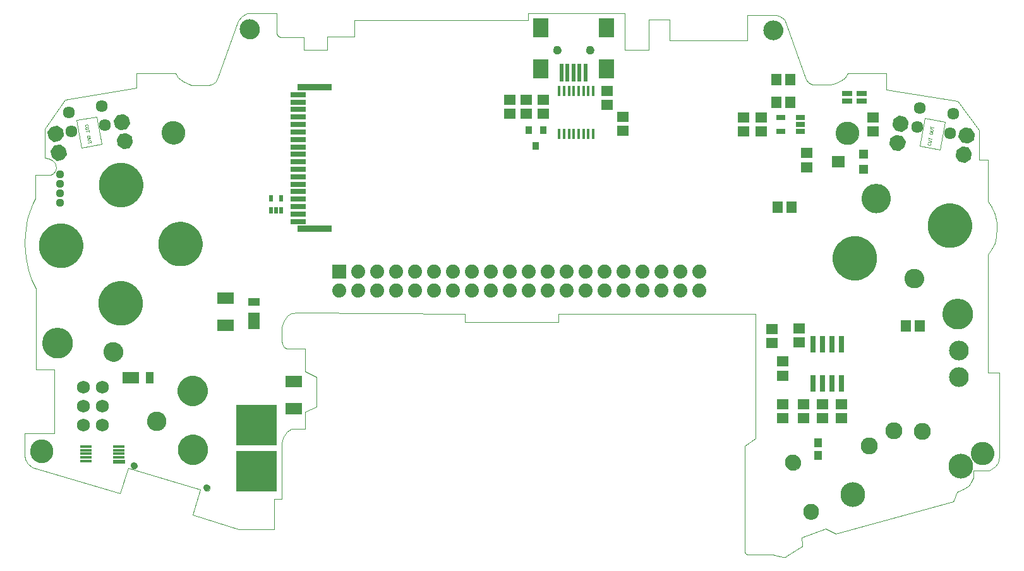
<source format=gts>
G75*
%MOIN*%
%OFA0B0*%
%FSLAX25Y25*%
%IPPOS*%
%LPD*%
%AMOC8*
5,1,8,0,0,1.08239X$1,22.5*
%
%ADD10C,0.00000*%
%ADD11C,0.12211*%
%ADD12C,0.10400*%
%ADD13C,0.10243*%
%ADD14C,0.15361*%
%ADD15C,0.16148*%
%ADD16C,0.13386*%
%ADD17C,0.07874*%
%ADD18R,0.07400X0.07400*%
%ADD19C,0.07400*%
%ADD20C,0.00039*%
%ADD21C,0.01615*%
%ADD22C,0.06337*%
%ADD23C,0.00100*%
%ADD24R,0.01778X0.05518*%
%ADD25R,0.06306X0.05518*%
%ADD26R,0.03550X0.03943*%
%ADD27R,0.05912X0.09061*%
%ADD28R,0.05912X0.03943*%
%ADD29R,0.05518X0.06306*%
%ADD30C,0.10243*%
%ADD31R,0.21654X0.21654*%
%ADD32R,0.02762X0.09061*%
%ADD33R,0.08274X0.02762*%
%ADD34R,0.18110X0.03543*%
%ADD35R,0.01975X0.03353*%
%ADD36R,0.05124X0.02565*%
%ADD37R,0.05400X0.02900*%
%ADD38R,0.06699X0.06306*%
%ADD39R,0.05124X0.05124*%
%ADD40C,0.06800*%
%ADD41R,0.03943X0.05912*%
%ADD42R,0.09061X0.05912*%
%ADD43R,0.05912X0.01581*%
%ADD44C,0.00016*%
%ADD45R,0.08274X0.09849*%
%ADD46R,0.02369X0.09487*%
%ADD47C,0.04337*%
%ADD48C,0.04400*%
%ADD49C,0.13061*%
%ADD50C,0.09000*%
%ADD51C,0.08274*%
%ADD52R,0.04337X0.04731*%
%ADD53R,0.08668X0.06306*%
%ADD54C,0.03550*%
D10*
X0009602Y0057240D02*
X0055895Y0043393D01*
X0060345Y0056843D01*
X0098403Y0045455D01*
X0094488Y0032013D01*
X0118750Y0024545D01*
X0137455Y0024545D01*
X0137455Y0040564D01*
X0141358Y0040564D01*
X0141358Y0069902D01*
X0142017Y0072901D01*
X0144094Y0075934D01*
X0146330Y0077410D01*
X0153863Y0077410D01*
X0153863Y0086553D01*
X0159644Y0089064D01*
X0159644Y0104722D01*
X0153773Y0107915D01*
X0153773Y0119698D01*
X0144067Y0119698D01*
X0142565Y0120609D01*
X0141603Y0122094D01*
X0141335Y0124257D01*
X0141335Y0131200D01*
X0142324Y0134249D01*
X0144466Y0136969D01*
X0146362Y0138411D01*
X0149658Y0138699D01*
X0238092Y0138173D01*
X0238092Y0133747D01*
X0287386Y0133747D01*
X0287386Y0138264D01*
X0391399Y0138264D01*
X0391399Y0072528D01*
X0385624Y0068600D01*
X0385624Y0013034D01*
X0385625Y0013034D02*
X0385627Y0012947D01*
X0385633Y0012860D01*
X0385642Y0012773D01*
X0385655Y0012687D01*
X0385672Y0012602D01*
X0385693Y0012517D01*
X0385717Y0012434D01*
X0385745Y0012351D01*
X0385776Y0012270D01*
X0385811Y0012190D01*
X0385850Y0012112D01*
X0385892Y0012036D01*
X0385937Y0011961D01*
X0385985Y0011889D01*
X0386036Y0011818D01*
X0386091Y0011750D01*
X0386148Y0011685D01*
X0386208Y0011622D01*
X0386271Y0011562D01*
X0386336Y0011504D01*
X0386404Y0011450D01*
X0386474Y0011398D01*
X0386546Y0011349D01*
X0386621Y0011304D01*
X0386697Y0011262D01*
X0386775Y0011223D01*
X0386854Y0011188D01*
X0386936Y0011156D01*
X0387018Y0011128D01*
X0387101Y0011104D01*
X0387186Y0011083D01*
X0387271Y0011065D01*
X0387357Y0011052D01*
X0387444Y0011042D01*
X0387531Y0011036D01*
X0387618Y0011034D01*
X0387617Y0011034D02*
X0400773Y0010988D01*
X0401275Y0010922D02*
X0405925Y0009698D01*
X0407521Y0009953D02*
X0415283Y0014980D01*
X0415283Y0014979D02*
X0415355Y0015028D01*
X0415425Y0015080D01*
X0415493Y0015135D01*
X0415558Y0015193D01*
X0415621Y0015254D01*
X0415680Y0015318D01*
X0415737Y0015384D01*
X0415792Y0015452D01*
X0415843Y0015523D01*
X0415891Y0015596D01*
X0415935Y0015671D01*
X0415977Y0015747D01*
X0416015Y0015826D01*
X0416049Y0015906D01*
X0416080Y0015988D01*
X0416108Y0016070D01*
X0416132Y0016154D01*
X0416152Y0016239D01*
X0416168Y0016325D01*
X0416181Y0016411D01*
X0416190Y0016498D01*
X0416195Y0016585D01*
X0416196Y0016672D01*
X0416193Y0016759D01*
X0416187Y0016846D01*
X0416177Y0016933D01*
X0416177Y0016934D02*
X0415721Y0020217D01*
X0428437Y0024871D01*
X0433837Y0022218D01*
X0495728Y0039022D01*
X0496073Y0039807D01*
X0497824Y0044090D01*
X0501389Y0045724D01*
X0503943Y0047414D01*
X0505509Y0049639D01*
X0506292Y0051782D01*
X0506292Y0055523D01*
X0514665Y0055523D01*
X0517566Y0057534D01*
X0519478Y0059578D01*
X0520116Y0062643D01*
X0520116Y0107227D01*
X0514006Y0107227D01*
X0514006Y0169460D01*
X0515984Y0172344D01*
X0517674Y0175558D01*
X0518374Y0178937D01*
X0518704Y0183841D01*
X0518704Y0186272D01*
X0517674Y0190640D01*
X0515819Y0195007D01*
X0514020Y0197397D01*
X0514020Y0219346D01*
X0509531Y0219346D01*
X0509531Y0235264D01*
X0498199Y0250439D01*
X0460244Y0256444D01*
X0460244Y0265015D01*
X0440176Y0265015D01*
X0438610Y0262831D01*
X0436427Y0261101D01*
X0433542Y0259741D01*
X0430905Y0259082D01*
X0421469Y0259082D01*
X0419491Y0260235D01*
X0418214Y0261925D01*
X0407655Y0290871D01*
X0406676Y0293344D01*
X0404410Y0295249D01*
X0402504Y0295919D01*
X0386897Y0295919D01*
X0386897Y0282577D01*
X0345892Y0282577D01*
X0345892Y0293329D01*
X0334947Y0293329D01*
X0334947Y0277426D01*
X0322392Y0277426D01*
X0322392Y0296732D01*
X0271302Y0296732D01*
X0271302Y0293089D01*
X0179743Y0293089D01*
X0179750Y0284354D01*
X0165504Y0284354D01*
X0165504Y0277596D01*
X0152977Y0277596D01*
X0152977Y0284280D01*
X0140649Y0284280D01*
X0139264Y0284939D01*
X0138671Y0286257D01*
X0138671Y0296686D01*
X0123199Y0296686D01*
X0120232Y0295162D01*
X0118254Y0292895D01*
X0107384Y0262144D01*
X0106406Y0260598D01*
X0104500Y0259259D01*
X0102440Y0258749D01*
X0093776Y0258749D01*
X0092899Y0259034D01*
X0089355Y0260806D01*
X0086677Y0262866D01*
X0085441Y0265132D01*
X0064879Y0265132D01*
X0064879Y0257303D01*
X0027011Y0251223D01*
X0016244Y0235727D01*
X0016244Y0220539D01*
X0018327Y0220170D01*
X0020411Y0219063D01*
X0021888Y0217744D01*
X0022257Y0215529D01*
X0022072Y0213736D01*
X0020886Y0212180D01*
X0019461Y0211615D01*
X0011533Y0211615D01*
X0011533Y0199511D01*
X0011390Y0199161D01*
X0010137Y0196359D01*
X0008423Y0192172D01*
X0006940Y0188250D01*
X0005918Y0180503D01*
X0005588Y0175130D01*
X0006346Y0167746D01*
X0007698Y0161120D01*
X0009412Y0156010D01*
X0011723Y0151494D01*
X0011723Y0108707D01*
X0021476Y0108707D01*
X0021476Y0075244D01*
X0005849Y0075244D01*
X0005849Y0063303D01*
X0006125Y0061554D01*
X0007542Y0059043D01*
X0009602Y0057240D01*
X0008681Y0065675D02*
X0008683Y0065828D01*
X0008689Y0065982D01*
X0008699Y0066135D01*
X0008713Y0066287D01*
X0008731Y0066440D01*
X0008753Y0066591D01*
X0008778Y0066742D01*
X0008808Y0066893D01*
X0008842Y0067043D01*
X0008879Y0067191D01*
X0008920Y0067339D01*
X0008965Y0067485D01*
X0009014Y0067631D01*
X0009067Y0067775D01*
X0009123Y0067917D01*
X0009183Y0068058D01*
X0009247Y0068198D01*
X0009314Y0068336D01*
X0009385Y0068472D01*
X0009460Y0068606D01*
X0009537Y0068738D01*
X0009619Y0068868D01*
X0009703Y0068996D01*
X0009791Y0069122D01*
X0009882Y0069245D01*
X0009976Y0069366D01*
X0010074Y0069484D01*
X0010174Y0069600D01*
X0010278Y0069713D01*
X0010384Y0069824D01*
X0010493Y0069932D01*
X0010605Y0070037D01*
X0010719Y0070138D01*
X0010837Y0070237D01*
X0010956Y0070333D01*
X0011078Y0070426D01*
X0011203Y0070515D01*
X0011330Y0070602D01*
X0011459Y0070684D01*
X0011590Y0070764D01*
X0011723Y0070840D01*
X0011858Y0070913D01*
X0011995Y0070982D01*
X0012134Y0071047D01*
X0012274Y0071109D01*
X0012416Y0071167D01*
X0012559Y0071222D01*
X0012704Y0071273D01*
X0012850Y0071320D01*
X0012997Y0071363D01*
X0013145Y0071402D01*
X0013294Y0071438D01*
X0013444Y0071469D01*
X0013595Y0071497D01*
X0013746Y0071521D01*
X0013899Y0071541D01*
X0014051Y0071557D01*
X0014204Y0071569D01*
X0014357Y0071577D01*
X0014510Y0071581D01*
X0014664Y0071581D01*
X0014817Y0071577D01*
X0014970Y0071569D01*
X0015123Y0071557D01*
X0015275Y0071541D01*
X0015428Y0071521D01*
X0015579Y0071497D01*
X0015730Y0071469D01*
X0015880Y0071438D01*
X0016029Y0071402D01*
X0016177Y0071363D01*
X0016324Y0071320D01*
X0016470Y0071273D01*
X0016615Y0071222D01*
X0016758Y0071167D01*
X0016900Y0071109D01*
X0017040Y0071047D01*
X0017179Y0070982D01*
X0017316Y0070913D01*
X0017451Y0070840D01*
X0017584Y0070764D01*
X0017715Y0070684D01*
X0017844Y0070602D01*
X0017971Y0070515D01*
X0018096Y0070426D01*
X0018218Y0070333D01*
X0018337Y0070237D01*
X0018455Y0070138D01*
X0018569Y0070037D01*
X0018681Y0069932D01*
X0018790Y0069824D01*
X0018896Y0069713D01*
X0019000Y0069600D01*
X0019100Y0069484D01*
X0019198Y0069366D01*
X0019292Y0069245D01*
X0019383Y0069122D01*
X0019471Y0068996D01*
X0019555Y0068868D01*
X0019637Y0068738D01*
X0019714Y0068606D01*
X0019789Y0068472D01*
X0019860Y0068336D01*
X0019927Y0068198D01*
X0019991Y0068058D01*
X0020051Y0067917D01*
X0020107Y0067775D01*
X0020160Y0067631D01*
X0020209Y0067485D01*
X0020254Y0067339D01*
X0020295Y0067191D01*
X0020332Y0067043D01*
X0020366Y0066893D01*
X0020396Y0066742D01*
X0020421Y0066591D01*
X0020443Y0066440D01*
X0020461Y0066287D01*
X0020475Y0066135D01*
X0020485Y0065982D01*
X0020491Y0065828D01*
X0020493Y0065675D01*
X0020491Y0065522D01*
X0020485Y0065368D01*
X0020475Y0065215D01*
X0020461Y0065063D01*
X0020443Y0064910D01*
X0020421Y0064759D01*
X0020396Y0064608D01*
X0020366Y0064457D01*
X0020332Y0064307D01*
X0020295Y0064159D01*
X0020254Y0064011D01*
X0020209Y0063865D01*
X0020160Y0063719D01*
X0020107Y0063575D01*
X0020051Y0063433D01*
X0019991Y0063292D01*
X0019927Y0063152D01*
X0019860Y0063014D01*
X0019789Y0062878D01*
X0019714Y0062744D01*
X0019637Y0062612D01*
X0019555Y0062482D01*
X0019471Y0062354D01*
X0019383Y0062228D01*
X0019292Y0062105D01*
X0019198Y0061984D01*
X0019100Y0061866D01*
X0019000Y0061750D01*
X0018896Y0061637D01*
X0018790Y0061526D01*
X0018681Y0061418D01*
X0018569Y0061313D01*
X0018455Y0061212D01*
X0018337Y0061113D01*
X0018218Y0061017D01*
X0018096Y0060924D01*
X0017971Y0060835D01*
X0017844Y0060748D01*
X0017715Y0060666D01*
X0017584Y0060586D01*
X0017451Y0060510D01*
X0017316Y0060437D01*
X0017179Y0060368D01*
X0017040Y0060303D01*
X0016900Y0060241D01*
X0016758Y0060183D01*
X0016615Y0060128D01*
X0016470Y0060077D01*
X0016324Y0060030D01*
X0016177Y0059987D01*
X0016029Y0059948D01*
X0015880Y0059912D01*
X0015730Y0059881D01*
X0015579Y0059853D01*
X0015428Y0059829D01*
X0015275Y0059809D01*
X0015123Y0059793D01*
X0014970Y0059781D01*
X0014817Y0059773D01*
X0014664Y0059769D01*
X0014510Y0059769D01*
X0014357Y0059773D01*
X0014204Y0059781D01*
X0014051Y0059793D01*
X0013899Y0059809D01*
X0013746Y0059829D01*
X0013595Y0059853D01*
X0013444Y0059881D01*
X0013294Y0059912D01*
X0013145Y0059948D01*
X0012997Y0059987D01*
X0012850Y0060030D01*
X0012704Y0060077D01*
X0012559Y0060128D01*
X0012416Y0060183D01*
X0012274Y0060241D01*
X0012134Y0060303D01*
X0011995Y0060368D01*
X0011858Y0060437D01*
X0011723Y0060510D01*
X0011590Y0060586D01*
X0011459Y0060666D01*
X0011330Y0060748D01*
X0011203Y0060835D01*
X0011078Y0060924D01*
X0010956Y0061017D01*
X0010837Y0061113D01*
X0010719Y0061212D01*
X0010605Y0061313D01*
X0010493Y0061418D01*
X0010384Y0061526D01*
X0010278Y0061637D01*
X0010174Y0061750D01*
X0010074Y0061866D01*
X0009976Y0061984D01*
X0009882Y0062105D01*
X0009791Y0062228D01*
X0009703Y0062354D01*
X0009619Y0062482D01*
X0009537Y0062612D01*
X0009460Y0062744D01*
X0009385Y0062878D01*
X0009314Y0063014D01*
X0009247Y0063152D01*
X0009183Y0063292D01*
X0009123Y0063433D01*
X0009067Y0063575D01*
X0009014Y0063719D01*
X0008965Y0063865D01*
X0008920Y0064011D01*
X0008879Y0064159D01*
X0008842Y0064307D01*
X0008808Y0064457D01*
X0008778Y0064608D01*
X0008753Y0064759D01*
X0008731Y0064910D01*
X0008713Y0065063D01*
X0008699Y0065215D01*
X0008689Y0065368D01*
X0008683Y0065522D01*
X0008681Y0065675D01*
X0061822Y0058041D02*
X0061824Y0058120D01*
X0061830Y0058199D01*
X0061840Y0058278D01*
X0061854Y0058356D01*
X0061871Y0058433D01*
X0061893Y0058509D01*
X0061918Y0058584D01*
X0061948Y0058657D01*
X0061980Y0058729D01*
X0062017Y0058800D01*
X0062057Y0058868D01*
X0062100Y0058934D01*
X0062146Y0058998D01*
X0062196Y0059060D01*
X0062249Y0059119D01*
X0062304Y0059175D01*
X0062363Y0059229D01*
X0062424Y0059279D01*
X0062487Y0059327D01*
X0062553Y0059371D01*
X0062621Y0059412D01*
X0062691Y0059449D01*
X0062762Y0059483D01*
X0062836Y0059513D01*
X0062910Y0059539D01*
X0062986Y0059561D01*
X0063063Y0059580D01*
X0063141Y0059595D01*
X0063219Y0059606D01*
X0063298Y0059613D01*
X0063377Y0059616D01*
X0063456Y0059615D01*
X0063535Y0059610D01*
X0063614Y0059601D01*
X0063692Y0059588D01*
X0063769Y0059571D01*
X0063846Y0059551D01*
X0063921Y0059526D01*
X0063995Y0059498D01*
X0064068Y0059466D01*
X0064138Y0059431D01*
X0064207Y0059392D01*
X0064274Y0059349D01*
X0064339Y0059303D01*
X0064401Y0059255D01*
X0064461Y0059203D01*
X0064518Y0059148D01*
X0064572Y0059090D01*
X0064623Y0059030D01*
X0064671Y0058967D01*
X0064716Y0058902D01*
X0064758Y0058834D01*
X0064796Y0058765D01*
X0064830Y0058694D01*
X0064861Y0058621D01*
X0064889Y0058546D01*
X0064912Y0058471D01*
X0064932Y0058394D01*
X0064948Y0058317D01*
X0064960Y0058238D01*
X0064968Y0058160D01*
X0064972Y0058081D01*
X0064972Y0058001D01*
X0064968Y0057922D01*
X0064960Y0057844D01*
X0064948Y0057765D01*
X0064932Y0057688D01*
X0064912Y0057611D01*
X0064889Y0057536D01*
X0064861Y0057461D01*
X0064830Y0057388D01*
X0064796Y0057317D01*
X0064758Y0057248D01*
X0064716Y0057180D01*
X0064671Y0057115D01*
X0064623Y0057052D01*
X0064572Y0056992D01*
X0064518Y0056934D01*
X0064461Y0056879D01*
X0064401Y0056827D01*
X0064339Y0056779D01*
X0064274Y0056733D01*
X0064207Y0056690D01*
X0064138Y0056651D01*
X0064068Y0056616D01*
X0063995Y0056584D01*
X0063921Y0056556D01*
X0063846Y0056531D01*
X0063769Y0056511D01*
X0063692Y0056494D01*
X0063614Y0056481D01*
X0063535Y0056472D01*
X0063456Y0056467D01*
X0063377Y0056466D01*
X0063298Y0056469D01*
X0063219Y0056476D01*
X0063141Y0056487D01*
X0063063Y0056502D01*
X0062986Y0056521D01*
X0062910Y0056543D01*
X0062836Y0056569D01*
X0062762Y0056599D01*
X0062691Y0056633D01*
X0062621Y0056670D01*
X0062553Y0056711D01*
X0062487Y0056755D01*
X0062424Y0056803D01*
X0062363Y0056853D01*
X0062304Y0056907D01*
X0062249Y0056963D01*
X0062196Y0057022D01*
X0062146Y0057084D01*
X0062100Y0057148D01*
X0062057Y0057214D01*
X0062017Y0057282D01*
X0061980Y0057353D01*
X0061948Y0057425D01*
X0061918Y0057498D01*
X0061893Y0057573D01*
X0061871Y0057649D01*
X0061854Y0057726D01*
X0061840Y0057804D01*
X0061830Y0057883D01*
X0061824Y0057962D01*
X0061822Y0058041D01*
X0100225Y0046300D02*
X0100227Y0046379D01*
X0100233Y0046458D01*
X0100243Y0046537D01*
X0100257Y0046615D01*
X0100274Y0046692D01*
X0100296Y0046768D01*
X0100321Y0046843D01*
X0100351Y0046916D01*
X0100383Y0046988D01*
X0100420Y0047059D01*
X0100460Y0047127D01*
X0100503Y0047193D01*
X0100549Y0047257D01*
X0100599Y0047319D01*
X0100652Y0047378D01*
X0100707Y0047434D01*
X0100766Y0047488D01*
X0100827Y0047538D01*
X0100890Y0047586D01*
X0100956Y0047630D01*
X0101024Y0047671D01*
X0101094Y0047708D01*
X0101165Y0047742D01*
X0101239Y0047772D01*
X0101313Y0047798D01*
X0101389Y0047820D01*
X0101466Y0047839D01*
X0101544Y0047854D01*
X0101622Y0047865D01*
X0101701Y0047872D01*
X0101780Y0047875D01*
X0101859Y0047874D01*
X0101938Y0047869D01*
X0102017Y0047860D01*
X0102095Y0047847D01*
X0102172Y0047830D01*
X0102249Y0047810D01*
X0102324Y0047785D01*
X0102398Y0047757D01*
X0102471Y0047725D01*
X0102541Y0047690D01*
X0102610Y0047651D01*
X0102677Y0047608D01*
X0102742Y0047562D01*
X0102804Y0047514D01*
X0102864Y0047462D01*
X0102921Y0047407D01*
X0102975Y0047349D01*
X0103026Y0047289D01*
X0103074Y0047226D01*
X0103119Y0047161D01*
X0103161Y0047093D01*
X0103199Y0047024D01*
X0103233Y0046953D01*
X0103264Y0046880D01*
X0103292Y0046805D01*
X0103315Y0046730D01*
X0103335Y0046653D01*
X0103351Y0046576D01*
X0103363Y0046497D01*
X0103371Y0046419D01*
X0103375Y0046340D01*
X0103375Y0046260D01*
X0103371Y0046181D01*
X0103363Y0046103D01*
X0103351Y0046024D01*
X0103335Y0045947D01*
X0103315Y0045870D01*
X0103292Y0045795D01*
X0103264Y0045720D01*
X0103233Y0045647D01*
X0103199Y0045576D01*
X0103161Y0045507D01*
X0103119Y0045439D01*
X0103074Y0045374D01*
X0103026Y0045311D01*
X0102975Y0045251D01*
X0102921Y0045193D01*
X0102864Y0045138D01*
X0102804Y0045086D01*
X0102742Y0045038D01*
X0102677Y0044992D01*
X0102610Y0044949D01*
X0102541Y0044910D01*
X0102471Y0044875D01*
X0102398Y0044843D01*
X0102324Y0044815D01*
X0102249Y0044790D01*
X0102172Y0044770D01*
X0102095Y0044753D01*
X0102017Y0044740D01*
X0101938Y0044731D01*
X0101859Y0044726D01*
X0101780Y0044725D01*
X0101701Y0044728D01*
X0101622Y0044735D01*
X0101544Y0044746D01*
X0101466Y0044761D01*
X0101389Y0044780D01*
X0101313Y0044802D01*
X0101239Y0044828D01*
X0101165Y0044858D01*
X0101094Y0044892D01*
X0101024Y0044929D01*
X0100956Y0044970D01*
X0100890Y0045014D01*
X0100827Y0045062D01*
X0100766Y0045112D01*
X0100707Y0045166D01*
X0100652Y0045222D01*
X0100599Y0045281D01*
X0100549Y0045343D01*
X0100503Y0045407D01*
X0100460Y0045473D01*
X0100420Y0045541D01*
X0100383Y0045612D01*
X0100351Y0045684D01*
X0100321Y0045757D01*
X0100296Y0045832D01*
X0100274Y0045908D01*
X0100257Y0045985D01*
X0100243Y0046063D01*
X0100233Y0046142D01*
X0100227Y0046221D01*
X0100225Y0046300D01*
X0070345Y0081566D02*
X0070347Y0081706D01*
X0070353Y0081846D01*
X0070363Y0081985D01*
X0070377Y0082124D01*
X0070395Y0082263D01*
X0070416Y0082401D01*
X0070442Y0082539D01*
X0070472Y0082676D01*
X0070505Y0082811D01*
X0070543Y0082946D01*
X0070584Y0083080D01*
X0070629Y0083213D01*
X0070677Y0083344D01*
X0070730Y0083473D01*
X0070786Y0083602D01*
X0070845Y0083728D01*
X0070909Y0083853D01*
X0070975Y0083976D01*
X0071046Y0084097D01*
X0071119Y0084216D01*
X0071196Y0084333D01*
X0071277Y0084447D01*
X0071360Y0084559D01*
X0071447Y0084669D01*
X0071537Y0084777D01*
X0071629Y0084881D01*
X0071725Y0084983D01*
X0071824Y0085083D01*
X0071925Y0085179D01*
X0072029Y0085273D01*
X0072136Y0085363D01*
X0072245Y0085450D01*
X0072357Y0085535D01*
X0072471Y0085616D01*
X0072587Y0085694D01*
X0072705Y0085768D01*
X0072826Y0085839D01*
X0072948Y0085907D01*
X0073073Y0085971D01*
X0073199Y0086032D01*
X0073326Y0086089D01*
X0073456Y0086142D01*
X0073587Y0086192D01*
X0073719Y0086237D01*
X0073852Y0086280D01*
X0073987Y0086318D01*
X0074122Y0086352D01*
X0074259Y0086383D01*
X0074396Y0086410D01*
X0074534Y0086432D01*
X0074673Y0086451D01*
X0074812Y0086466D01*
X0074951Y0086477D01*
X0075091Y0086484D01*
X0075231Y0086487D01*
X0075371Y0086486D01*
X0075511Y0086481D01*
X0075650Y0086472D01*
X0075790Y0086459D01*
X0075929Y0086442D01*
X0076067Y0086421D01*
X0076205Y0086397D01*
X0076342Y0086368D01*
X0076478Y0086336D01*
X0076613Y0086299D01*
X0076747Y0086259D01*
X0076880Y0086215D01*
X0077011Y0086167D01*
X0077141Y0086116D01*
X0077270Y0086061D01*
X0077397Y0086002D01*
X0077522Y0085939D01*
X0077645Y0085874D01*
X0077767Y0085804D01*
X0077886Y0085731D01*
X0078004Y0085655D01*
X0078119Y0085576D01*
X0078232Y0085493D01*
X0078342Y0085407D01*
X0078450Y0085318D01*
X0078555Y0085226D01*
X0078658Y0085131D01*
X0078758Y0085033D01*
X0078855Y0084933D01*
X0078949Y0084829D01*
X0079041Y0084723D01*
X0079129Y0084615D01*
X0079214Y0084504D01*
X0079296Y0084390D01*
X0079375Y0084274D01*
X0079450Y0084157D01*
X0079522Y0084037D01*
X0079590Y0083915D01*
X0079655Y0083791D01*
X0079717Y0083665D01*
X0079775Y0083538D01*
X0079829Y0083409D01*
X0079880Y0083278D01*
X0079926Y0083146D01*
X0079969Y0083013D01*
X0080009Y0082879D01*
X0080044Y0082744D01*
X0080076Y0082607D01*
X0080103Y0082470D01*
X0080127Y0082332D01*
X0080147Y0082194D01*
X0080163Y0082055D01*
X0080175Y0081915D01*
X0080183Y0081776D01*
X0080187Y0081636D01*
X0080187Y0081496D01*
X0080183Y0081356D01*
X0080175Y0081217D01*
X0080163Y0081077D01*
X0080147Y0080938D01*
X0080127Y0080800D01*
X0080103Y0080662D01*
X0080076Y0080525D01*
X0080044Y0080388D01*
X0080009Y0080253D01*
X0079969Y0080119D01*
X0079926Y0079986D01*
X0079880Y0079854D01*
X0079829Y0079723D01*
X0079775Y0079594D01*
X0079717Y0079467D01*
X0079655Y0079341D01*
X0079590Y0079217D01*
X0079522Y0079095D01*
X0079450Y0078975D01*
X0079375Y0078858D01*
X0079296Y0078742D01*
X0079214Y0078628D01*
X0079129Y0078517D01*
X0079041Y0078409D01*
X0078949Y0078303D01*
X0078855Y0078199D01*
X0078758Y0078099D01*
X0078658Y0078001D01*
X0078555Y0077906D01*
X0078450Y0077814D01*
X0078342Y0077725D01*
X0078232Y0077639D01*
X0078119Y0077556D01*
X0078004Y0077477D01*
X0077886Y0077401D01*
X0077767Y0077328D01*
X0077645Y0077258D01*
X0077522Y0077193D01*
X0077397Y0077130D01*
X0077270Y0077071D01*
X0077141Y0077016D01*
X0077011Y0076965D01*
X0076880Y0076917D01*
X0076747Y0076873D01*
X0076613Y0076833D01*
X0076478Y0076796D01*
X0076342Y0076764D01*
X0076205Y0076735D01*
X0076067Y0076711D01*
X0075929Y0076690D01*
X0075790Y0076673D01*
X0075650Y0076660D01*
X0075511Y0076651D01*
X0075371Y0076646D01*
X0075231Y0076645D01*
X0075091Y0076648D01*
X0074951Y0076655D01*
X0074812Y0076666D01*
X0074673Y0076681D01*
X0074534Y0076700D01*
X0074396Y0076722D01*
X0074259Y0076749D01*
X0074122Y0076780D01*
X0073987Y0076814D01*
X0073852Y0076852D01*
X0073719Y0076895D01*
X0073587Y0076940D01*
X0073456Y0076990D01*
X0073326Y0077043D01*
X0073199Y0077100D01*
X0073073Y0077161D01*
X0072948Y0077225D01*
X0072826Y0077293D01*
X0072705Y0077364D01*
X0072587Y0077438D01*
X0072471Y0077516D01*
X0072357Y0077597D01*
X0072245Y0077682D01*
X0072136Y0077769D01*
X0072029Y0077859D01*
X0071925Y0077953D01*
X0071824Y0078049D01*
X0071725Y0078149D01*
X0071629Y0078251D01*
X0071537Y0078355D01*
X0071447Y0078463D01*
X0071360Y0078573D01*
X0071277Y0078685D01*
X0071196Y0078799D01*
X0071119Y0078916D01*
X0071046Y0079035D01*
X0070975Y0079156D01*
X0070909Y0079279D01*
X0070845Y0079404D01*
X0070786Y0079530D01*
X0070730Y0079659D01*
X0070677Y0079788D01*
X0070629Y0079919D01*
X0070584Y0080052D01*
X0070543Y0080186D01*
X0070505Y0080321D01*
X0070472Y0080456D01*
X0070442Y0080593D01*
X0070416Y0080731D01*
X0070395Y0080869D01*
X0070377Y0081008D01*
X0070363Y0081147D01*
X0070353Y0081286D01*
X0070347Y0081426D01*
X0070345Y0081566D01*
X0047586Y0118128D02*
X0047588Y0118268D01*
X0047594Y0118408D01*
X0047604Y0118547D01*
X0047618Y0118686D01*
X0047636Y0118825D01*
X0047657Y0118963D01*
X0047683Y0119101D01*
X0047713Y0119238D01*
X0047746Y0119373D01*
X0047784Y0119508D01*
X0047825Y0119642D01*
X0047870Y0119775D01*
X0047918Y0119906D01*
X0047971Y0120035D01*
X0048027Y0120164D01*
X0048086Y0120290D01*
X0048150Y0120415D01*
X0048216Y0120538D01*
X0048287Y0120659D01*
X0048360Y0120778D01*
X0048437Y0120895D01*
X0048518Y0121009D01*
X0048601Y0121121D01*
X0048688Y0121231D01*
X0048778Y0121339D01*
X0048870Y0121443D01*
X0048966Y0121545D01*
X0049065Y0121645D01*
X0049166Y0121741D01*
X0049270Y0121835D01*
X0049377Y0121925D01*
X0049486Y0122012D01*
X0049598Y0122097D01*
X0049712Y0122178D01*
X0049828Y0122256D01*
X0049946Y0122330D01*
X0050067Y0122401D01*
X0050189Y0122469D01*
X0050314Y0122533D01*
X0050440Y0122594D01*
X0050567Y0122651D01*
X0050697Y0122704D01*
X0050828Y0122754D01*
X0050960Y0122799D01*
X0051093Y0122842D01*
X0051228Y0122880D01*
X0051363Y0122914D01*
X0051500Y0122945D01*
X0051637Y0122972D01*
X0051775Y0122994D01*
X0051914Y0123013D01*
X0052053Y0123028D01*
X0052192Y0123039D01*
X0052332Y0123046D01*
X0052472Y0123049D01*
X0052612Y0123048D01*
X0052752Y0123043D01*
X0052891Y0123034D01*
X0053031Y0123021D01*
X0053170Y0123004D01*
X0053308Y0122983D01*
X0053446Y0122959D01*
X0053583Y0122930D01*
X0053719Y0122898D01*
X0053854Y0122861D01*
X0053988Y0122821D01*
X0054121Y0122777D01*
X0054252Y0122729D01*
X0054382Y0122678D01*
X0054511Y0122623D01*
X0054638Y0122564D01*
X0054763Y0122501D01*
X0054886Y0122436D01*
X0055008Y0122366D01*
X0055127Y0122293D01*
X0055245Y0122217D01*
X0055360Y0122138D01*
X0055473Y0122055D01*
X0055583Y0121969D01*
X0055691Y0121880D01*
X0055796Y0121788D01*
X0055899Y0121693D01*
X0055999Y0121595D01*
X0056096Y0121495D01*
X0056190Y0121391D01*
X0056282Y0121285D01*
X0056370Y0121177D01*
X0056455Y0121066D01*
X0056537Y0120952D01*
X0056616Y0120836D01*
X0056691Y0120719D01*
X0056763Y0120599D01*
X0056831Y0120477D01*
X0056896Y0120353D01*
X0056958Y0120227D01*
X0057016Y0120100D01*
X0057070Y0119971D01*
X0057121Y0119840D01*
X0057167Y0119708D01*
X0057210Y0119575D01*
X0057250Y0119441D01*
X0057285Y0119306D01*
X0057317Y0119169D01*
X0057344Y0119032D01*
X0057368Y0118894D01*
X0057388Y0118756D01*
X0057404Y0118617D01*
X0057416Y0118477D01*
X0057424Y0118338D01*
X0057428Y0118198D01*
X0057428Y0118058D01*
X0057424Y0117918D01*
X0057416Y0117779D01*
X0057404Y0117639D01*
X0057388Y0117500D01*
X0057368Y0117362D01*
X0057344Y0117224D01*
X0057317Y0117087D01*
X0057285Y0116950D01*
X0057250Y0116815D01*
X0057210Y0116681D01*
X0057167Y0116548D01*
X0057121Y0116416D01*
X0057070Y0116285D01*
X0057016Y0116156D01*
X0056958Y0116029D01*
X0056896Y0115903D01*
X0056831Y0115779D01*
X0056763Y0115657D01*
X0056691Y0115537D01*
X0056616Y0115420D01*
X0056537Y0115304D01*
X0056455Y0115190D01*
X0056370Y0115079D01*
X0056282Y0114971D01*
X0056190Y0114865D01*
X0056096Y0114761D01*
X0055999Y0114661D01*
X0055899Y0114563D01*
X0055796Y0114468D01*
X0055691Y0114376D01*
X0055583Y0114287D01*
X0055473Y0114201D01*
X0055360Y0114118D01*
X0055245Y0114039D01*
X0055127Y0113963D01*
X0055008Y0113890D01*
X0054886Y0113820D01*
X0054763Y0113755D01*
X0054638Y0113692D01*
X0054511Y0113633D01*
X0054382Y0113578D01*
X0054252Y0113527D01*
X0054121Y0113479D01*
X0053988Y0113435D01*
X0053854Y0113395D01*
X0053719Y0113358D01*
X0053583Y0113326D01*
X0053446Y0113297D01*
X0053308Y0113273D01*
X0053170Y0113252D01*
X0053031Y0113235D01*
X0052891Y0113222D01*
X0052752Y0113213D01*
X0052612Y0113208D01*
X0052472Y0113207D01*
X0052332Y0113210D01*
X0052192Y0113217D01*
X0052053Y0113228D01*
X0051914Y0113243D01*
X0051775Y0113262D01*
X0051637Y0113284D01*
X0051500Y0113311D01*
X0051363Y0113342D01*
X0051228Y0113376D01*
X0051093Y0113414D01*
X0050960Y0113457D01*
X0050828Y0113502D01*
X0050697Y0113552D01*
X0050567Y0113605D01*
X0050440Y0113662D01*
X0050314Y0113723D01*
X0050189Y0113787D01*
X0050067Y0113855D01*
X0049946Y0113926D01*
X0049828Y0114000D01*
X0049712Y0114078D01*
X0049598Y0114159D01*
X0049486Y0114244D01*
X0049377Y0114331D01*
X0049270Y0114421D01*
X0049166Y0114515D01*
X0049065Y0114611D01*
X0048966Y0114711D01*
X0048870Y0114813D01*
X0048778Y0114917D01*
X0048688Y0115025D01*
X0048601Y0115135D01*
X0048518Y0115247D01*
X0048437Y0115361D01*
X0048360Y0115478D01*
X0048287Y0115597D01*
X0048216Y0115718D01*
X0048150Y0115841D01*
X0048086Y0115966D01*
X0048027Y0116092D01*
X0047971Y0116221D01*
X0047918Y0116350D01*
X0047870Y0116481D01*
X0047825Y0116614D01*
X0047784Y0116748D01*
X0047746Y0116883D01*
X0047713Y0117018D01*
X0047683Y0117155D01*
X0047657Y0117293D01*
X0047636Y0117431D01*
X0047618Y0117570D01*
X0047604Y0117709D01*
X0047594Y0117848D01*
X0047588Y0117988D01*
X0047586Y0118128D01*
X0015090Y0122855D02*
X0015092Y0123048D01*
X0015099Y0123241D01*
X0015111Y0123434D01*
X0015128Y0123627D01*
X0015149Y0123819D01*
X0015175Y0124010D01*
X0015206Y0124201D01*
X0015241Y0124391D01*
X0015281Y0124580D01*
X0015326Y0124768D01*
X0015375Y0124955D01*
X0015429Y0125141D01*
X0015487Y0125325D01*
X0015550Y0125508D01*
X0015618Y0125689D01*
X0015689Y0125868D01*
X0015766Y0126046D01*
X0015846Y0126222D01*
X0015931Y0126395D01*
X0016020Y0126567D01*
X0016113Y0126736D01*
X0016210Y0126903D01*
X0016312Y0127068D01*
X0016417Y0127230D01*
X0016526Y0127389D01*
X0016640Y0127546D01*
X0016757Y0127699D01*
X0016877Y0127850D01*
X0017002Y0127998D01*
X0017130Y0128143D01*
X0017261Y0128284D01*
X0017396Y0128423D01*
X0017535Y0128558D01*
X0017676Y0128689D01*
X0017821Y0128817D01*
X0017969Y0128942D01*
X0018120Y0129062D01*
X0018273Y0129179D01*
X0018430Y0129293D01*
X0018589Y0129402D01*
X0018751Y0129507D01*
X0018916Y0129609D01*
X0019083Y0129706D01*
X0019252Y0129799D01*
X0019424Y0129888D01*
X0019597Y0129973D01*
X0019773Y0130053D01*
X0019951Y0130130D01*
X0020130Y0130201D01*
X0020311Y0130269D01*
X0020494Y0130332D01*
X0020678Y0130390D01*
X0020864Y0130444D01*
X0021051Y0130493D01*
X0021239Y0130538D01*
X0021428Y0130578D01*
X0021618Y0130613D01*
X0021809Y0130644D01*
X0022000Y0130670D01*
X0022192Y0130691D01*
X0022385Y0130708D01*
X0022578Y0130720D01*
X0022771Y0130727D01*
X0022964Y0130729D01*
X0023157Y0130727D01*
X0023350Y0130720D01*
X0023543Y0130708D01*
X0023736Y0130691D01*
X0023928Y0130670D01*
X0024119Y0130644D01*
X0024310Y0130613D01*
X0024500Y0130578D01*
X0024689Y0130538D01*
X0024877Y0130493D01*
X0025064Y0130444D01*
X0025250Y0130390D01*
X0025434Y0130332D01*
X0025617Y0130269D01*
X0025798Y0130201D01*
X0025977Y0130130D01*
X0026155Y0130053D01*
X0026331Y0129973D01*
X0026504Y0129888D01*
X0026676Y0129799D01*
X0026845Y0129706D01*
X0027012Y0129609D01*
X0027177Y0129507D01*
X0027339Y0129402D01*
X0027498Y0129293D01*
X0027655Y0129179D01*
X0027808Y0129062D01*
X0027959Y0128942D01*
X0028107Y0128817D01*
X0028252Y0128689D01*
X0028393Y0128558D01*
X0028532Y0128423D01*
X0028667Y0128284D01*
X0028798Y0128143D01*
X0028926Y0127998D01*
X0029051Y0127850D01*
X0029171Y0127699D01*
X0029288Y0127546D01*
X0029402Y0127389D01*
X0029511Y0127230D01*
X0029616Y0127068D01*
X0029718Y0126903D01*
X0029815Y0126736D01*
X0029908Y0126567D01*
X0029997Y0126395D01*
X0030082Y0126222D01*
X0030162Y0126046D01*
X0030239Y0125868D01*
X0030310Y0125689D01*
X0030378Y0125508D01*
X0030441Y0125325D01*
X0030499Y0125141D01*
X0030553Y0124955D01*
X0030602Y0124768D01*
X0030647Y0124580D01*
X0030687Y0124391D01*
X0030722Y0124201D01*
X0030753Y0124010D01*
X0030779Y0123819D01*
X0030800Y0123627D01*
X0030817Y0123434D01*
X0030829Y0123241D01*
X0030836Y0123048D01*
X0030838Y0122855D01*
X0030836Y0122662D01*
X0030829Y0122469D01*
X0030817Y0122276D01*
X0030800Y0122083D01*
X0030779Y0121891D01*
X0030753Y0121700D01*
X0030722Y0121509D01*
X0030687Y0121319D01*
X0030647Y0121130D01*
X0030602Y0120942D01*
X0030553Y0120755D01*
X0030499Y0120569D01*
X0030441Y0120385D01*
X0030378Y0120202D01*
X0030310Y0120021D01*
X0030239Y0119842D01*
X0030162Y0119664D01*
X0030082Y0119488D01*
X0029997Y0119315D01*
X0029908Y0119143D01*
X0029815Y0118974D01*
X0029718Y0118807D01*
X0029616Y0118642D01*
X0029511Y0118480D01*
X0029402Y0118321D01*
X0029288Y0118164D01*
X0029171Y0118011D01*
X0029051Y0117860D01*
X0028926Y0117712D01*
X0028798Y0117567D01*
X0028667Y0117426D01*
X0028532Y0117287D01*
X0028393Y0117152D01*
X0028252Y0117021D01*
X0028107Y0116893D01*
X0027959Y0116768D01*
X0027808Y0116648D01*
X0027655Y0116531D01*
X0027498Y0116417D01*
X0027339Y0116308D01*
X0027177Y0116203D01*
X0027012Y0116101D01*
X0026845Y0116004D01*
X0026676Y0115911D01*
X0026504Y0115822D01*
X0026331Y0115737D01*
X0026155Y0115657D01*
X0025977Y0115580D01*
X0025798Y0115509D01*
X0025617Y0115441D01*
X0025434Y0115378D01*
X0025250Y0115320D01*
X0025064Y0115266D01*
X0024877Y0115217D01*
X0024689Y0115172D01*
X0024500Y0115132D01*
X0024310Y0115097D01*
X0024119Y0115066D01*
X0023928Y0115040D01*
X0023736Y0115019D01*
X0023543Y0115002D01*
X0023350Y0114990D01*
X0023157Y0114983D01*
X0022964Y0114981D01*
X0022771Y0114983D01*
X0022578Y0114990D01*
X0022385Y0115002D01*
X0022192Y0115019D01*
X0022000Y0115040D01*
X0021809Y0115066D01*
X0021618Y0115097D01*
X0021428Y0115132D01*
X0021239Y0115172D01*
X0021051Y0115217D01*
X0020864Y0115266D01*
X0020678Y0115320D01*
X0020494Y0115378D01*
X0020311Y0115441D01*
X0020130Y0115509D01*
X0019951Y0115580D01*
X0019773Y0115657D01*
X0019597Y0115737D01*
X0019424Y0115822D01*
X0019252Y0115911D01*
X0019083Y0116004D01*
X0018916Y0116101D01*
X0018751Y0116203D01*
X0018589Y0116308D01*
X0018430Y0116417D01*
X0018273Y0116531D01*
X0018120Y0116648D01*
X0017969Y0116768D01*
X0017821Y0116893D01*
X0017676Y0117021D01*
X0017535Y0117152D01*
X0017396Y0117287D01*
X0017261Y0117426D01*
X0017130Y0117567D01*
X0017002Y0117712D01*
X0016877Y0117860D01*
X0016757Y0118011D01*
X0016640Y0118164D01*
X0016526Y0118321D01*
X0016417Y0118480D01*
X0016312Y0118642D01*
X0016210Y0118807D01*
X0016113Y0118974D01*
X0016020Y0119143D01*
X0015931Y0119315D01*
X0015846Y0119488D01*
X0015766Y0119664D01*
X0015689Y0119842D01*
X0015618Y0120021D01*
X0015550Y0120202D01*
X0015487Y0120385D01*
X0015429Y0120569D01*
X0015375Y0120755D01*
X0015326Y0120942D01*
X0015281Y0121130D01*
X0015241Y0121319D01*
X0015206Y0121509D01*
X0015175Y0121700D01*
X0015149Y0121891D01*
X0015128Y0122083D01*
X0015111Y0122276D01*
X0015099Y0122469D01*
X0015092Y0122662D01*
X0015090Y0122855D01*
X0078308Y0233792D02*
X0078310Y0233945D01*
X0078316Y0234099D01*
X0078326Y0234252D01*
X0078340Y0234404D01*
X0078358Y0234557D01*
X0078380Y0234708D01*
X0078405Y0234859D01*
X0078435Y0235010D01*
X0078469Y0235160D01*
X0078506Y0235308D01*
X0078547Y0235456D01*
X0078592Y0235602D01*
X0078641Y0235748D01*
X0078694Y0235892D01*
X0078750Y0236034D01*
X0078810Y0236175D01*
X0078874Y0236315D01*
X0078941Y0236453D01*
X0079012Y0236589D01*
X0079087Y0236723D01*
X0079164Y0236855D01*
X0079246Y0236985D01*
X0079330Y0237113D01*
X0079418Y0237239D01*
X0079509Y0237362D01*
X0079603Y0237483D01*
X0079701Y0237601D01*
X0079801Y0237717D01*
X0079905Y0237830D01*
X0080011Y0237941D01*
X0080120Y0238049D01*
X0080232Y0238154D01*
X0080346Y0238255D01*
X0080464Y0238354D01*
X0080583Y0238450D01*
X0080705Y0238543D01*
X0080830Y0238632D01*
X0080957Y0238719D01*
X0081086Y0238801D01*
X0081217Y0238881D01*
X0081350Y0238957D01*
X0081485Y0239030D01*
X0081622Y0239099D01*
X0081761Y0239164D01*
X0081901Y0239226D01*
X0082043Y0239284D01*
X0082186Y0239339D01*
X0082331Y0239390D01*
X0082477Y0239437D01*
X0082624Y0239480D01*
X0082772Y0239519D01*
X0082921Y0239555D01*
X0083071Y0239586D01*
X0083222Y0239614D01*
X0083373Y0239638D01*
X0083526Y0239658D01*
X0083678Y0239674D01*
X0083831Y0239686D01*
X0083984Y0239694D01*
X0084137Y0239698D01*
X0084291Y0239698D01*
X0084444Y0239694D01*
X0084597Y0239686D01*
X0084750Y0239674D01*
X0084902Y0239658D01*
X0085055Y0239638D01*
X0085206Y0239614D01*
X0085357Y0239586D01*
X0085507Y0239555D01*
X0085656Y0239519D01*
X0085804Y0239480D01*
X0085951Y0239437D01*
X0086097Y0239390D01*
X0086242Y0239339D01*
X0086385Y0239284D01*
X0086527Y0239226D01*
X0086667Y0239164D01*
X0086806Y0239099D01*
X0086943Y0239030D01*
X0087078Y0238957D01*
X0087211Y0238881D01*
X0087342Y0238801D01*
X0087471Y0238719D01*
X0087598Y0238632D01*
X0087723Y0238543D01*
X0087845Y0238450D01*
X0087964Y0238354D01*
X0088082Y0238255D01*
X0088196Y0238154D01*
X0088308Y0238049D01*
X0088417Y0237941D01*
X0088523Y0237830D01*
X0088627Y0237717D01*
X0088727Y0237601D01*
X0088825Y0237483D01*
X0088919Y0237362D01*
X0089010Y0237239D01*
X0089098Y0237113D01*
X0089182Y0236985D01*
X0089264Y0236855D01*
X0089341Y0236723D01*
X0089416Y0236589D01*
X0089487Y0236453D01*
X0089554Y0236315D01*
X0089618Y0236175D01*
X0089678Y0236034D01*
X0089734Y0235892D01*
X0089787Y0235748D01*
X0089836Y0235602D01*
X0089881Y0235456D01*
X0089922Y0235308D01*
X0089959Y0235160D01*
X0089993Y0235010D01*
X0090023Y0234859D01*
X0090048Y0234708D01*
X0090070Y0234557D01*
X0090088Y0234404D01*
X0090102Y0234252D01*
X0090112Y0234099D01*
X0090118Y0233945D01*
X0090120Y0233792D01*
X0090118Y0233639D01*
X0090112Y0233485D01*
X0090102Y0233332D01*
X0090088Y0233180D01*
X0090070Y0233027D01*
X0090048Y0232876D01*
X0090023Y0232725D01*
X0089993Y0232574D01*
X0089959Y0232424D01*
X0089922Y0232276D01*
X0089881Y0232128D01*
X0089836Y0231982D01*
X0089787Y0231836D01*
X0089734Y0231692D01*
X0089678Y0231550D01*
X0089618Y0231409D01*
X0089554Y0231269D01*
X0089487Y0231131D01*
X0089416Y0230995D01*
X0089341Y0230861D01*
X0089264Y0230729D01*
X0089182Y0230599D01*
X0089098Y0230471D01*
X0089010Y0230345D01*
X0088919Y0230222D01*
X0088825Y0230101D01*
X0088727Y0229983D01*
X0088627Y0229867D01*
X0088523Y0229754D01*
X0088417Y0229643D01*
X0088308Y0229535D01*
X0088196Y0229430D01*
X0088082Y0229329D01*
X0087964Y0229230D01*
X0087845Y0229134D01*
X0087723Y0229041D01*
X0087598Y0228952D01*
X0087471Y0228865D01*
X0087342Y0228783D01*
X0087211Y0228703D01*
X0087078Y0228627D01*
X0086943Y0228554D01*
X0086806Y0228485D01*
X0086667Y0228420D01*
X0086527Y0228358D01*
X0086385Y0228300D01*
X0086242Y0228245D01*
X0086097Y0228194D01*
X0085951Y0228147D01*
X0085804Y0228104D01*
X0085656Y0228065D01*
X0085507Y0228029D01*
X0085357Y0227998D01*
X0085206Y0227970D01*
X0085055Y0227946D01*
X0084902Y0227926D01*
X0084750Y0227910D01*
X0084597Y0227898D01*
X0084444Y0227890D01*
X0084291Y0227886D01*
X0084137Y0227886D01*
X0083984Y0227890D01*
X0083831Y0227898D01*
X0083678Y0227910D01*
X0083526Y0227926D01*
X0083373Y0227946D01*
X0083222Y0227970D01*
X0083071Y0227998D01*
X0082921Y0228029D01*
X0082772Y0228065D01*
X0082624Y0228104D01*
X0082477Y0228147D01*
X0082331Y0228194D01*
X0082186Y0228245D01*
X0082043Y0228300D01*
X0081901Y0228358D01*
X0081761Y0228420D01*
X0081622Y0228485D01*
X0081485Y0228554D01*
X0081350Y0228627D01*
X0081217Y0228703D01*
X0081086Y0228783D01*
X0080957Y0228865D01*
X0080830Y0228952D01*
X0080705Y0229041D01*
X0080583Y0229134D01*
X0080464Y0229230D01*
X0080346Y0229329D01*
X0080232Y0229430D01*
X0080120Y0229535D01*
X0080011Y0229643D01*
X0079905Y0229754D01*
X0079801Y0229867D01*
X0079701Y0229983D01*
X0079603Y0230101D01*
X0079509Y0230222D01*
X0079418Y0230345D01*
X0079330Y0230471D01*
X0079246Y0230599D01*
X0079164Y0230729D01*
X0079087Y0230861D01*
X0079012Y0230995D01*
X0078941Y0231131D01*
X0078874Y0231269D01*
X0078810Y0231409D01*
X0078750Y0231550D01*
X0078694Y0231692D01*
X0078641Y0231836D01*
X0078592Y0231982D01*
X0078547Y0232128D01*
X0078506Y0232276D01*
X0078469Y0232424D01*
X0078435Y0232574D01*
X0078405Y0232725D01*
X0078380Y0232876D01*
X0078358Y0233027D01*
X0078340Y0233180D01*
X0078326Y0233332D01*
X0078316Y0233485D01*
X0078310Y0233639D01*
X0078308Y0233792D01*
X0119524Y0288343D02*
X0119526Y0288484D01*
X0119532Y0288625D01*
X0119542Y0288765D01*
X0119556Y0288905D01*
X0119574Y0289045D01*
X0119595Y0289184D01*
X0119621Y0289323D01*
X0119650Y0289461D01*
X0119684Y0289597D01*
X0119721Y0289733D01*
X0119762Y0289868D01*
X0119807Y0290002D01*
X0119856Y0290134D01*
X0119908Y0290265D01*
X0119964Y0290394D01*
X0120024Y0290521D01*
X0120087Y0290647D01*
X0120153Y0290771D01*
X0120224Y0290894D01*
X0120297Y0291014D01*
X0120374Y0291132D01*
X0120454Y0291248D01*
X0120538Y0291361D01*
X0120624Y0291472D01*
X0120714Y0291581D01*
X0120807Y0291687D01*
X0120902Y0291790D01*
X0121001Y0291891D01*
X0121102Y0291989D01*
X0121206Y0292084D01*
X0121313Y0292176D01*
X0121422Y0292265D01*
X0121534Y0292350D01*
X0121648Y0292433D01*
X0121764Y0292513D01*
X0121883Y0292589D01*
X0122004Y0292661D01*
X0122126Y0292731D01*
X0122251Y0292796D01*
X0122377Y0292859D01*
X0122505Y0292917D01*
X0122635Y0292972D01*
X0122766Y0293024D01*
X0122899Y0293071D01*
X0123033Y0293115D01*
X0123168Y0293156D01*
X0123304Y0293192D01*
X0123441Y0293224D01*
X0123579Y0293253D01*
X0123717Y0293278D01*
X0123857Y0293298D01*
X0123997Y0293315D01*
X0124137Y0293328D01*
X0124278Y0293337D01*
X0124418Y0293342D01*
X0124559Y0293343D01*
X0124700Y0293340D01*
X0124841Y0293333D01*
X0124981Y0293322D01*
X0125121Y0293307D01*
X0125261Y0293288D01*
X0125400Y0293266D01*
X0125538Y0293239D01*
X0125676Y0293209D01*
X0125812Y0293174D01*
X0125948Y0293136D01*
X0126082Y0293094D01*
X0126216Y0293048D01*
X0126348Y0292999D01*
X0126478Y0292945D01*
X0126607Y0292888D01*
X0126734Y0292828D01*
X0126860Y0292764D01*
X0126983Y0292696D01*
X0127105Y0292625D01*
X0127225Y0292551D01*
X0127342Y0292473D01*
X0127457Y0292392D01*
X0127570Y0292308D01*
X0127681Y0292221D01*
X0127789Y0292130D01*
X0127894Y0292037D01*
X0127997Y0291940D01*
X0128097Y0291841D01*
X0128194Y0291739D01*
X0128288Y0291634D01*
X0128379Y0291527D01*
X0128467Y0291417D01*
X0128552Y0291305D01*
X0128634Y0291190D01*
X0128713Y0291073D01*
X0128788Y0290954D01*
X0128860Y0290833D01*
X0128928Y0290710D01*
X0128993Y0290585D01*
X0129055Y0290458D01*
X0129112Y0290329D01*
X0129167Y0290199D01*
X0129217Y0290068D01*
X0129264Y0289935D01*
X0129307Y0289801D01*
X0129346Y0289665D01*
X0129381Y0289529D01*
X0129413Y0289392D01*
X0129440Y0289254D01*
X0129464Y0289115D01*
X0129484Y0288975D01*
X0129500Y0288835D01*
X0129512Y0288695D01*
X0129520Y0288554D01*
X0129524Y0288413D01*
X0129524Y0288273D01*
X0129520Y0288132D01*
X0129512Y0287991D01*
X0129500Y0287851D01*
X0129484Y0287711D01*
X0129464Y0287571D01*
X0129440Y0287432D01*
X0129413Y0287294D01*
X0129381Y0287157D01*
X0129346Y0287021D01*
X0129307Y0286885D01*
X0129264Y0286751D01*
X0129217Y0286618D01*
X0129167Y0286487D01*
X0129112Y0286357D01*
X0129055Y0286228D01*
X0128993Y0286101D01*
X0128928Y0285976D01*
X0128860Y0285853D01*
X0128788Y0285732D01*
X0128713Y0285613D01*
X0128634Y0285496D01*
X0128552Y0285381D01*
X0128467Y0285269D01*
X0128379Y0285159D01*
X0128288Y0285052D01*
X0128194Y0284947D01*
X0128097Y0284845D01*
X0127997Y0284746D01*
X0127894Y0284649D01*
X0127789Y0284556D01*
X0127681Y0284465D01*
X0127570Y0284378D01*
X0127457Y0284294D01*
X0127342Y0284213D01*
X0127225Y0284135D01*
X0127105Y0284061D01*
X0126983Y0283990D01*
X0126860Y0283922D01*
X0126734Y0283858D01*
X0126607Y0283798D01*
X0126478Y0283741D01*
X0126348Y0283687D01*
X0126216Y0283638D01*
X0126082Y0283592D01*
X0125948Y0283550D01*
X0125812Y0283512D01*
X0125676Y0283477D01*
X0125538Y0283447D01*
X0125400Y0283420D01*
X0125261Y0283398D01*
X0125121Y0283379D01*
X0124981Y0283364D01*
X0124841Y0283353D01*
X0124700Y0283346D01*
X0124559Y0283343D01*
X0124418Y0283344D01*
X0124278Y0283349D01*
X0124137Y0283358D01*
X0123997Y0283371D01*
X0123857Y0283388D01*
X0123717Y0283408D01*
X0123579Y0283433D01*
X0123441Y0283462D01*
X0123304Y0283494D01*
X0123168Y0283530D01*
X0123033Y0283571D01*
X0122899Y0283615D01*
X0122766Y0283662D01*
X0122635Y0283714D01*
X0122505Y0283769D01*
X0122377Y0283827D01*
X0122251Y0283890D01*
X0122126Y0283955D01*
X0122004Y0284025D01*
X0121883Y0284097D01*
X0121764Y0284173D01*
X0121648Y0284253D01*
X0121534Y0284336D01*
X0121422Y0284421D01*
X0121313Y0284510D01*
X0121206Y0284602D01*
X0121102Y0284697D01*
X0121001Y0284795D01*
X0120902Y0284896D01*
X0120807Y0284999D01*
X0120714Y0285105D01*
X0120624Y0285214D01*
X0120538Y0285325D01*
X0120454Y0285438D01*
X0120374Y0285554D01*
X0120297Y0285672D01*
X0120224Y0285792D01*
X0120153Y0285915D01*
X0120087Y0286039D01*
X0120024Y0286165D01*
X0119964Y0286292D01*
X0119908Y0286421D01*
X0119856Y0286552D01*
X0119807Y0286684D01*
X0119762Y0286818D01*
X0119721Y0286953D01*
X0119684Y0287089D01*
X0119650Y0287225D01*
X0119621Y0287363D01*
X0119595Y0287502D01*
X0119574Y0287641D01*
X0119556Y0287781D01*
X0119542Y0287921D01*
X0119532Y0288061D01*
X0119526Y0288202D01*
X0119524Y0288343D01*
X0284670Y0277363D02*
X0284672Y0277451D01*
X0284678Y0277539D01*
X0284688Y0277627D01*
X0284702Y0277715D01*
X0284719Y0277801D01*
X0284741Y0277887D01*
X0284766Y0277971D01*
X0284796Y0278055D01*
X0284828Y0278137D01*
X0284865Y0278217D01*
X0284905Y0278296D01*
X0284949Y0278373D01*
X0284996Y0278448D01*
X0285046Y0278520D01*
X0285100Y0278591D01*
X0285156Y0278658D01*
X0285216Y0278724D01*
X0285278Y0278786D01*
X0285344Y0278846D01*
X0285411Y0278902D01*
X0285482Y0278956D01*
X0285554Y0279006D01*
X0285629Y0279053D01*
X0285706Y0279097D01*
X0285785Y0279137D01*
X0285865Y0279174D01*
X0285947Y0279206D01*
X0286031Y0279236D01*
X0286115Y0279261D01*
X0286201Y0279283D01*
X0286287Y0279300D01*
X0286375Y0279314D01*
X0286463Y0279324D01*
X0286551Y0279330D01*
X0286639Y0279332D01*
X0286727Y0279330D01*
X0286815Y0279324D01*
X0286903Y0279314D01*
X0286991Y0279300D01*
X0287077Y0279283D01*
X0287163Y0279261D01*
X0287247Y0279236D01*
X0287331Y0279206D01*
X0287413Y0279174D01*
X0287493Y0279137D01*
X0287572Y0279097D01*
X0287649Y0279053D01*
X0287724Y0279006D01*
X0287796Y0278956D01*
X0287867Y0278902D01*
X0287934Y0278846D01*
X0288000Y0278786D01*
X0288062Y0278724D01*
X0288122Y0278658D01*
X0288178Y0278591D01*
X0288232Y0278520D01*
X0288282Y0278448D01*
X0288329Y0278373D01*
X0288373Y0278296D01*
X0288413Y0278217D01*
X0288450Y0278137D01*
X0288482Y0278055D01*
X0288512Y0277971D01*
X0288537Y0277887D01*
X0288559Y0277801D01*
X0288576Y0277715D01*
X0288590Y0277627D01*
X0288600Y0277539D01*
X0288606Y0277451D01*
X0288608Y0277363D01*
X0288606Y0277275D01*
X0288600Y0277187D01*
X0288590Y0277099D01*
X0288576Y0277011D01*
X0288559Y0276925D01*
X0288537Y0276839D01*
X0288512Y0276755D01*
X0288482Y0276671D01*
X0288450Y0276589D01*
X0288413Y0276509D01*
X0288373Y0276430D01*
X0288329Y0276353D01*
X0288282Y0276278D01*
X0288232Y0276206D01*
X0288178Y0276135D01*
X0288122Y0276068D01*
X0288062Y0276002D01*
X0288000Y0275940D01*
X0287934Y0275880D01*
X0287867Y0275824D01*
X0287796Y0275770D01*
X0287724Y0275720D01*
X0287649Y0275673D01*
X0287572Y0275629D01*
X0287493Y0275589D01*
X0287413Y0275552D01*
X0287331Y0275520D01*
X0287247Y0275490D01*
X0287163Y0275465D01*
X0287077Y0275443D01*
X0286991Y0275426D01*
X0286903Y0275412D01*
X0286815Y0275402D01*
X0286727Y0275396D01*
X0286639Y0275394D01*
X0286551Y0275396D01*
X0286463Y0275402D01*
X0286375Y0275412D01*
X0286287Y0275426D01*
X0286201Y0275443D01*
X0286115Y0275465D01*
X0286031Y0275490D01*
X0285947Y0275520D01*
X0285865Y0275552D01*
X0285785Y0275589D01*
X0285706Y0275629D01*
X0285629Y0275673D01*
X0285554Y0275720D01*
X0285482Y0275770D01*
X0285411Y0275824D01*
X0285344Y0275880D01*
X0285278Y0275940D01*
X0285216Y0276002D01*
X0285156Y0276068D01*
X0285100Y0276135D01*
X0285046Y0276206D01*
X0284996Y0276278D01*
X0284949Y0276353D01*
X0284905Y0276430D01*
X0284865Y0276509D01*
X0284828Y0276589D01*
X0284796Y0276671D01*
X0284766Y0276755D01*
X0284741Y0276839D01*
X0284719Y0276925D01*
X0284702Y0277011D01*
X0284688Y0277099D01*
X0284678Y0277187D01*
X0284672Y0277275D01*
X0284670Y0277363D01*
X0301992Y0277363D02*
X0301994Y0277451D01*
X0302000Y0277539D01*
X0302010Y0277627D01*
X0302024Y0277715D01*
X0302041Y0277801D01*
X0302063Y0277887D01*
X0302088Y0277971D01*
X0302118Y0278055D01*
X0302150Y0278137D01*
X0302187Y0278217D01*
X0302227Y0278296D01*
X0302271Y0278373D01*
X0302318Y0278448D01*
X0302368Y0278520D01*
X0302422Y0278591D01*
X0302478Y0278658D01*
X0302538Y0278724D01*
X0302600Y0278786D01*
X0302666Y0278846D01*
X0302733Y0278902D01*
X0302804Y0278956D01*
X0302876Y0279006D01*
X0302951Y0279053D01*
X0303028Y0279097D01*
X0303107Y0279137D01*
X0303187Y0279174D01*
X0303269Y0279206D01*
X0303353Y0279236D01*
X0303437Y0279261D01*
X0303523Y0279283D01*
X0303609Y0279300D01*
X0303697Y0279314D01*
X0303785Y0279324D01*
X0303873Y0279330D01*
X0303961Y0279332D01*
X0304049Y0279330D01*
X0304137Y0279324D01*
X0304225Y0279314D01*
X0304313Y0279300D01*
X0304399Y0279283D01*
X0304485Y0279261D01*
X0304569Y0279236D01*
X0304653Y0279206D01*
X0304735Y0279174D01*
X0304815Y0279137D01*
X0304894Y0279097D01*
X0304971Y0279053D01*
X0305046Y0279006D01*
X0305118Y0278956D01*
X0305189Y0278902D01*
X0305256Y0278846D01*
X0305322Y0278786D01*
X0305384Y0278724D01*
X0305444Y0278658D01*
X0305500Y0278591D01*
X0305554Y0278520D01*
X0305604Y0278448D01*
X0305651Y0278373D01*
X0305695Y0278296D01*
X0305735Y0278217D01*
X0305772Y0278137D01*
X0305804Y0278055D01*
X0305834Y0277971D01*
X0305859Y0277887D01*
X0305881Y0277801D01*
X0305898Y0277715D01*
X0305912Y0277627D01*
X0305922Y0277539D01*
X0305928Y0277451D01*
X0305930Y0277363D01*
X0305928Y0277275D01*
X0305922Y0277187D01*
X0305912Y0277099D01*
X0305898Y0277011D01*
X0305881Y0276925D01*
X0305859Y0276839D01*
X0305834Y0276755D01*
X0305804Y0276671D01*
X0305772Y0276589D01*
X0305735Y0276509D01*
X0305695Y0276430D01*
X0305651Y0276353D01*
X0305604Y0276278D01*
X0305554Y0276206D01*
X0305500Y0276135D01*
X0305444Y0276068D01*
X0305384Y0276002D01*
X0305322Y0275940D01*
X0305256Y0275880D01*
X0305189Y0275824D01*
X0305118Y0275770D01*
X0305046Y0275720D01*
X0304971Y0275673D01*
X0304894Y0275629D01*
X0304815Y0275589D01*
X0304735Y0275552D01*
X0304653Y0275520D01*
X0304569Y0275490D01*
X0304485Y0275465D01*
X0304399Y0275443D01*
X0304313Y0275426D01*
X0304225Y0275412D01*
X0304137Y0275402D01*
X0304049Y0275396D01*
X0303961Y0275394D01*
X0303873Y0275396D01*
X0303785Y0275402D01*
X0303697Y0275412D01*
X0303609Y0275426D01*
X0303523Y0275443D01*
X0303437Y0275465D01*
X0303353Y0275490D01*
X0303269Y0275520D01*
X0303187Y0275552D01*
X0303107Y0275589D01*
X0303028Y0275629D01*
X0302951Y0275673D01*
X0302876Y0275720D01*
X0302804Y0275770D01*
X0302733Y0275824D01*
X0302666Y0275880D01*
X0302600Y0275940D01*
X0302538Y0276002D01*
X0302478Y0276068D01*
X0302422Y0276135D01*
X0302368Y0276206D01*
X0302318Y0276278D01*
X0302271Y0276353D01*
X0302227Y0276430D01*
X0302187Y0276509D01*
X0302150Y0276589D01*
X0302118Y0276671D01*
X0302088Y0276755D01*
X0302063Y0276839D01*
X0302041Y0276925D01*
X0302024Y0277011D01*
X0302010Y0277099D01*
X0302000Y0277187D01*
X0301994Y0277275D01*
X0301992Y0277363D01*
X0395690Y0287932D02*
X0395692Y0288073D01*
X0395698Y0288214D01*
X0395708Y0288354D01*
X0395722Y0288494D01*
X0395740Y0288634D01*
X0395761Y0288773D01*
X0395787Y0288912D01*
X0395816Y0289050D01*
X0395850Y0289186D01*
X0395887Y0289322D01*
X0395928Y0289457D01*
X0395973Y0289591D01*
X0396022Y0289723D01*
X0396074Y0289854D01*
X0396130Y0289983D01*
X0396190Y0290110D01*
X0396253Y0290236D01*
X0396319Y0290360D01*
X0396390Y0290483D01*
X0396463Y0290603D01*
X0396540Y0290721D01*
X0396620Y0290837D01*
X0396704Y0290950D01*
X0396790Y0291061D01*
X0396880Y0291170D01*
X0396973Y0291276D01*
X0397068Y0291379D01*
X0397167Y0291480D01*
X0397268Y0291578D01*
X0397372Y0291673D01*
X0397479Y0291765D01*
X0397588Y0291854D01*
X0397700Y0291939D01*
X0397814Y0292022D01*
X0397930Y0292102D01*
X0398049Y0292178D01*
X0398170Y0292250D01*
X0398292Y0292320D01*
X0398417Y0292385D01*
X0398543Y0292448D01*
X0398671Y0292506D01*
X0398801Y0292561D01*
X0398932Y0292613D01*
X0399065Y0292660D01*
X0399199Y0292704D01*
X0399334Y0292745D01*
X0399470Y0292781D01*
X0399607Y0292813D01*
X0399745Y0292842D01*
X0399883Y0292867D01*
X0400023Y0292887D01*
X0400163Y0292904D01*
X0400303Y0292917D01*
X0400444Y0292926D01*
X0400584Y0292931D01*
X0400725Y0292932D01*
X0400866Y0292929D01*
X0401007Y0292922D01*
X0401147Y0292911D01*
X0401287Y0292896D01*
X0401427Y0292877D01*
X0401566Y0292855D01*
X0401704Y0292828D01*
X0401842Y0292798D01*
X0401978Y0292763D01*
X0402114Y0292725D01*
X0402248Y0292683D01*
X0402382Y0292637D01*
X0402514Y0292588D01*
X0402644Y0292534D01*
X0402773Y0292477D01*
X0402900Y0292417D01*
X0403026Y0292353D01*
X0403149Y0292285D01*
X0403271Y0292214D01*
X0403391Y0292140D01*
X0403508Y0292062D01*
X0403623Y0291981D01*
X0403736Y0291897D01*
X0403847Y0291810D01*
X0403955Y0291719D01*
X0404060Y0291626D01*
X0404163Y0291529D01*
X0404263Y0291430D01*
X0404360Y0291328D01*
X0404454Y0291223D01*
X0404545Y0291116D01*
X0404633Y0291006D01*
X0404718Y0290894D01*
X0404800Y0290779D01*
X0404879Y0290662D01*
X0404954Y0290543D01*
X0405026Y0290422D01*
X0405094Y0290299D01*
X0405159Y0290174D01*
X0405221Y0290047D01*
X0405278Y0289918D01*
X0405333Y0289788D01*
X0405383Y0289657D01*
X0405430Y0289524D01*
X0405473Y0289390D01*
X0405512Y0289254D01*
X0405547Y0289118D01*
X0405579Y0288981D01*
X0405606Y0288843D01*
X0405630Y0288704D01*
X0405650Y0288564D01*
X0405666Y0288424D01*
X0405678Y0288284D01*
X0405686Y0288143D01*
X0405690Y0288002D01*
X0405690Y0287862D01*
X0405686Y0287721D01*
X0405678Y0287580D01*
X0405666Y0287440D01*
X0405650Y0287300D01*
X0405630Y0287160D01*
X0405606Y0287021D01*
X0405579Y0286883D01*
X0405547Y0286746D01*
X0405512Y0286610D01*
X0405473Y0286474D01*
X0405430Y0286340D01*
X0405383Y0286207D01*
X0405333Y0286076D01*
X0405278Y0285946D01*
X0405221Y0285817D01*
X0405159Y0285690D01*
X0405094Y0285565D01*
X0405026Y0285442D01*
X0404954Y0285321D01*
X0404879Y0285202D01*
X0404800Y0285085D01*
X0404718Y0284970D01*
X0404633Y0284858D01*
X0404545Y0284748D01*
X0404454Y0284641D01*
X0404360Y0284536D01*
X0404263Y0284434D01*
X0404163Y0284335D01*
X0404060Y0284238D01*
X0403955Y0284145D01*
X0403847Y0284054D01*
X0403736Y0283967D01*
X0403623Y0283883D01*
X0403508Y0283802D01*
X0403391Y0283724D01*
X0403271Y0283650D01*
X0403149Y0283579D01*
X0403026Y0283511D01*
X0402900Y0283447D01*
X0402773Y0283387D01*
X0402644Y0283330D01*
X0402514Y0283276D01*
X0402382Y0283227D01*
X0402248Y0283181D01*
X0402114Y0283139D01*
X0401978Y0283101D01*
X0401842Y0283066D01*
X0401704Y0283036D01*
X0401566Y0283009D01*
X0401427Y0282987D01*
X0401287Y0282968D01*
X0401147Y0282953D01*
X0401007Y0282942D01*
X0400866Y0282935D01*
X0400725Y0282932D01*
X0400584Y0282933D01*
X0400444Y0282938D01*
X0400303Y0282947D01*
X0400163Y0282960D01*
X0400023Y0282977D01*
X0399883Y0282997D01*
X0399745Y0283022D01*
X0399607Y0283051D01*
X0399470Y0283083D01*
X0399334Y0283119D01*
X0399199Y0283160D01*
X0399065Y0283204D01*
X0398932Y0283251D01*
X0398801Y0283303D01*
X0398671Y0283358D01*
X0398543Y0283416D01*
X0398417Y0283479D01*
X0398292Y0283544D01*
X0398170Y0283614D01*
X0398049Y0283686D01*
X0397930Y0283762D01*
X0397814Y0283842D01*
X0397700Y0283925D01*
X0397588Y0284010D01*
X0397479Y0284099D01*
X0397372Y0284191D01*
X0397268Y0284286D01*
X0397167Y0284384D01*
X0397068Y0284485D01*
X0396973Y0284588D01*
X0396880Y0284694D01*
X0396790Y0284803D01*
X0396704Y0284914D01*
X0396620Y0285027D01*
X0396540Y0285143D01*
X0396463Y0285261D01*
X0396390Y0285381D01*
X0396319Y0285504D01*
X0396253Y0285628D01*
X0396190Y0285754D01*
X0396130Y0285881D01*
X0396074Y0286010D01*
X0396022Y0286141D01*
X0395973Y0286273D01*
X0395928Y0286407D01*
X0395887Y0286542D01*
X0395850Y0286678D01*
X0395816Y0286814D01*
X0395787Y0286952D01*
X0395761Y0287091D01*
X0395740Y0287230D01*
X0395722Y0287370D01*
X0395708Y0287510D01*
X0395698Y0287650D01*
X0395692Y0287791D01*
X0395690Y0287932D01*
X0433956Y0233573D02*
X0433958Y0233726D01*
X0433964Y0233880D01*
X0433974Y0234033D01*
X0433988Y0234185D01*
X0434006Y0234338D01*
X0434028Y0234489D01*
X0434053Y0234640D01*
X0434083Y0234791D01*
X0434117Y0234941D01*
X0434154Y0235089D01*
X0434195Y0235237D01*
X0434240Y0235383D01*
X0434289Y0235529D01*
X0434342Y0235673D01*
X0434398Y0235815D01*
X0434458Y0235956D01*
X0434522Y0236096D01*
X0434589Y0236234D01*
X0434660Y0236370D01*
X0434735Y0236504D01*
X0434812Y0236636D01*
X0434894Y0236766D01*
X0434978Y0236894D01*
X0435066Y0237020D01*
X0435157Y0237143D01*
X0435251Y0237264D01*
X0435349Y0237382D01*
X0435449Y0237498D01*
X0435553Y0237611D01*
X0435659Y0237722D01*
X0435768Y0237830D01*
X0435880Y0237935D01*
X0435994Y0238036D01*
X0436112Y0238135D01*
X0436231Y0238231D01*
X0436353Y0238324D01*
X0436478Y0238413D01*
X0436605Y0238500D01*
X0436734Y0238582D01*
X0436865Y0238662D01*
X0436998Y0238738D01*
X0437133Y0238811D01*
X0437270Y0238880D01*
X0437409Y0238945D01*
X0437549Y0239007D01*
X0437691Y0239065D01*
X0437834Y0239120D01*
X0437979Y0239171D01*
X0438125Y0239218D01*
X0438272Y0239261D01*
X0438420Y0239300D01*
X0438569Y0239336D01*
X0438719Y0239367D01*
X0438870Y0239395D01*
X0439021Y0239419D01*
X0439174Y0239439D01*
X0439326Y0239455D01*
X0439479Y0239467D01*
X0439632Y0239475D01*
X0439785Y0239479D01*
X0439939Y0239479D01*
X0440092Y0239475D01*
X0440245Y0239467D01*
X0440398Y0239455D01*
X0440550Y0239439D01*
X0440703Y0239419D01*
X0440854Y0239395D01*
X0441005Y0239367D01*
X0441155Y0239336D01*
X0441304Y0239300D01*
X0441452Y0239261D01*
X0441599Y0239218D01*
X0441745Y0239171D01*
X0441890Y0239120D01*
X0442033Y0239065D01*
X0442175Y0239007D01*
X0442315Y0238945D01*
X0442454Y0238880D01*
X0442591Y0238811D01*
X0442726Y0238738D01*
X0442859Y0238662D01*
X0442990Y0238582D01*
X0443119Y0238500D01*
X0443246Y0238413D01*
X0443371Y0238324D01*
X0443493Y0238231D01*
X0443612Y0238135D01*
X0443730Y0238036D01*
X0443844Y0237935D01*
X0443956Y0237830D01*
X0444065Y0237722D01*
X0444171Y0237611D01*
X0444275Y0237498D01*
X0444375Y0237382D01*
X0444473Y0237264D01*
X0444567Y0237143D01*
X0444658Y0237020D01*
X0444746Y0236894D01*
X0444830Y0236766D01*
X0444912Y0236636D01*
X0444989Y0236504D01*
X0445064Y0236370D01*
X0445135Y0236234D01*
X0445202Y0236096D01*
X0445266Y0235956D01*
X0445326Y0235815D01*
X0445382Y0235673D01*
X0445435Y0235529D01*
X0445484Y0235383D01*
X0445529Y0235237D01*
X0445570Y0235089D01*
X0445607Y0234941D01*
X0445641Y0234791D01*
X0445671Y0234640D01*
X0445696Y0234489D01*
X0445718Y0234338D01*
X0445736Y0234185D01*
X0445750Y0234033D01*
X0445760Y0233880D01*
X0445766Y0233726D01*
X0445768Y0233573D01*
X0445766Y0233420D01*
X0445760Y0233266D01*
X0445750Y0233113D01*
X0445736Y0232961D01*
X0445718Y0232808D01*
X0445696Y0232657D01*
X0445671Y0232506D01*
X0445641Y0232355D01*
X0445607Y0232205D01*
X0445570Y0232057D01*
X0445529Y0231909D01*
X0445484Y0231763D01*
X0445435Y0231617D01*
X0445382Y0231473D01*
X0445326Y0231331D01*
X0445266Y0231190D01*
X0445202Y0231050D01*
X0445135Y0230912D01*
X0445064Y0230776D01*
X0444989Y0230642D01*
X0444912Y0230510D01*
X0444830Y0230380D01*
X0444746Y0230252D01*
X0444658Y0230126D01*
X0444567Y0230003D01*
X0444473Y0229882D01*
X0444375Y0229764D01*
X0444275Y0229648D01*
X0444171Y0229535D01*
X0444065Y0229424D01*
X0443956Y0229316D01*
X0443844Y0229211D01*
X0443730Y0229110D01*
X0443612Y0229011D01*
X0443493Y0228915D01*
X0443371Y0228822D01*
X0443246Y0228733D01*
X0443119Y0228646D01*
X0442990Y0228564D01*
X0442859Y0228484D01*
X0442726Y0228408D01*
X0442591Y0228335D01*
X0442454Y0228266D01*
X0442315Y0228201D01*
X0442175Y0228139D01*
X0442033Y0228081D01*
X0441890Y0228026D01*
X0441745Y0227975D01*
X0441599Y0227928D01*
X0441452Y0227885D01*
X0441304Y0227846D01*
X0441155Y0227810D01*
X0441005Y0227779D01*
X0440854Y0227751D01*
X0440703Y0227727D01*
X0440550Y0227707D01*
X0440398Y0227691D01*
X0440245Y0227679D01*
X0440092Y0227671D01*
X0439939Y0227667D01*
X0439785Y0227667D01*
X0439632Y0227671D01*
X0439479Y0227679D01*
X0439326Y0227691D01*
X0439174Y0227707D01*
X0439021Y0227727D01*
X0438870Y0227751D01*
X0438719Y0227779D01*
X0438569Y0227810D01*
X0438420Y0227846D01*
X0438272Y0227885D01*
X0438125Y0227928D01*
X0437979Y0227975D01*
X0437834Y0228026D01*
X0437691Y0228081D01*
X0437549Y0228139D01*
X0437409Y0228201D01*
X0437270Y0228266D01*
X0437133Y0228335D01*
X0436998Y0228408D01*
X0436865Y0228484D01*
X0436734Y0228564D01*
X0436605Y0228646D01*
X0436478Y0228733D01*
X0436353Y0228822D01*
X0436231Y0228915D01*
X0436112Y0229011D01*
X0435994Y0229110D01*
X0435880Y0229211D01*
X0435768Y0229316D01*
X0435659Y0229424D01*
X0435553Y0229535D01*
X0435449Y0229648D01*
X0435349Y0229764D01*
X0435251Y0229882D01*
X0435157Y0230003D01*
X0435066Y0230126D01*
X0434978Y0230252D01*
X0434894Y0230380D01*
X0434812Y0230510D01*
X0434735Y0230642D01*
X0434660Y0230776D01*
X0434589Y0230912D01*
X0434522Y0231050D01*
X0434458Y0231190D01*
X0434398Y0231331D01*
X0434342Y0231473D01*
X0434289Y0231617D01*
X0434240Y0231763D01*
X0434195Y0231909D01*
X0434154Y0232057D01*
X0434117Y0232205D01*
X0434083Y0232355D01*
X0434053Y0232506D01*
X0434028Y0232657D01*
X0434006Y0232808D01*
X0433988Y0232961D01*
X0433974Y0233113D01*
X0433964Y0233266D01*
X0433958Y0233420D01*
X0433956Y0233573D01*
X0447442Y0199091D02*
X0447444Y0199275D01*
X0447451Y0199458D01*
X0447462Y0199641D01*
X0447478Y0199824D01*
X0447498Y0200007D01*
X0447523Y0200189D01*
X0447552Y0200370D01*
X0447586Y0200550D01*
X0447624Y0200730D01*
X0447666Y0200908D01*
X0447713Y0201086D01*
X0447764Y0201262D01*
X0447820Y0201437D01*
X0447879Y0201611D01*
X0447943Y0201783D01*
X0448011Y0201953D01*
X0448084Y0202122D01*
X0448160Y0202289D01*
X0448241Y0202454D01*
X0448325Y0202617D01*
X0448414Y0202778D01*
X0448506Y0202936D01*
X0448602Y0203093D01*
X0448703Y0203247D01*
X0448806Y0203398D01*
X0448914Y0203547D01*
X0449025Y0203693D01*
X0449140Y0203836D01*
X0449258Y0203977D01*
X0449380Y0204114D01*
X0449505Y0204249D01*
X0449633Y0204380D01*
X0449764Y0204508D01*
X0449899Y0204633D01*
X0450036Y0204755D01*
X0450177Y0204873D01*
X0450320Y0204988D01*
X0450466Y0205099D01*
X0450615Y0205207D01*
X0450766Y0205310D01*
X0450920Y0205411D01*
X0451077Y0205507D01*
X0451235Y0205599D01*
X0451396Y0205688D01*
X0451559Y0205772D01*
X0451724Y0205853D01*
X0451891Y0205929D01*
X0452060Y0206002D01*
X0452230Y0206070D01*
X0452402Y0206134D01*
X0452576Y0206193D01*
X0452751Y0206249D01*
X0452927Y0206300D01*
X0453105Y0206347D01*
X0453283Y0206389D01*
X0453463Y0206427D01*
X0453643Y0206461D01*
X0453824Y0206490D01*
X0454006Y0206515D01*
X0454189Y0206535D01*
X0454372Y0206551D01*
X0454555Y0206562D01*
X0454738Y0206569D01*
X0454922Y0206571D01*
X0455106Y0206569D01*
X0455289Y0206562D01*
X0455472Y0206551D01*
X0455655Y0206535D01*
X0455838Y0206515D01*
X0456020Y0206490D01*
X0456201Y0206461D01*
X0456381Y0206427D01*
X0456561Y0206389D01*
X0456739Y0206347D01*
X0456917Y0206300D01*
X0457093Y0206249D01*
X0457268Y0206193D01*
X0457442Y0206134D01*
X0457614Y0206070D01*
X0457784Y0206002D01*
X0457953Y0205929D01*
X0458120Y0205853D01*
X0458285Y0205772D01*
X0458448Y0205688D01*
X0458609Y0205599D01*
X0458767Y0205507D01*
X0458924Y0205411D01*
X0459078Y0205310D01*
X0459229Y0205207D01*
X0459378Y0205099D01*
X0459524Y0204988D01*
X0459667Y0204873D01*
X0459808Y0204755D01*
X0459945Y0204633D01*
X0460080Y0204508D01*
X0460211Y0204380D01*
X0460339Y0204249D01*
X0460464Y0204114D01*
X0460586Y0203977D01*
X0460704Y0203836D01*
X0460819Y0203693D01*
X0460930Y0203547D01*
X0461038Y0203398D01*
X0461141Y0203247D01*
X0461242Y0203093D01*
X0461338Y0202936D01*
X0461430Y0202778D01*
X0461519Y0202617D01*
X0461603Y0202454D01*
X0461684Y0202289D01*
X0461760Y0202122D01*
X0461833Y0201953D01*
X0461901Y0201783D01*
X0461965Y0201611D01*
X0462024Y0201437D01*
X0462080Y0201262D01*
X0462131Y0201086D01*
X0462178Y0200908D01*
X0462220Y0200730D01*
X0462258Y0200550D01*
X0462292Y0200370D01*
X0462321Y0200189D01*
X0462346Y0200007D01*
X0462366Y0199824D01*
X0462382Y0199641D01*
X0462393Y0199458D01*
X0462400Y0199275D01*
X0462402Y0199091D01*
X0462400Y0198907D01*
X0462393Y0198724D01*
X0462382Y0198541D01*
X0462366Y0198358D01*
X0462346Y0198175D01*
X0462321Y0197993D01*
X0462292Y0197812D01*
X0462258Y0197632D01*
X0462220Y0197452D01*
X0462178Y0197274D01*
X0462131Y0197096D01*
X0462080Y0196920D01*
X0462024Y0196745D01*
X0461965Y0196571D01*
X0461901Y0196399D01*
X0461833Y0196229D01*
X0461760Y0196060D01*
X0461684Y0195893D01*
X0461603Y0195728D01*
X0461519Y0195565D01*
X0461430Y0195404D01*
X0461338Y0195246D01*
X0461242Y0195089D01*
X0461141Y0194935D01*
X0461038Y0194784D01*
X0460930Y0194635D01*
X0460819Y0194489D01*
X0460704Y0194346D01*
X0460586Y0194205D01*
X0460464Y0194068D01*
X0460339Y0193933D01*
X0460211Y0193802D01*
X0460080Y0193674D01*
X0459945Y0193549D01*
X0459808Y0193427D01*
X0459667Y0193309D01*
X0459524Y0193194D01*
X0459378Y0193083D01*
X0459229Y0192975D01*
X0459078Y0192872D01*
X0458924Y0192771D01*
X0458767Y0192675D01*
X0458609Y0192583D01*
X0458448Y0192494D01*
X0458285Y0192410D01*
X0458120Y0192329D01*
X0457953Y0192253D01*
X0457784Y0192180D01*
X0457614Y0192112D01*
X0457442Y0192048D01*
X0457268Y0191989D01*
X0457093Y0191933D01*
X0456917Y0191882D01*
X0456739Y0191835D01*
X0456561Y0191793D01*
X0456381Y0191755D01*
X0456201Y0191721D01*
X0456020Y0191692D01*
X0455838Y0191667D01*
X0455655Y0191647D01*
X0455472Y0191631D01*
X0455289Y0191620D01*
X0455106Y0191613D01*
X0454922Y0191611D01*
X0454738Y0191613D01*
X0454555Y0191620D01*
X0454372Y0191631D01*
X0454189Y0191647D01*
X0454006Y0191667D01*
X0453824Y0191692D01*
X0453643Y0191721D01*
X0453463Y0191755D01*
X0453283Y0191793D01*
X0453105Y0191835D01*
X0452927Y0191882D01*
X0452751Y0191933D01*
X0452576Y0191989D01*
X0452402Y0192048D01*
X0452230Y0192112D01*
X0452060Y0192180D01*
X0451891Y0192253D01*
X0451724Y0192329D01*
X0451559Y0192410D01*
X0451396Y0192494D01*
X0451235Y0192583D01*
X0451077Y0192675D01*
X0450920Y0192771D01*
X0450766Y0192872D01*
X0450615Y0192975D01*
X0450466Y0193083D01*
X0450320Y0193194D01*
X0450177Y0193309D01*
X0450036Y0193427D01*
X0449899Y0193549D01*
X0449764Y0193674D01*
X0449633Y0193802D01*
X0449505Y0193933D01*
X0449380Y0194068D01*
X0449258Y0194205D01*
X0449140Y0194346D01*
X0449025Y0194489D01*
X0448914Y0194635D01*
X0448806Y0194784D01*
X0448703Y0194935D01*
X0448602Y0195089D01*
X0448506Y0195246D01*
X0448414Y0195404D01*
X0448325Y0195565D01*
X0448241Y0195728D01*
X0448160Y0195893D01*
X0448084Y0196060D01*
X0448011Y0196229D01*
X0447943Y0196399D01*
X0447879Y0196571D01*
X0447820Y0196745D01*
X0447764Y0196920D01*
X0447713Y0197096D01*
X0447666Y0197274D01*
X0447624Y0197452D01*
X0447586Y0197632D01*
X0447552Y0197812D01*
X0447523Y0197993D01*
X0447498Y0198175D01*
X0447478Y0198358D01*
X0447462Y0198541D01*
X0447451Y0198724D01*
X0447444Y0198907D01*
X0447442Y0199091D01*
X0470182Y0156893D02*
X0470184Y0157033D01*
X0470190Y0157173D01*
X0470200Y0157312D01*
X0470214Y0157451D01*
X0470232Y0157590D01*
X0470253Y0157728D01*
X0470279Y0157866D01*
X0470309Y0158003D01*
X0470342Y0158138D01*
X0470380Y0158273D01*
X0470421Y0158407D01*
X0470466Y0158540D01*
X0470514Y0158671D01*
X0470567Y0158800D01*
X0470623Y0158929D01*
X0470682Y0159055D01*
X0470746Y0159180D01*
X0470812Y0159303D01*
X0470883Y0159424D01*
X0470956Y0159543D01*
X0471033Y0159660D01*
X0471114Y0159774D01*
X0471197Y0159886D01*
X0471284Y0159996D01*
X0471374Y0160104D01*
X0471466Y0160208D01*
X0471562Y0160310D01*
X0471661Y0160410D01*
X0471762Y0160506D01*
X0471866Y0160600D01*
X0471973Y0160690D01*
X0472082Y0160777D01*
X0472194Y0160862D01*
X0472308Y0160943D01*
X0472424Y0161021D01*
X0472542Y0161095D01*
X0472663Y0161166D01*
X0472785Y0161234D01*
X0472910Y0161298D01*
X0473036Y0161359D01*
X0473163Y0161416D01*
X0473293Y0161469D01*
X0473424Y0161519D01*
X0473556Y0161564D01*
X0473689Y0161607D01*
X0473824Y0161645D01*
X0473959Y0161679D01*
X0474096Y0161710D01*
X0474233Y0161737D01*
X0474371Y0161759D01*
X0474510Y0161778D01*
X0474649Y0161793D01*
X0474788Y0161804D01*
X0474928Y0161811D01*
X0475068Y0161814D01*
X0475208Y0161813D01*
X0475348Y0161808D01*
X0475487Y0161799D01*
X0475627Y0161786D01*
X0475766Y0161769D01*
X0475904Y0161748D01*
X0476042Y0161724D01*
X0476179Y0161695D01*
X0476315Y0161663D01*
X0476450Y0161626D01*
X0476584Y0161586D01*
X0476717Y0161542D01*
X0476848Y0161494D01*
X0476978Y0161443D01*
X0477107Y0161388D01*
X0477234Y0161329D01*
X0477359Y0161266D01*
X0477482Y0161201D01*
X0477604Y0161131D01*
X0477723Y0161058D01*
X0477841Y0160982D01*
X0477956Y0160903D01*
X0478069Y0160820D01*
X0478179Y0160734D01*
X0478287Y0160645D01*
X0478392Y0160553D01*
X0478495Y0160458D01*
X0478595Y0160360D01*
X0478692Y0160260D01*
X0478786Y0160156D01*
X0478878Y0160050D01*
X0478966Y0159942D01*
X0479051Y0159831D01*
X0479133Y0159717D01*
X0479212Y0159601D01*
X0479287Y0159484D01*
X0479359Y0159364D01*
X0479427Y0159242D01*
X0479492Y0159118D01*
X0479554Y0158992D01*
X0479612Y0158865D01*
X0479666Y0158736D01*
X0479717Y0158605D01*
X0479763Y0158473D01*
X0479806Y0158340D01*
X0479846Y0158206D01*
X0479881Y0158071D01*
X0479913Y0157934D01*
X0479940Y0157797D01*
X0479964Y0157659D01*
X0479984Y0157521D01*
X0480000Y0157382D01*
X0480012Y0157242D01*
X0480020Y0157103D01*
X0480024Y0156963D01*
X0480024Y0156823D01*
X0480020Y0156683D01*
X0480012Y0156544D01*
X0480000Y0156404D01*
X0479984Y0156265D01*
X0479964Y0156127D01*
X0479940Y0155989D01*
X0479913Y0155852D01*
X0479881Y0155715D01*
X0479846Y0155580D01*
X0479806Y0155446D01*
X0479763Y0155313D01*
X0479717Y0155181D01*
X0479666Y0155050D01*
X0479612Y0154921D01*
X0479554Y0154794D01*
X0479492Y0154668D01*
X0479427Y0154544D01*
X0479359Y0154422D01*
X0479287Y0154302D01*
X0479212Y0154185D01*
X0479133Y0154069D01*
X0479051Y0153955D01*
X0478966Y0153844D01*
X0478878Y0153736D01*
X0478786Y0153630D01*
X0478692Y0153526D01*
X0478595Y0153426D01*
X0478495Y0153328D01*
X0478392Y0153233D01*
X0478287Y0153141D01*
X0478179Y0153052D01*
X0478069Y0152966D01*
X0477956Y0152883D01*
X0477841Y0152804D01*
X0477723Y0152728D01*
X0477604Y0152655D01*
X0477482Y0152585D01*
X0477359Y0152520D01*
X0477234Y0152457D01*
X0477107Y0152398D01*
X0476978Y0152343D01*
X0476848Y0152292D01*
X0476717Y0152244D01*
X0476584Y0152200D01*
X0476450Y0152160D01*
X0476315Y0152123D01*
X0476179Y0152091D01*
X0476042Y0152062D01*
X0475904Y0152038D01*
X0475766Y0152017D01*
X0475627Y0152000D01*
X0475487Y0151987D01*
X0475348Y0151978D01*
X0475208Y0151973D01*
X0475068Y0151972D01*
X0474928Y0151975D01*
X0474788Y0151982D01*
X0474649Y0151993D01*
X0474510Y0152008D01*
X0474371Y0152027D01*
X0474233Y0152049D01*
X0474096Y0152076D01*
X0473959Y0152107D01*
X0473824Y0152141D01*
X0473689Y0152179D01*
X0473556Y0152222D01*
X0473424Y0152267D01*
X0473293Y0152317D01*
X0473163Y0152370D01*
X0473036Y0152427D01*
X0472910Y0152488D01*
X0472785Y0152552D01*
X0472663Y0152620D01*
X0472542Y0152691D01*
X0472424Y0152765D01*
X0472308Y0152843D01*
X0472194Y0152924D01*
X0472082Y0153009D01*
X0471973Y0153096D01*
X0471866Y0153186D01*
X0471762Y0153280D01*
X0471661Y0153376D01*
X0471562Y0153476D01*
X0471466Y0153578D01*
X0471374Y0153682D01*
X0471284Y0153790D01*
X0471197Y0153900D01*
X0471114Y0154012D01*
X0471033Y0154126D01*
X0470956Y0154243D01*
X0470883Y0154362D01*
X0470812Y0154483D01*
X0470746Y0154606D01*
X0470682Y0154731D01*
X0470623Y0154857D01*
X0470567Y0154986D01*
X0470514Y0155115D01*
X0470466Y0155246D01*
X0470421Y0155379D01*
X0470380Y0155513D01*
X0470342Y0155648D01*
X0470309Y0155783D01*
X0470279Y0155920D01*
X0470253Y0156058D01*
X0470232Y0156196D01*
X0470214Y0156335D01*
X0470200Y0156474D01*
X0470190Y0156613D01*
X0470184Y0156753D01*
X0470182Y0156893D01*
X0490090Y0138167D02*
X0490092Y0138360D01*
X0490099Y0138553D01*
X0490111Y0138746D01*
X0490128Y0138939D01*
X0490149Y0139131D01*
X0490175Y0139322D01*
X0490206Y0139513D01*
X0490241Y0139703D01*
X0490281Y0139892D01*
X0490326Y0140080D01*
X0490375Y0140267D01*
X0490429Y0140453D01*
X0490487Y0140637D01*
X0490550Y0140820D01*
X0490618Y0141001D01*
X0490689Y0141180D01*
X0490766Y0141358D01*
X0490846Y0141534D01*
X0490931Y0141707D01*
X0491020Y0141879D01*
X0491113Y0142048D01*
X0491210Y0142215D01*
X0491312Y0142380D01*
X0491417Y0142542D01*
X0491526Y0142701D01*
X0491640Y0142858D01*
X0491757Y0143011D01*
X0491877Y0143162D01*
X0492002Y0143310D01*
X0492130Y0143455D01*
X0492261Y0143596D01*
X0492396Y0143735D01*
X0492535Y0143870D01*
X0492676Y0144001D01*
X0492821Y0144129D01*
X0492969Y0144254D01*
X0493120Y0144374D01*
X0493273Y0144491D01*
X0493430Y0144605D01*
X0493589Y0144714D01*
X0493751Y0144819D01*
X0493916Y0144921D01*
X0494083Y0145018D01*
X0494252Y0145111D01*
X0494424Y0145200D01*
X0494597Y0145285D01*
X0494773Y0145365D01*
X0494951Y0145442D01*
X0495130Y0145513D01*
X0495311Y0145581D01*
X0495494Y0145644D01*
X0495678Y0145702D01*
X0495864Y0145756D01*
X0496051Y0145805D01*
X0496239Y0145850D01*
X0496428Y0145890D01*
X0496618Y0145925D01*
X0496809Y0145956D01*
X0497000Y0145982D01*
X0497192Y0146003D01*
X0497385Y0146020D01*
X0497578Y0146032D01*
X0497771Y0146039D01*
X0497964Y0146041D01*
X0498157Y0146039D01*
X0498350Y0146032D01*
X0498543Y0146020D01*
X0498736Y0146003D01*
X0498928Y0145982D01*
X0499119Y0145956D01*
X0499310Y0145925D01*
X0499500Y0145890D01*
X0499689Y0145850D01*
X0499877Y0145805D01*
X0500064Y0145756D01*
X0500250Y0145702D01*
X0500434Y0145644D01*
X0500617Y0145581D01*
X0500798Y0145513D01*
X0500977Y0145442D01*
X0501155Y0145365D01*
X0501331Y0145285D01*
X0501504Y0145200D01*
X0501676Y0145111D01*
X0501845Y0145018D01*
X0502012Y0144921D01*
X0502177Y0144819D01*
X0502339Y0144714D01*
X0502498Y0144605D01*
X0502655Y0144491D01*
X0502808Y0144374D01*
X0502959Y0144254D01*
X0503107Y0144129D01*
X0503252Y0144001D01*
X0503393Y0143870D01*
X0503532Y0143735D01*
X0503667Y0143596D01*
X0503798Y0143455D01*
X0503926Y0143310D01*
X0504051Y0143162D01*
X0504171Y0143011D01*
X0504288Y0142858D01*
X0504402Y0142701D01*
X0504511Y0142542D01*
X0504616Y0142380D01*
X0504718Y0142215D01*
X0504815Y0142048D01*
X0504908Y0141879D01*
X0504997Y0141707D01*
X0505082Y0141534D01*
X0505162Y0141358D01*
X0505239Y0141180D01*
X0505310Y0141001D01*
X0505378Y0140820D01*
X0505441Y0140637D01*
X0505499Y0140453D01*
X0505553Y0140267D01*
X0505602Y0140080D01*
X0505647Y0139892D01*
X0505687Y0139703D01*
X0505722Y0139513D01*
X0505753Y0139322D01*
X0505779Y0139131D01*
X0505800Y0138939D01*
X0505817Y0138746D01*
X0505829Y0138553D01*
X0505836Y0138360D01*
X0505838Y0138167D01*
X0505836Y0137974D01*
X0505829Y0137781D01*
X0505817Y0137588D01*
X0505800Y0137395D01*
X0505779Y0137203D01*
X0505753Y0137012D01*
X0505722Y0136821D01*
X0505687Y0136631D01*
X0505647Y0136442D01*
X0505602Y0136254D01*
X0505553Y0136067D01*
X0505499Y0135881D01*
X0505441Y0135697D01*
X0505378Y0135514D01*
X0505310Y0135333D01*
X0505239Y0135154D01*
X0505162Y0134976D01*
X0505082Y0134800D01*
X0504997Y0134627D01*
X0504908Y0134455D01*
X0504815Y0134286D01*
X0504718Y0134119D01*
X0504616Y0133954D01*
X0504511Y0133792D01*
X0504402Y0133633D01*
X0504288Y0133476D01*
X0504171Y0133323D01*
X0504051Y0133172D01*
X0503926Y0133024D01*
X0503798Y0132879D01*
X0503667Y0132738D01*
X0503532Y0132599D01*
X0503393Y0132464D01*
X0503252Y0132333D01*
X0503107Y0132205D01*
X0502959Y0132080D01*
X0502808Y0131960D01*
X0502655Y0131843D01*
X0502498Y0131729D01*
X0502339Y0131620D01*
X0502177Y0131515D01*
X0502012Y0131413D01*
X0501845Y0131316D01*
X0501676Y0131223D01*
X0501504Y0131134D01*
X0501331Y0131049D01*
X0501155Y0130969D01*
X0500977Y0130892D01*
X0500798Y0130821D01*
X0500617Y0130753D01*
X0500434Y0130690D01*
X0500250Y0130632D01*
X0500064Y0130578D01*
X0499877Y0130529D01*
X0499689Y0130484D01*
X0499500Y0130444D01*
X0499310Y0130409D01*
X0499119Y0130378D01*
X0498928Y0130352D01*
X0498736Y0130331D01*
X0498543Y0130314D01*
X0498350Y0130302D01*
X0498157Y0130295D01*
X0497964Y0130293D01*
X0497771Y0130295D01*
X0497578Y0130302D01*
X0497385Y0130314D01*
X0497192Y0130331D01*
X0497000Y0130352D01*
X0496809Y0130378D01*
X0496618Y0130409D01*
X0496428Y0130444D01*
X0496239Y0130484D01*
X0496051Y0130529D01*
X0495864Y0130578D01*
X0495678Y0130632D01*
X0495494Y0130690D01*
X0495311Y0130753D01*
X0495130Y0130821D01*
X0494951Y0130892D01*
X0494773Y0130969D01*
X0494597Y0131049D01*
X0494424Y0131134D01*
X0494252Y0131223D01*
X0494083Y0131316D01*
X0493916Y0131413D01*
X0493751Y0131515D01*
X0493589Y0131620D01*
X0493430Y0131729D01*
X0493273Y0131843D01*
X0493120Y0131960D01*
X0492969Y0132080D01*
X0492821Y0132205D01*
X0492676Y0132333D01*
X0492535Y0132464D01*
X0492396Y0132599D01*
X0492261Y0132738D01*
X0492130Y0132879D01*
X0492002Y0133024D01*
X0491877Y0133172D01*
X0491757Y0133323D01*
X0491640Y0133476D01*
X0491526Y0133633D01*
X0491417Y0133792D01*
X0491312Y0133954D01*
X0491210Y0134119D01*
X0491113Y0134286D01*
X0491020Y0134455D01*
X0490931Y0134627D01*
X0490846Y0134800D01*
X0490766Y0134976D01*
X0490689Y0135154D01*
X0490618Y0135333D01*
X0490550Y0135514D01*
X0490487Y0135697D01*
X0490429Y0135881D01*
X0490375Y0136067D01*
X0490326Y0136254D01*
X0490281Y0136442D01*
X0490241Y0136631D01*
X0490206Y0136821D01*
X0490175Y0137012D01*
X0490149Y0137203D01*
X0490128Y0137395D01*
X0490111Y0137588D01*
X0490099Y0137781D01*
X0490092Y0137974D01*
X0490090Y0138167D01*
X0505237Y0064593D02*
X0505239Y0064746D01*
X0505245Y0064900D01*
X0505255Y0065053D01*
X0505269Y0065205D01*
X0505287Y0065358D01*
X0505309Y0065509D01*
X0505334Y0065660D01*
X0505364Y0065811D01*
X0505398Y0065961D01*
X0505435Y0066109D01*
X0505476Y0066257D01*
X0505521Y0066403D01*
X0505570Y0066549D01*
X0505623Y0066693D01*
X0505679Y0066835D01*
X0505739Y0066976D01*
X0505803Y0067116D01*
X0505870Y0067254D01*
X0505941Y0067390D01*
X0506016Y0067524D01*
X0506093Y0067656D01*
X0506175Y0067786D01*
X0506259Y0067914D01*
X0506347Y0068040D01*
X0506438Y0068163D01*
X0506532Y0068284D01*
X0506630Y0068402D01*
X0506730Y0068518D01*
X0506834Y0068631D01*
X0506940Y0068742D01*
X0507049Y0068850D01*
X0507161Y0068955D01*
X0507275Y0069056D01*
X0507393Y0069155D01*
X0507512Y0069251D01*
X0507634Y0069344D01*
X0507759Y0069433D01*
X0507886Y0069520D01*
X0508015Y0069602D01*
X0508146Y0069682D01*
X0508279Y0069758D01*
X0508414Y0069831D01*
X0508551Y0069900D01*
X0508690Y0069965D01*
X0508830Y0070027D01*
X0508972Y0070085D01*
X0509115Y0070140D01*
X0509260Y0070191D01*
X0509406Y0070238D01*
X0509553Y0070281D01*
X0509701Y0070320D01*
X0509850Y0070356D01*
X0510000Y0070387D01*
X0510151Y0070415D01*
X0510302Y0070439D01*
X0510455Y0070459D01*
X0510607Y0070475D01*
X0510760Y0070487D01*
X0510913Y0070495D01*
X0511066Y0070499D01*
X0511220Y0070499D01*
X0511373Y0070495D01*
X0511526Y0070487D01*
X0511679Y0070475D01*
X0511831Y0070459D01*
X0511984Y0070439D01*
X0512135Y0070415D01*
X0512286Y0070387D01*
X0512436Y0070356D01*
X0512585Y0070320D01*
X0512733Y0070281D01*
X0512880Y0070238D01*
X0513026Y0070191D01*
X0513171Y0070140D01*
X0513314Y0070085D01*
X0513456Y0070027D01*
X0513596Y0069965D01*
X0513735Y0069900D01*
X0513872Y0069831D01*
X0514007Y0069758D01*
X0514140Y0069682D01*
X0514271Y0069602D01*
X0514400Y0069520D01*
X0514527Y0069433D01*
X0514652Y0069344D01*
X0514774Y0069251D01*
X0514893Y0069155D01*
X0515011Y0069056D01*
X0515125Y0068955D01*
X0515237Y0068850D01*
X0515346Y0068742D01*
X0515452Y0068631D01*
X0515556Y0068518D01*
X0515656Y0068402D01*
X0515754Y0068284D01*
X0515848Y0068163D01*
X0515939Y0068040D01*
X0516027Y0067914D01*
X0516111Y0067786D01*
X0516193Y0067656D01*
X0516270Y0067524D01*
X0516345Y0067390D01*
X0516416Y0067254D01*
X0516483Y0067116D01*
X0516547Y0066976D01*
X0516607Y0066835D01*
X0516663Y0066693D01*
X0516716Y0066549D01*
X0516765Y0066403D01*
X0516810Y0066257D01*
X0516851Y0066109D01*
X0516888Y0065961D01*
X0516922Y0065811D01*
X0516952Y0065660D01*
X0516977Y0065509D01*
X0516999Y0065358D01*
X0517017Y0065205D01*
X0517031Y0065053D01*
X0517041Y0064900D01*
X0517047Y0064746D01*
X0517049Y0064593D01*
X0517047Y0064440D01*
X0517041Y0064286D01*
X0517031Y0064133D01*
X0517017Y0063981D01*
X0516999Y0063828D01*
X0516977Y0063677D01*
X0516952Y0063526D01*
X0516922Y0063375D01*
X0516888Y0063225D01*
X0516851Y0063077D01*
X0516810Y0062929D01*
X0516765Y0062783D01*
X0516716Y0062637D01*
X0516663Y0062493D01*
X0516607Y0062351D01*
X0516547Y0062210D01*
X0516483Y0062070D01*
X0516416Y0061932D01*
X0516345Y0061796D01*
X0516270Y0061662D01*
X0516193Y0061530D01*
X0516111Y0061400D01*
X0516027Y0061272D01*
X0515939Y0061146D01*
X0515848Y0061023D01*
X0515754Y0060902D01*
X0515656Y0060784D01*
X0515556Y0060668D01*
X0515452Y0060555D01*
X0515346Y0060444D01*
X0515237Y0060336D01*
X0515125Y0060231D01*
X0515011Y0060130D01*
X0514893Y0060031D01*
X0514774Y0059935D01*
X0514652Y0059842D01*
X0514527Y0059753D01*
X0514400Y0059666D01*
X0514271Y0059584D01*
X0514140Y0059504D01*
X0514007Y0059428D01*
X0513872Y0059355D01*
X0513735Y0059286D01*
X0513596Y0059221D01*
X0513456Y0059159D01*
X0513314Y0059101D01*
X0513171Y0059046D01*
X0513026Y0058995D01*
X0512880Y0058948D01*
X0512733Y0058905D01*
X0512585Y0058866D01*
X0512436Y0058830D01*
X0512286Y0058799D01*
X0512135Y0058771D01*
X0511984Y0058747D01*
X0511831Y0058727D01*
X0511679Y0058711D01*
X0511526Y0058699D01*
X0511373Y0058691D01*
X0511220Y0058687D01*
X0511066Y0058687D01*
X0510913Y0058691D01*
X0510760Y0058699D01*
X0510607Y0058711D01*
X0510455Y0058727D01*
X0510302Y0058747D01*
X0510151Y0058771D01*
X0510000Y0058799D01*
X0509850Y0058830D01*
X0509701Y0058866D01*
X0509553Y0058905D01*
X0509406Y0058948D01*
X0509260Y0058995D01*
X0509115Y0059046D01*
X0508972Y0059101D01*
X0508830Y0059159D01*
X0508690Y0059221D01*
X0508551Y0059286D01*
X0508414Y0059355D01*
X0508279Y0059428D01*
X0508146Y0059504D01*
X0508015Y0059584D01*
X0507886Y0059666D01*
X0507759Y0059753D01*
X0507634Y0059842D01*
X0507512Y0059935D01*
X0507393Y0060031D01*
X0507275Y0060130D01*
X0507161Y0060231D01*
X0507049Y0060336D01*
X0506940Y0060444D01*
X0506834Y0060555D01*
X0506730Y0060668D01*
X0506630Y0060784D01*
X0506532Y0060902D01*
X0506438Y0061023D01*
X0506347Y0061146D01*
X0506259Y0061272D01*
X0506175Y0061400D01*
X0506093Y0061530D01*
X0506016Y0061662D01*
X0505941Y0061796D01*
X0505870Y0061932D01*
X0505803Y0062070D01*
X0505739Y0062210D01*
X0505679Y0062351D01*
X0505623Y0062493D01*
X0505570Y0062637D01*
X0505521Y0062783D01*
X0505476Y0062929D01*
X0505435Y0063077D01*
X0505398Y0063225D01*
X0505364Y0063375D01*
X0505334Y0063526D01*
X0505309Y0063677D01*
X0505287Y0063828D01*
X0505269Y0063981D01*
X0505255Y0064133D01*
X0505245Y0064286D01*
X0505239Y0064440D01*
X0505237Y0064593D01*
X0416650Y0033749D02*
X0416652Y0033874D01*
X0416658Y0033999D01*
X0416668Y0034123D01*
X0416682Y0034247D01*
X0416699Y0034371D01*
X0416721Y0034494D01*
X0416747Y0034616D01*
X0416776Y0034738D01*
X0416809Y0034858D01*
X0416847Y0034977D01*
X0416887Y0035096D01*
X0416932Y0035212D01*
X0416980Y0035327D01*
X0417032Y0035441D01*
X0417088Y0035553D01*
X0417147Y0035663D01*
X0417209Y0035771D01*
X0417275Y0035878D01*
X0417344Y0035982D01*
X0417417Y0036083D01*
X0417492Y0036183D01*
X0417571Y0036280D01*
X0417653Y0036374D01*
X0417738Y0036466D01*
X0417825Y0036555D01*
X0417916Y0036641D01*
X0418009Y0036724D01*
X0418105Y0036805D01*
X0418203Y0036882D01*
X0418303Y0036956D01*
X0418406Y0037027D01*
X0418511Y0037094D01*
X0418619Y0037159D01*
X0418728Y0037219D01*
X0418839Y0037277D01*
X0418952Y0037330D01*
X0419066Y0037380D01*
X0419182Y0037427D01*
X0419299Y0037469D01*
X0419418Y0037508D01*
X0419538Y0037544D01*
X0419659Y0037575D01*
X0419781Y0037603D01*
X0419903Y0037626D01*
X0420027Y0037646D01*
X0420151Y0037662D01*
X0420275Y0037674D01*
X0420400Y0037682D01*
X0420525Y0037686D01*
X0420649Y0037686D01*
X0420774Y0037682D01*
X0420899Y0037674D01*
X0421023Y0037662D01*
X0421147Y0037646D01*
X0421271Y0037626D01*
X0421393Y0037603D01*
X0421515Y0037575D01*
X0421636Y0037544D01*
X0421756Y0037508D01*
X0421875Y0037469D01*
X0421992Y0037427D01*
X0422108Y0037380D01*
X0422222Y0037330D01*
X0422335Y0037277D01*
X0422446Y0037219D01*
X0422556Y0037159D01*
X0422663Y0037094D01*
X0422768Y0037027D01*
X0422871Y0036956D01*
X0422971Y0036882D01*
X0423069Y0036805D01*
X0423165Y0036724D01*
X0423258Y0036641D01*
X0423349Y0036555D01*
X0423436Y0036466D01*
X0423521Y0036374D01*
X0423603Y0036280D01*
X0423682Y0036183D01*
X0423757Y0036083D01*
X0423830Y0035982D01*
X0423899Y0035878D01*
X0423965Y0035771D01*
X0424027Y0035663D01*
X0424086Y0035553D01*
X0424142Y0035441D01*
X0424194Y0035327D01*
X0424242Y0035212D01*
X0424287Y0035096D01*
X0424327Y0034977D01*
X0424365Y0034858D01*
X0424398Y0034738D01*
X0424427Y0034616D01*
X0424453Y0034494D01*
X0424475Y0034371D01*
X0424492Y0034247D01*
X0424506Y0034123D01*
X0424516Y0033999D01*
X0424522Y0033874D01*
X0424524Y0033749D01*
X0424522Y0033624D01*
X0424516Y0033499D01*
X0424506Y0033375D01*
X0424492Y0033251D01*
X0424475Y0033127D01*
X0424453Y0033004D01*
X0424427Y0032882D01*
X0424398Y0032760D01*
X0424365Y0032640D01*
X0424327Y0032521D01*
X0424287Y0032402D01*
X0424242Y0032286D01*
X0424194Y0032171D01*
X0424142Y0032057D01*
X0424086Y0031945D01*
X0424027Y0031835D01*
X0423965Y0031727D01*
X0423899Y0031620D01*
X0423830Y0031516D01*
X0423757Y0031415D01*
X0423682Y0031315D01*
X0423603Y0031218D01*
X0423521Y0031124D01*
X0423436Y0031032D01*
X0423349Y0030943D01*
X0423258Y0030857D01*
X0423165Y0030774D01*
X0423069Y0030693D01*
X0422971Y0030616D01*
X0422871Y0030542D01*
X0422768Y0030471D01*
X0422663Y0030404D01*
X0422555Y0030339D01*
X0422446Y0030279D01*
X0422335Y0030221D01*
X0422222Y0030168D01*
X0422108Y0030118D01*
X0421992Y0030071D01*
X0421875Y0030029D01*
X0421756Y0029990D01*
X0421636Y0029954D01*
X0421515Y0029923D01*
X0421393Y0029895D01*
X0421271Y0029872D01*
X0421147Y0029852D01*
X0421023Y0029836D01*
X0420899Y0029824D01*
X0420774Y0029816D01*
X0420649Y0029812D01*
X0420525Y0029812D01*
X0420400Y0029816D01*
X0420275Y0029824D01*
X0420151Y0029836D01*
X0420027Y0029852D01*
X0419903Y0029872D01*
X0419781Y0029895D01*
X0419659Y0029923D01*
X0419538Y0029954D01*
X0419418Y0029990D01*
X0419299Y0030029D01*
X0419182Y0030071D01*
X0419066Y0030118D01*
X0418952Y0030168D01*
X0418839Y0030221D01*
X0418728Y0030279D01*
X0418618Y0030339D01*
X0418511Y0030404D01*
X0418406Y0030471D01*
X0418303Y0030542D01*
X0418203Y0030616D01*
X0418105Y0030693D01*
X0418009Y0030774D01*
X0417916Y0030857D01*
X0417825Y0030943D01*
X0417738Y0031032D01*
X0417653Y0031124D01*
X0417571Y0031218D01*
X0417492Y0031315D01*
X0417417Y0031415D01*
X0417344Y0031516D01*
X0417275Y0031620D01*
X0417209Y0031727D01*
X0417147Y0031835D01*
X0417088Y0031945D01*
X0417032Y0032057D01*
X0416980Y0032171D01*
X0416932Y0032286D01*
X0416887Y0032402D01*
X0416847Y0032521D01*
X0416809Y0032640D01*
X0416776Y0032760D01*
X0416747Y0032882D01*
X0416721Y0033004D01*
X0416699Y0033127D01*
X0416682Y0033251D01*
X0416668Y0033375D01*
X0416658Y0033499D01*
X0416652Y0033624D01*
X0416650Y0033749D01*
X0407521Y0009953D02*
X0407447Y0009907D01*
X0407370Y0009865D01*
X0407292Y0009825D01*
X0407212Y0009789D01*
X0407130Y0009757D01*
X0407048Y0009728D01*
X0406964Y0009703D01*
X0406879Y0009682D01*
X0406793Y0009665D01*
X0406707Y0009651D01*
X0406620Y0009641D01*
X0406532Y0009634D01*
X0406445Y0009632D01*
X0406357Y0009633D01*
X0406270Y0009639D01*
X0406183Y0009648D01*
X0406096Y0009661D01*
X0406010Y0009677D01*
X0405925Y0009698D01*
X0401275Y0010922D02*
X0401193Y0010942D01*
X0401110Y0010958D01*
X0401026Y0010971D01*
X0400942Y0010980D01*
X0400858Y0010986D01*
X0400773Y0010988D01*
X0407224Y0059646D02*
X0407226Y0059771D01*
X0407232Y0059896D01*
X0407242Y0060020D01*
X0407256Y0060144D01*
X0407273Y0060268D01*
X0407295Y0060391D01*
X0407321Y0060513D01*
X0407350Y0060635D01*
X0407383Y0060755D01*
X0407421Y0060874D01*
X0407461Y0060993D01*
X0407506Y0061109D01*
X0407554Y0061224D01*
X0407606Y0061338D01*
X0407662Y0061450D01*
X0407721Y0061560D01*
X0407783Y0061668D01*
X0407849Y0061775D01*
X0407918Y0061879D01*
X0407991Y0061980D01*
X0408066Y0062080D01*
X0408145Y0062177D01*
X0408227Y0062271D01*
X0408312Y0062363D01*
X0408399Y0062452D01*
X0408490Y0062538D01*
X0408583Y0062621D01*
X0408679Y0062702D01*
X0408777Y0062779D01*
X0408877Y0062853D01*
X0408980Y0062924D01*
X0409085Y0062991D01*
X0409193Y0063056D01*
X0409302Y0063116D01*
X0409413Y0063174D01*
X0409526Y0063227D01*
X0409640Y0063277D01*
X0409756Y0063324D01*
X0409873Y0063366D01*
X0409992Y0063405D01*
X0410112Y0063441D01*
X0410233Y0063472D01*
X0410355Y0063500D01*
X0410477Y0063523D01*
X0410601Y0063543D01*
X0410725Y0063559D01*
X0410849Y0063571D01*
X0410974Y0063579D01*
X0411099Y0063583D01*
X0411223Y0063583D01*
X0411348Y0063579D01*
X0411473Y0063571D01*
X0411597Y0063559D01*
X0411721Y0063543D01*
X0411845Y0063523D01*
X0411967Y0063500D01*
X0412089Y0063472D01*
X0412210Y0063441D01*
X0412330Y0063405D01*
X0412449Y0063366D01*
X0412566Y0063324D01*
X0412682Y0063277D01*
X0412796Y0063227D01*
X0412909Y0063174D01*
X0413020Y0063116D01*
X0413130Y0063056D01*
X0413237Y0062991D01*
X0413342Y0062924D01*
X0413445Y0062853D01*
X0413545Y0062779D01*
X0413643Y0062702D01*
X0413739Y0062621D01*
X0413832Y0062538D01*
X0413923Y0062452D01*
X0414010Y0062363D01*
X0414095Y0062271D01*
X0414177Y0062177D01*
X0414256Y0062080D01*
X0414331Y0061980D01*
X0414404Y0061879D01*
X0414473Y0061775D01*
X0414539Y0061668D01*
X0414601Y0061560D01*
X0414660Y0061450D01*
X0414716Y0061338D01*
X0414768Y0061224D01*
X0414816Y0061109D01*
X0414861Y0060993D01*
X0414901Y0060874D01*
X0414939Y0060755D01*
X0414972Y0060635D01*
X0415001Y0060513D01*
X0415027Y0060391D01*
X0415049Y0060268D01*
X0415066Y0060144D01*
X0415080Y0060020D01*
X0415090Y0059896D01*
X0415096Y0059771D01*
X0415098Y0059646D01*
X0415096Y0059521D01*
X0415090Y0059396D01*
X0415080Y0059272D01*
X0415066Y0059148D01*
X0415049Y0059024D01*
X0415027Y0058901D01*
X0415001Y0058779D01*
X0414972Y0058657D01*
X0414939Y0058537D01*
X0414901Y0058418D01*
X0414861Y0058299D01*
X0414816Y0058183D01*
X0414768Y0058068D01*
X0414716Y0057954D01*
X0414660Y0057842D01*
X0414601Y0057732D01*
X0414539Y0057624D01*
X0414473Y0057517D01*
X0414404Y0057413D01*
X0414331Y0057312D01*
X0414256Y0057212D01*
X0414177Y0057115D01*
X0414095Y0057021D01*
X0414010Y0056929D01*
X0413923Y0056840D01*
X0413832Y0056754D01*
X0413739Y0056671D01*
X0413643Y0056590D01*
X0413545Y0056513D01*
X0413445Y0056439D01*
X0413342Y0056368D01*
X0413237Y0056301D01*
X0413129Y0056236D01*
X0413020Y0056176D01*
X0412909Y0056118D01*
X0412796Y0056065D01*
X0412682Y0056015D01*
X0412566Y0055968D01*
X0412449Y0055926D01*
X0412330Y0055887D01*
X0412210Y0055851D01*
X0412089Y0055820D01*
X0411967Y0055792D01*
X0411845Y0055769D01*
X0411721Y0055749D01*
X0411597Y0055733D01*
X0411473Y0055721D01*
X0411348Y0055713D01*
X0411223Y0055709D01*
X0411099Y0055709D01*
X0410974Y0055713D01*
X0410849Y0055721D01*
X0410725Y0055733D01*
X0410601Y0055749D01*
X0410477Y0055769D01*
X0410355Y0055792D01*
X0410233Y0055820D01*
X0410112Y0055851D01*
X0409992Y0055887D01*
X0409873Y0055926D01*
X0409756Y0055968D01*
X0409640Y0056015D01*
X0409526Y0056065D01*
X0409413Y0056118D01*
X0409302Y0056176D01*
X0409192Y0056236D01*
X0409085Y0056301D01*
X0408980Y0056368D01*
X0408877Y0056439D01*
X0408777Y0056513D01*
X0408679Y0056590D01*
X0408583Y0056671D01*
X0408490Y0056754D01*
X0408399Y0056840D01*
X0408312Y0056929D01*
X0408227Y0057021D01*
X0408145Y0057115D01*
X0408066Y0057212D01*
X0407991Y0057312D01*
X0407918Y0057413D01*
X0407849Y0057517D01*
X0407783Y0057624D01*
X0407721Y0057732D01*
X0407662Y0057842D01*
X0407606Y0057954D01*
X0407554Y0058068D01*
X0407506Y0058183D01*
X0407461Y0058299D01*
X0407421Y0058418D01*
X0407383Y0058537D01*
X0407350Y0058657D01*
X0407321Y0058779D01*
X0407295Y0058901D01*
X0407273Y0059024D01*
X0407256Y0059148D01*
X0407242Y0059272D01*
X0407232Y0059396D01*
X0407226Y0059521D01*
X0407224Y0059646D01*
D11*
X0511143Y0064593D03*
X0439862Y0233573D03*
X0084214Y0233792D03*
X0014587Y0065675D03*
D12*
X0124524Y0288343D03*
X0400690Y0287932D03*
X0498675Y0118690D03*
X0498675Y0104910D03*
D13*
X0475103Y0156893D03*
X0075266Y0081566D03*
X0052507Y0118128D03*
D14*
X0454922Y0199091D03*
D15*
X0497964Y0138167D03*
X0022964Y0122855D03*
D16*
X0051388Y0143700D02*
X0051390Y0143841D01*
X0051396Y0143982D01*
X0051406Y0144122D01*
X0051420Y0144262D01*
X0051438Y0144402D01*
X0051459Y0144541D01*
X0051485Y0144680D01*
X0051514Y0144818D01*
X0051548Y0144954D01*
X0051585Y0145090D01*
X0051626Y0145225D01*
X0051671Y0145359D01*
X0051720Y0145491D01*
X0051772Y0145622D01*
X0051828Y0145751D01*
X0051888Y0145878D01*
X0051951Y0146004D01*
X0052017Y0146128D01*
X0052088Y0146251D01*
X0052161Y0146371D01*
X0052238Y0146489D01*
X0052318Y0146605D01*
X0052402Y0146718D01*
X0052488Y0146829D01*
X0052578Y0146938D01*
X0052671Y0147044D01*
X0052766Y0147147D01*
X0052865Y0147248D01*
X0052966Y0147346D01*
X0053070Y0147441D01*
X0053177Y0147533D01*
X0053286Y0147622D01*
X0053398Y0147707D01*
X0053512Y0147790D01*
X0053628Y0147870D01*
X0053747Y0147946D01*
X0053868Y0148018D01*
X0053990Y0148088D01*
X0054115Y0148153D01*
X0054241Y0148216D01*
X0054369Y0148274D01*
X0054499Y0148329D01*
X0054630Y0148381D01*
X0054763Y0148428D01*
X0054897Y0148472D01*
X0055032Y0148513D01*
X0055168Y0148549D01*
X0055305Y0148581D01*
X0055443Y0148610D01*
X0055581Y0148635D01*
X0055721Y0148655D01*
X0055861Y0148672D01*
X0056001Y0148685D01*
X0056142Y0148694D01*
X0056282Y0148699D01*
X0056423Y0148700D01*
X0056564Y0148697D01*
X0056705Y0148690D01*
X0056845Y0148679D01*
X0056985Y0148664D01*
X0057125Y0148645D01*
X0057264Y0148623D01*
X0057402Y0148596D01*
X0057540Y0148566D01*
X0057676Y0148531D01*
X0057812Y0148493D01*
X0057946Y0148451D01*
X0058080Y0148405D01*
X0058212Y0148356D01*
X0058342Y0148302D01*
X0058471Y0148245D01*
X0058598Y0148185D01*
X0058724Y0148121D01*
X0058847Y0148053D01*
X0058969Y0147982D01*
X0059089Y0147908D01*
X0059206Y0147830D01*
X0059321Y0147749D01*
X0059434Y0147665D01*
X0059545Y0147578D01*
X0059653Y0147487D01*
X0059758Y0147394D01*
X0059861Y0147297D01*
X0059961Y0147198D01*
X0060058Y0147096D01*
X0060152Y0146991D01*
X0060243Y0146884D01*
X0060331Y0146774D01*
X0060416Y0146662D01*
X0060498Y0146547D01*
X0060577Y0146430D01*
X0060652Y0146311D01*
X0060724Y0146190D01*
X0060792Y0146067D01*
X0060857Y0145942D01*
X0060919Y0145815D01*
X0060976Y0145686D01*
X0061031Y0145556D01*
X0061081Y0145425D01*
X0061128Y0145292D01*
X0061171Y0145158D01*
X0061210Y0145022D01*
X0061245Y0144886D01*
X0061277Y0144749D01*
X0061304Y0144611D01*
X0061328Y0144472D01*
X0061348Y0144332D01*
X0061364Y0144192D01*
X0061376Y0144052D01*
X0061384Y0143911D01*
X0061388Y0143770D01*
X0061388Y0143630D01*
X0061384Y0143489D01*
X0061376Y0143348D01*
X0061364Y0143208D01*
X0061348Y0143068D01*
X0061328Y0142928D01*
X0061304Y0142789D01*
X0061277Y0142651D01*
X0061245Y0142514D01*
X0061210Y0142378D01*
X0061171Y0142242D01*
X0061128Y0142108D01*
X0061081Y0141975D01*
X0061031Y0141844D01*
X0060976Y0141714D01*
X0060919Y0141585D01*
X0060857Y0141458D01*
X0060792Y0141333D01*
X0060724Y0141210D01*
X0060652Y0141089D01*
X0060577Y0140970D01*
X0060498Y0140853D01*
X0060416Y0140738D01*
X0060331Y0140626D01*
X0060243Y0140516D01*
X0060152Y0140409D01*
X0060058Y0140304D01*
X0059961Y0140202D01*
X0059861Y0140103D01*
X0059758Y0140006D01*
X0059653Y0139913D01*
X0059545Y0139822D01*
X0059434Y0139735D01*
X0059321Y0139651D01*
X0059206Y0139570D01*
X0059089Y0139492D01*
X0058969Y0139418D01*
X0058847Y0139347D01*
X0058724Y0139279D01*
X0058598Y0139215D01*
X0058471Y0139155D01*
X0058342Y0139098D01*
X0058212Y0139044D01*
X0058080Y0138995D01*
X0057946Y0138949D01*
X0057812Y0138907D01*
X0057676Y0138869D01*
X0057540Y0138834D01*
X0057402Y0138804D01*
X0057264Y0138777D01*
X0057125Y0138755D01*
X0056985Y0138736D01*
X0056845Y0138721D01*
X0056705Y0138710D01*
X0056564Y0138703D01*
X0056423Y0138700D01*
X0056282Y0138701D01*
X0056142Y0138706D01*
X0056001Y0138715D01*
X0055861Y0138728D01*
X0055721Y0138745D01*
X0055581Y0138765D01*
X0055443Y0138790D01*
X0055305Y0138819D01*
X0055168Y0138851D01*
X0055032Y0138887D01*
X0054897Y0138928D01*
X0054763Y0138972D01*
X0054630Y0139019D01*
X0054499Y0139071D01*
X0054369Y0139126D01*
X0054241Y0139184D01*
X0054115Y0139247D01*
X0053990Y0139312D01*
X0053868Y0139382D01*
X0053747Y0139454D01*
X0053628Y0139530D01*
X0053512Y0139610D01*
X0053398Y0139693D01*
X0053286Y0139778D01*
X0053177Y0139867D01*
X0053070Y0139959D01*
X0052966Y0140054D01*
X0052865Y0140152D01*
X0052766Y0140253D01*
X0052671Y0140356D01*
X0052578Y0140462D01*
X0052488Y0140571D01*
X0052402Y0140682D01*
X0052318Y0140795D01*
X0052238Y0140911D01*
X0052161Y0141029D01*
X0052088Y0141149D01*
X0052017Y0141272D01*
X0051951Y0141396D01*
X0051888Y0141522D01*
X0051828Y0141649D01*
X0051772Y0141778D01*
X0051720Y0141909D01*
X0051671Y0142041D01*
X0051626Y0142175D01*
X0051585Y0142310D01*
X0051548Y0142446D01*
X0051514Y0142582D01*
X0051485Y0142720D01*
X0051459Y0142859D01*
X0051438Y0142998D01*
X0051420Y0143138D01*
X0051406Y0143278D01*
X0051396Y0143418D01*
X0051390Y0143559D01*
X0051388Y0143700D01*
X0019950Y0174116D02*
X0019952Y0174257D01*
X0019958Y0174398D01*
X0019968Y0174538D01*
X0019982Y0174678D01*
X0020000Y0174818D01*
X0020021Y0174957D01*
X0020047Y0175096D01*
X0020076Y0175234D01*
X0020110Y0175370D01*
X0020147Y0175506D01*
X0020188Y0175641D01*
X0020233Y0175775D01*
X0020282Y0175907D01*
X0020334Y0176038D01*
X0020390Y0176167D01*
X0020450Y0176294D01*
X0020513Y0176420D01*
X0020579Y0176544D01*
X0020650Y0176667D01*
X0020723Y0176787D01*
X0020800Y0176905D01*
X0020880Y0177021D01*
X0020964Y0177134D01*
X0021050Y0177245D01*
X0021140Y0177354D01*
X0021233Y0177460D01*
X0021328Y0177563D01*
X0021427Y0177664D01*
X0021528Y0177762D01*
X0021632Y0177857D01*
X0021739Y0177949D01*
X0021848Y0178038D01*
X0021960Y0178123D01*
X0022074Y0178206D01*
X0022190Y0178286D01*
X0022309Y0178362D01*
X0022430Y0178434D01*
X0022552Y0178504D01*
X0022677Y0178569D01*
X0022803Y0178632D01*
X0022931Y0178690D01*
X0023061Y0178745D01*
X0023192Y0178797D01*
X0023325Y0178844D01*
X0023459Y0178888D01*
X0023594Y0178929D01*
X0023730Y0178965D01*
X0023867Y0178997D01*
X0024005Y0179026D01*
X0024143Y0179051D01*
X0024283Y0179071D01*
X0024423Y0179088D01*
X0024563Y0179101D01*
X0024704Y0179110D01*
X0024844Y0179115D01*
X0024985Y0179116D01*
X0025126Y0179113D01*
X0025267Y0179106D01*
X0025407Y0179095D01*
X0025547Y0179080D01*
X0025687Y0179061D01*
X0025826Y0179039D01*
X0025964Y0179012D01*
X0026102Y0178982D01*
X0026238Y0178947D01*
X0026374Y0178909D01*
X0026508Y0178867D01*
X0026642Y0178821D01*
X0026774Y0178772D01*
X0026904Y0178718D01*
X0027033Y0178661D01*
X0027160Y0178601D01*
X0027286Y0178537D01*
X0027409Y0178469D01*
X0027531Y0178398D01*
X0027651Y0178324D01*
X0027768Y0178246D01*
X0027883Y0178165D01*
X0027996Y0178081D01*
X0028107Y0177994D01*
X0028215Y0177903D01*
X0028320Y0177810D01*
X0028423Y0177713D01*
X0028523Y0177614D01*
X0028620Y0177512D01*
X0028714Y0177407D01*
X0028805Y0177300D01*
X0028893Y0177190D01*
X0028978Y0177078D01*
X0029060Y0176963D01*
X0029139Y0176846D01*
X0029214Y0176727D01*
X0029286Y0176606D01*
X0029354Y0176483D01*
X0029419Y0176358D01*
X0029481Y0176231D01*
X0029538Y0176102D01*
X0029593Y0175972D01*
X0029643Y0175841D01*
X0029690Y0175708D01*
X0029733Y0175574D01*
X0029772Y0175438D01*
X0029807Y0175302D01*
X0029839Y0175165D01*
X0029866Y0175027D01*
X0029890Y0174888D01*
X0029910Y0174748D01*
X0029926Y0174608D01*
X0029938Y0174468D01*
X0029946Y0174327D01*
X0029950Y0174186D01*
X0029950Y0174046D01*
X0029946Y0173905D01*
X0029938Y0173764D01*
X0029926Y0173624D01*
X0029910Y0173484D01*
X0029890Y0173344D01*
X0029866Y0173205D01*
X0029839Y0173067D01*
X0029807Y0172930D01*
X0029772Y0172794D01*
X0029733Y0172658D01*
X0029690Y0172524D01*
X0029643Y0172391D01*
X0029593Y0172260D01*
X0029538Y0172130D01*
X0029481Y0172001D01*
X0029419Y0171874D01*
X0029354Y0171749D01*
X0029286Y0171626D01*
X0029214Y0171505D01*
X0029139Y0171386D01*
X0029060Y0171269D01*
X0028978Y0171154D01*
X0028893Y0171042D01*
X0028805Y0170932D01*
X0028714Y0170825D01*
X0028620Y0170720D01*
X0028523Y0170618D01*
X0028423Y0170519D01*
X0028320Y0170422D01*
X0028215Y0170329D01*
X0028107Y0170238D01*
X0027996Y0170151D01*
X0027883Y0170067D01*
X0027768Y0169986D01*
X0027651Y0169908D01*
X0027531Y0169834D01*
X0027409Y0169763D01*
X0027286Y0169695D01*
X0027160Y0169631D01*
X0027033Y0169571D01*
X0026904Y0169514D01*
X0026774Y0169460D01*
X0026642Y0169411D01*
X0026508Y0169365D01*
X0026374Y0169323D01*
X0026238Y0169285D01*
X0026102Y0169250D01*
X0025964Y0169220D01*
X0025826Y0169193D01*
X0025687Y0169171D01*
X0025547Y0169152D01*
X0025407Y0169137D01*
X0025267Y0169126D01*
X0025126Y0169119D01*
X0024985Y0169116D01*
X0024844Y0169117D01*
X0024704Y0169122D01*
X0024563Y0169131D01*
X0024423Y0169144D01*
X0024283Y0169161D01*
X0024143Y0169181D01*
X0024005Y0169206D01*
X0023867Y0169235D01*
X0023730Y0169267D01*
X0023594Y0169303D01*
X0023459Y0169344D01*
X0023325Y0169388D01*
X0023192Y0169435D01*
X0023061Y0169487D01*
X0022931Y0169542D01*
X0022803Y0169600D01*
X0022677Y0169663D01*
X0022552Y0169728D01*
X0022430Y0169798D01*
X0022309Y0169870D01*
X0022190Y0169946D01*
X0022074Y0170026D01*
X0021960Y0170109D01*
X0021848Y0170194D01*
X0021739Y0170283D01*
X0021632Y0170375D01*
X0021528Y0170470D01*
X0021427Y0170568D01*
X0021328Y0170669D01*
X0021233Y0170772D01*
X0021140Y0170878D01*
X0021050Y0170987D01*
X0020964Y0171098D01*
X0020880Y0171211D01*
X0020800Y0171327D01*
X0020723Y0171445D01*
X0020650Y0171565D01*
X0020579Y0171688D01*
X0020513Y0171812D01*
X0020450Y0171938D01*
X0020390Y0172065D01*
X0020334Y0172194D01*
X0020282Y0172325D01*
X0020233Y0172457D01*
X0020188Y0172591D01*
X0020147Y0172726D01*
X0020110Y0172862D01*
X0020076Y0172998D01*
X0020047Y0173136D01*
X0020021Y0173275D01*
X0020000Y0173414D01*
X0019982Y0173554D01*
X0019968Y0173694D01*
X0019958Y0173834D01*
X0019952Y0173975D01*
X0019950Y0174116D01*
X0051623Y0206119D02*
X0051625Y0206260D01*
X0051631Y0206401D01*
X0051641Y0206541D01*
X0051655Y0206681D01*
X0051673Y0206821D01*
X0051694Y0206960D01*
X0051720Y0207099D01*
X0051749Y0207237D01*
X0051783Y0207373D01*
X0051820Y0207509D01*
X0051861Y0207644D01*
X0051906Y0207778D01*
X0051955Y0207910D01*
X0052007Y0208041D01*
X0052063Y0208170D01*
X0052123Y0208297D01*
X0052186Y0208423D01*
X0052252Y0208547D01*
X0052323Y0208670D01*
X0052396Y0208790D01*
X0052473Y0208908D01*
X0052553Y0209024D01*
X0052637Y0209137D01*
X0052723Y0209248D01*
X0052813Y0209357D01*
X0052906Y0209463D01*
X0053001Y0209566D01*
X0053100Y0209667D01*
X0053201Y0209765D01*
X0053305Y0209860D01*
X0053412Y0209952D01*
X0053521Y0210041D01*
X0053633Y0210126D01*
X0053747Y0210209D01*
X0053863Y0210289D01*
X0053982Y0210365D01*
X0054103Y0210437D01*
X0054225Y0210507D01*
X0054350Y0210572D01*
X0054476Y0210635D01*
X0054604Y0210693D01*
X0054734Y0210748D01*
X0054865Y0210800D01*
X0054998Y0210847D01*
X0055132Y0210891D01*
X0055267Y0210932D01*
X0055403Y0210968D01*
X0055540Y0211000D01*
X0055678Y0211029D01*
X0055816Y0211054D01*
X0055956Y0211074D01*
X0056096Y0211091D01*
X0056236Y0211104D01*
X0056377Y0211113D01*
X0056517Y0211118D01*
X0056658Y0211119D01*
X0056799Y0211116D01*
X0056940Y0211109D01*
X0057080Y0211098D01*
X0057220Y0211083D01*
X0057360Y0211064D01*
X0057499Y0211042D01*
X0057637Y0211015D01*
X0057775Y0210985D01*
X0057911Y0210950D01*
X0058047Y0210912D01*
X0058181Y0210870D01*
X0058315Y0210824D01*
X0058447Y0210775D01*
X0058577Y0210721D01*
X0058706Y0210664D01*
X0058833Y0210604D01*
X0058959Y0210540D01*
X0059082Y0210472D01*
X0059204Y0210401D01*
X0059324Y0210327D01*
X0059441Y0210249D01*
X0059556Y0210168D01*
X0059669Y0210084D01*
X0059780Y0209997D01*
X0059888Y0209906D01*
X0059993Y0209813D01*
X0060096Y0209716D01*
X0060196Y0209617D01*
X0060293Y0209515D01*
X0060387Y0209410D01*
X0060478Y0209303D01*
X0060566Y0209193D01*
X0060651Y0209081D01*
X0060733Y0208966D01*
X0060812Y0208849D01*
X0060887Y0208730D01*
X0060959Y0208609D01*
X0061027Y0208486D01*
X0061092Y0208361D01*
X0061154Y0208234D01*
X0061211Y0208105D01*
X0061266Y0207975D01*
X0061316Y0207844D01*
X0061363Y0207711D01*
X0061406Y0207577D01*
X0061445Y0207441D01*
X0061480Y0207305D01*
X0061512Y0207168D01*
X0061539Y0207030D01*
X0061563Y0206891D01*
X0061583Y0206751D01*
X0061599Y0206611D01*
X0061611Y0206471D01*
X0061619Y0206330D01*
X0061623Y0206189D01*
X0061623Y0206049D01*
X0061619Y0205908D01*
X0061611Y0205767D01*
X0061599Y0205627D01*
X0061583Y0205487D01*
X0061563Y0205347D01*
X0061539Y0205208D01*
X0061512Y0205070D01*
X0061480Y0204933D01*
X0061445Y0204797D01*
X0061406Y0204661D01*
X0061363Y0204527D01*
X0061316Y0204394D01*
X0061266Y0204263D01*
X0061211Y0204133D01*
X0061154Y0204004D01*
X0061092Y0203877D01*
X0061027Y0203752D01*
X0060959Y0203629D01*
X0060887Y0203508D01*
X0060812Y0203389D01*
X0060733Y0203272D01*
X0060651Y0203157D01*
X0060566Y0203045D01*
X0060478Y0202935D01*
X0060387Y0202828D01*
X0060293Y0202723D01*
X0060196Y0202621D01*
X0060096Y0202522D01*
X0059993Y0202425D01*
X0059888Y0202332D01*
X0059780Y0202241D01*
X0059669Y0202154D01*
X0059556Y0202070D01*
X0059441Y0201989D01*
X0059324Y0201911D01*
X0059204Y0201837D01*
X0059082Y0201766D01*
X0058959Y0201698D01*
X0058833Y0201634D01*
X0058706Y0201574D01*
X0058577Y0201517D01*
X0058447Y0201463D01*
X0058315Y0201414D01*
X0058181Y0201368D01*
X0058047Y0201326D01*
X0057911Y0201288D01*
X0057775Y0201253D01*
X0057637Y0201223D01*
X0057499Y0201196D01*
X0057360Y0201174D01*
X0057220Y0201155D01*
X0057080Y0201140D01*
X0056940Y0201129D01*
X0056799Y0201122D01*
X0056658Y0201119D01*
X0056517Y0201120D01*
X0056377Y0201125D01*
X0056236Y0201134D01*
X0056096Y0201147D01*
X0055956Y0201164D01*
X0055816Y0201184D01*
X0055678Y0201209D01*
X0055540Y0201238D01*
X0055403Y0201270D01*
X0055267Y0201306D01*
X0055132Y0201347D01*
X0054998Y0201391D01*
X0054865Y0201438D01*
X0054734Y0201490D01*
X0054604Y0201545D01*
X0054476Y0201603D01*
X0054350Y0201666D01*
X0054225Y0201731D01*
X0054103Y0201801D01*
X0053982Y0201873D01*
X0053863Y0201949D01*
X0053747Y0202029D01*
X0053633Y0202112D01*
X0053521Y0202197D01*
X0053412Y0202286D01*
X0053305Y0202378D01*
X0053201Y0202473D01*
X0053100Y0202571D01*
X0053001Y0202672D01*
X0052906Y0202775D01*
X0052813Y0202881D01*
X0052723Y0202990D01*
X0052637Y0203101D01*
X0052553Y0203214D01*
X0052473Y0203330D01*
X0052396Y0203448D01*
X0052323Y0203568D01*
X0052252Y0203691D01*
X0052186Y0203815D01*
X0052123Y0203941D01*
X0052063Y0204068D01*
X0052007Y0204197D01*
X0051955Y0204328D01*
X0051906Y0204460D01*
X0051861Y0204594D01*
X0051820Y0204729D01*
X0051783Y0204865D01*
X0051749Y0205001D01*
X0051720Y0205139D01*
X0051694Y0205278D01*
X0051673Y0205417D01*
X0051655Y0205557D01*
X0051641Y0205697D01*
X0051631Y0205837D01*
X0051625Y0205978D01*
X0051623Y0206119D01*
X0082948Y0174965D02*
X0082950Y0175106D01*
X0082956Y0175247D01*
X0082966Y0175387D01*
X0082980Y0175527D01*
X0082998Y0175667D01*
X0083019Y0175806D01*
X0083045Y0175945D01*
X0083074Y0176083D01*
X0083108Y0176219D01*
X0083145Y0176355D01*
X0083186Y0176490D01*
X0083231Y0176624D01*
X0083280Y0176756D01*
X0083332Y0176887D01*
X0083388Y0177016D01*
X0083448Y0177143D01*
X0083511Y0177269D01*
X0083577Y0177393D01*
X0083648Y0177516D01*
X0083721Y0177636D01*
X0083798Y0177754D01*
X0083878Y0177870D01*
X0083962Y0177983D01*
X0084048Y0178094D01*
X0084138Y0178203D01*
X0084231Y0178309D01*
X0084326Y0178412D01*
X0084425Y0178513D01*
X0084526Y0178611D01*
X0084630Y0178706D01*
X0084737Y0178798D01*
X0084846Y0178887D01*
X0084958Y0178972D01*
X0085072Y0179055D01*
X0085188Y0179135D01*
X0085307Y0179211D01*
X0085428Y0179283D01*
X0085550Y0179353D01*
X0085675Y0179418D01*
X0085801Y0179481D01*
X0085929Y0179539D01*
X0086059Y0179594D01*
X0086190Y0179646D01*
X0086323Y0179693D01*
X0086457Y0179737D01*
X0086592Y0179778D01*
X0086728Y0179814D01*
X0086865Y0179846D01*
X0087003Y0179875D01*
X0087141Y0179900D01*
X0087281Y0179920D01*
X0087421Y0179937D01*
X0087561Y0179950D01*
X0087702Y0179959D01*
X0087842Y0179964D01*
X0087983Y0179965D01*
X0088124Y0179962D01*
X0088265Y0179955D01*
X0088405Y0179944D01*
X0088545Y0179929D01*
X0088685Y0179910D01*
X0088824Y0179888D01*
X0088962Y0179861D01*
X0089100Y0179831D01*
X0089236Y0179796D01*
X0089372Y0179758D01*
X0089506Y0179716D01*
X0089640Y0179670D01*
X0089772Y0179621D01*
X0089902Y0179567D01*
X0090031Y0179510D01*
X0090158Y0179450D01*
X0090284Y0179386D01*
X0090407Y0179318D01*
X0090529Y0179247D01*
X0090649Y0179173D01*
X0090766Y0179095D01*
X0090881Y0179014D01*
X0090994Y0178930D01*
X0091105Y0178843D01*
X0091213Y0178752D01*
X0091318Y0178659D01*
X0091421Y0178562D01*
X0091521Y0178463D01*
X0091618Y0178361D01*
X0091712Y0178256D01*
X0091803Y0178149D01*
X0091891Y0178039D01*
X0091976Y0177927D01*
X0092058Y0177812D01*
X0092137Y0177695D01*
X0092212Y0177576D01*
X0092284Y0177455D01*
X0092352Y0177332D01*
X0092417Y0177207D01*
X0092479Y0177080D01*
X0092536Y0176951D01*
X0092591Y0176821D01*
X0092641Y0176690D01*
X0092688Y0176557D01*
X0092731Y0176423D01*
X0092770Y0176287D01*
X0092805Y0176151D01*
X0092837Y0176014D01*
X0092864Y0175876D01*
X0092888Y0175737D01*
X0092908Y0175597D01*
X0092924Y0175457D01*
X0092936Y0175317D01*
X0092944Y0175176D01*
X0092948Y0175035D01*
X0092948Y0174895D01*
X0092944Y0174754D01*
X0092936Y0174613D01*
X0092924Y0174473D01*
X0092908Y0174333D01*
X0092888Y0174193D01*
X0092864Y0174054D01*
X0092837Y0173916D01*
X0092805Y0173779D01*
X0092770Y0173643D01*
X0092731Y0173507D01*
X0092688Y0173373D01*
X0092641Y0173240D01*
X0092591Y0173109D01*
X0092536Y0172979D01*
X0092479Y0172850D01*
X0092417Y0172723D01*
X0092352Y0172598D01*
X0092284Y0172475D01*
X0092212Y0172354D01*
X0092137Y0172235D01*
X0092058Y0172118D01*
X0091976Y0172003D01*
X0091891Y0171891D01*
X0091803Y0171781D01*
X0091712Y0171674D01*
X0091618Y0171569D01*
X0091521Y0171467D01*
X0091421Y0171368D01*
X0091318Y0171271D01*
X0091213Y0171178D01*
X0091105Y0171087D01*
X0090994Y0171000D01*
X0090881Y0170916D01*
X0090766Y0170835D01*
X0090649Y0170757D01*
X0090529Y0170683D01*
X0090407Y0170612D01*
X0090284Y0170544D01*
X0090158Y0170480D01*
X0090031Y0170420D01*
X0089902Y0170363D01*
X0089772Y0170309D01*
X0089640Y0170260D01*
X0089506Y0170214D01*
X0089372Y0170172D01*
X0089236Y0170134D01*
X0089100Y0170099D01*
X0088962Y0170069D01*
X0088824Y0170042D01*
X0088685Y0170020D01*
X0088545Y0170001D01*
X0088405Y0169986D01*
X0088265Y0169975D01*
X0088124Y0169968D01*
X0087983Y0169965D01*
X0087842Y0169966D01*
X0087702Y0169971D01*
X0087561Y0169980D01*
X0087421Y0169993D01*
X0087281Y0170010D01*
X0087141Y0170030D01*
X0087003Y0170055D01*
X0086865Y0170084D01*
X0086728Y0170116D01*
X0086592Y0170152D01*
X0086457Y0170193D01*
X0086323Y0170237D01*
X0086190Y0170284D01*
X0086059Y0170336D01*
X0085929Y0170391D01*
X0085801Y0170449D01*
X0085675Y0170512D01*
X0085550Y0170577D01*
X0085428Y0170647D01*
X0085307Y0170719D01*
X0085188Y0170795D01*
X0085072Y0170875D01*
X0084958Y0170958D01*
X0084846Y0171043D01*
X0084737Y0171132D01*
X0084630Y0171224D01*
X0084526Y0171319D01*
X0084425Y0171417D01*
X0084326Y0171518D01*
X0084231Y0171621D01*
X0084138Y0171727D01*
X0084048Y0171836D01*
X0083962Y0171947D01*
X0083878Y0172060D01*
X0083798Y0172176D01*
X0083721Y0172294D01*
X0083648Y0172414D01*
X0083577Y0172537D01*
X0083511Y0172661D01*
X0083448Y0172787D01*
X0083388Y0172914D01*
X0083332Y0173043D01*
X0083280Y0173174D01*
X0083231Y0173306D01*
X0083186Y0173440D01*
X0083145Y0173575D01*
X0083108Y0173711D01*
X0083074Y0173847D01*
X0083045Y0173985D01*
X0083019Y0174124D01*
X0082998Y0174263D01*
X0082980Y0174403D01*
X0082966Y0174543D01*
X0082956Y0174683D01*
X0082950Y0174824D01*
X0082948Y0174965D01*
X0438780Y0167449D02*
X0438782Y0167590D01*
X0438788Y0167731D01*
X0438798Y0167871D01*
X0438812Y0168011D01*
X0438830Y0168151D01*
X0438851Y0168290D01*
X0438877Y0168429D01*
X0438906Y0168567D01*
X0438940Y0168703D01*
X0438977Y0168839D01*
X0439018Y0168974D01*
X0439063Y0169108D01*
X0439112Y0169240D01*
X0439164Y0169371D01*
X0439220Y0169500D01*
X0439280Y0169627D01*
X0439343Y0169753D01*
X0439409Y0169877D01*
X0439480Y0170000D01*
X0439553Y0170120D01*
X0439630Y0170238D01*
X0439710Y0170354D01*
X0439794Y0170467D01*
X0439880Y0170578D01*
X0439970Y0170687D01*
X0440063Y0170793D01*
X0440158Y0170896D01*
X0440257Y0170997D01*
X0440358Y0171095D01*
X0440462Y0171190D01*
X0440569Y0171282D01*
X0440678Y0171371D01*
X0440790Y0171456D01*
X0440904Y0171539D01*
X0441020Y0171619D01*
X0441139Y0171695D01*
X0441260Y0171767D01*
X0441382Y0171837D01*
X0441507Y0171902D01*
X0441633Y0171965D01*
X0441761Y0172023D01*
X0441891Y0172078D01*
X0442022Y0172130D01*
X0442155Y0172177D01*
X0442289Y0172221D01*
X0442424Y0172262D01*
X0442560Y0172298D01*
X0442697Y0172330D01*
X0442835Y0172359D01*
X0442973Y0172384D01*
X0443113Y0172404D01*
X0443253Y0172421D01*
X0443393Y0172434D01*
X0443534Y0172443D01*
X0443674Y0172448D01*
X0443815Y0172449D01*
X0443956Y0172446D01*
X0444097Y0172439D01*
X0444237Y0172428D01*
X0444377Y0172413D01*
X0444517Y0172394D01*
X0444656Y0172372D01*
X0444794Y0172345D01*
X0444932Y0172315D01*
X0445068Y0172280D01*
X0445204Y0172242D01*
X0445338Y0172200D01*
X0445472Y0172154D01*
X0445604Y0172105D01*
X0445734Y0172051D01*
X0445863Y0171994D01*
X0445990Y0171934D01*
X0446116Y0171870D01*
X0446239Y0171802D01*
X0446361Y0171731D01*
X0446481Y0171657D01*
X0446598Y0171579D01*
X0446713Y0171498D01*
X0446826Y0171414D01*
X0446937Y0171327D01*
X0447045Y0171236D01*
X0447150Y0171143D01*
X0447253Y0171046D01*
X0447353Y0170947D01*
X0447450Y0170845D01*
X0447544Y0170740D01*
X0447635Y0170633D01*
X0447723Y0170523D01*
X0447808Y0170411D01*
X0447890Y0170296D01*
X0447969Y0170179D01*
X0448044Y0170060D01*
X0448116Y0169939D01*
X0448184Y0169816D01*
X0448249Y0169691D01*
X0448311Y0169564D01*
X0448368Y0169435D01*
X0448423Y0169305D01*
X0448473Y0169174D01*
X0448520Y0169041D01*
X0448563Y0168907D01*
X0448602Y0168771D01*
X0448637Y0168635D01*
X0448669Y0168498D01*
X0448696Y0168360D01*
X0448720Y0168221D01*
X0448740Y0168081D01*
X0448756Y0167941D01*
X0448768Y0167801D01*
X0448776Y0167660D01*
X0448780Y0167519D01*
X0448780Y0167379D01*
X0448776Y0167238D01*
X0448768Y0167097D01*
X0448756Y0166957D01*
X0448740Y0166817D01*
X0448720Y0166677D01*
X0448696Y0166538D01*
X0448669Y0166400D01*
X0448637Y0166263D01*
X0448602Y0166127D01*
X0448563Y0165991D01*
X0448520Y0165857D01*
X0448473Y0165724D01*
X0448423Y0165593D01*
X0448368Y0165463D01*
X0448311Y0165334D01*
X0448249Y0165207D01*
X0448184Y0165082D01*
X0448116Y0164959D01*
X0448044Y0164838D01*
X0447969Y0164719D01*
X0447890Y0164602D01*
X0447808Y0164487D01*
X0447723Y0164375D01*
X0447635Y0164265D01*
X0447544Y0164158D01*
X0447450Y0164053D01*
X0447353Y0163951D01*
X0447253Y0163852D01*
X0447150Y0163755D01*
X0447045Y0163662D01*
X0446937Y0163571D01*
X0446826Y0163484D01*
X0446713Y0163400D01*
X0446598Y0163319D01*
X0446481Y0163241D01*
X0446361Y0163167D01*
X0446239Y0163096D01*
X0446116Y0163028D01*
X0445990Y0162964D01*
X0445863Y0162904D01*
X0445734Y0162847D01*
X0445604Y0162793D01*
X0445472Y0162744D01*
X0445338Y0162698D01*
X0445204Y0162656D01*
X0445068Y0162618D01*
X0444932Y0162583D01*
X0444794Y0162553D01*
X0444656Y0162526D01*
X0444517Y0162504D01*
X0444377Y0162485D01*
X0444237Y0162470D01*
X0444097Y0162459D01*
X0443956Y0162452D01*
X0443815Y0162449D01*
X0443674Y0162450D01*
X0443534Y0162455D01*
X0443393Y0162464D01*
X0443253Y0162477D01*
X0443113Y0162494D01*
X0442973Y0162514D01*
X0442835Y0162539D01*
X0442697Y0162568D01*
X0442560Y0162600D01*
X0442424Y0162636D01*
X0442289Y0162677D01*
X0442155Y0162721D01*
X0442022Y0162768D01*
X0441891Y0162820D01*
X0441761Y0162875D01*
X0441633Y0162933D01*
X0441507Y0162996D01*
X0441382Y0163061D01*
X0441260Y0163131D01*
X0441139Y0163203D01*
X0441020Y0163279D01*
X0440904Y0163359D01*
X0440790Y0163442D01*
X0440678Y0163527D01*
X0440569Y0163616D01*
X0440462Y0163708D01*
X0440358Y0163803D01*
X0440257Y0163901D01*
X0440158Y0164002D01*
X0440063Y0164105D01*
X0439970Y0164211D01*
X0439880Y0164320D01*
X0439794Y0164431D01*
X0439710Y0164544D01*
X0439630Y0164660D01*
X0439553Y0164778D01*
X0439480Y0164898D01*
X0439409Y0165021D01*
X0439343Y0165145D01*
X0439280Y0165271D01*
X0439220Y0165398D01*
X0439164Y0165527D01*
X0439112Y0165658D01*
X0439063Y0165790D01*
X0439018Y0165924D01*
X0438977Y0166059D01*
X0438940Y0166195D01*
X0438906Y0166331D01*
X0438877Y0166469D01*
X0438851Y0166608D01*
X0438830Y0166747D01*
X0438812Y0166887D01*
X0438798Y0167027D01*
X0438788Y0167167D01*
X0438782Y0167308D01*
X0438780Y0167449D01*
X0488958Y0184703D02*
X0488960Y0184844D01*
X0488966Y0184985D01*
X0488976Y0185125D01*
X0488990Y0185265D01*
X0489008Y0185405D01*
X0489029Y0185544D01*
X0489055Y0185683D01*
X0489084Y0185821D01*
X0489118Y0185957D01*
X0489155Y0186093D01*
X0489196Y0186228D01*
X0489241Y0186362D01*
X0489290Y0186494D01*
X0489342Y0186625D01*
X0489398Y0186754D01*
X0489458Y0186881D01*
X0489521Y0187007D01*
X0489587Y0187131D01*
X0489658Y0187254D01*
X0489731Y0187374D01*
X0489808Y0187492D01*
X0489888Y0187608D01*
X0489972Y0187721D01*
X0490058Y0187832D01*
X0490148Y0187941D01*
X0490241Y0188047D01*
X0490336Y0188150D01*
X0490435Y0188251D01*
X0490536Y0188349D01*
X0490640Y0188444D01*
X0490747Y0188536D01*
X0490856Y0188625D01*
X0490968Y0188710D01*
X0491082Y0188793D01*
X0491198Y0188873D01*
X0491317Y0188949D01*
X0491438Y0189021D01*
X0491560Y0189091D01*
X0491685Y0189156D01*
X0491811Y0189219D01*
X0491939Y0189277D01*
X0492069Y0189332D01*
X0492200Y0189384D01*
X0492333Y0189431D01*
X0492467Y0189475D01*
X0492602Y0189516D01*
X0492738Y0189552D01*
X0492875Y0189584D01*
X0493013Y0189613D01*
X0493151Y0189638D01*
X0493291Y0189658D01*
X0493431Y0189675D01*
X0493571Y0189688D01*
X0493712Y0189697D01*
X0493852Y0189702D01*
X0493993Y0189703D01*
X0494134Y0189700D01*
X0494275Y0189693D01*
X0494415Y0189682D01*
X0494555Y0189667D01*
X0494695Y0189648D01*
X0494834Y0189626D01*
X0494972Y0189599D01*
X0495110Y0189569D01*
X0495246Y0189534D01*
X0495382Y0189496D01*
X0495516Y0189454D01*
X0495650Y0189408D01*
X0495782Y0189359D01*
X0495912Y0189305D01*
X0496041Y0189248D01*
X0496168Y0189188D01*
X0496294Y0189124D01*
X0496417Y0189056D01*
X0496539Y0188985D01*
X0496659Y0188911D01*
X0496776Y0188833D01*
X0496891Y0188752D01*
X0497004Y0188668D01*
X0497115Y0188581D01*
X0497223Y0188490D01*
X0497328Y0188397D01*
X0497431Y0188300D01*
X0497531Y0188201D01*
X0497628Y0188099D01*
X0497722Y0187994D01*
X0497813Y0187887D01*
X0497901Y0187777D01*
X0497986Y0187665D01*
X0498068Y0187550D01*
X0498147Y0187433D01*
X0498222Y0187314D01*
X0498294Y0187193D01*
X0498362Y0187070D01*
X0498427Y0186945D01*
X0498489Y0186818D01*
X0498546Y0186689D01*
X0498601Y0186559D01*
X0498651Y0186428D01*
X0498698Y0186295D01*
X0498741Y0186161D01*
X0498780Y0186025D01*
X0498815Y0185889D01*
X0498847Y0185752D01*
X0498874Y0185614D01*
X0498898Y0185475D01*
X0498918Y0185335D01*
X0498934Y0185195D01*
X0498946Y0185055D01*
X0498954Y0184914D01*
X0498958Y0184773D01*
X0498958Y0184633D01*
X0498954Y0184492D01*
X0498946Y0184351D01*
X0498934Y0184211D01*
X0498918Y0184071D01*
X0498898Y0183931D01*
X0498874Y0183792D01*
X0498847Y0183654D01*
X0498815Y0183517D01*
X0498780Y0183381D01*
X0498741Y0183245D01*
X0498698Y0183111D01*
X0498651Y0182978D01*
X0498601Y0182847D01*
X0498546Y0182717D01*
X0498489Y0182588D01*
X0498427Y0182461D01*
X0498362Y0182336D01*
X0498294Y0182213D01*
X0498222Y0182092D01*
X0498147Y0181973D01*
X0498068Y0181856D01*
X0497986Y0181741D01*
X0497901Y0181629D01*
X0497813Y0181519D01*
X0497722Y0181412D01*
X0497628Y0181307D01*
X0497531Y0181205D01*
X0497431Y0181106D01*
X0497328Y0181009D01*
X0497223Y0180916D01*
X0497115Y0180825D01*
X0497004Y0180738D01*
X0496891Y0180654D01*
X0496776Y0180573D01*
X0496659Y0180495D01*
X0496539Y0180421D01*
X0496417Y0180350D01*
X0496294Y0180282D01*
X0496168Y0180218D01*
X0496041Y0180158D01*
X0495912Y0180101D01*
X0495782Y0180047D01*
X0495650Y0179998D01*
X0495516Y0179952D01*
X0495382Y0179910D01*
X0495246Y0179872D01*
X0495110Y0179837D01*
X0494972Y0179807D01*
X0494834Y0179780D01*
X0494695Y0179758D01*
X0494555Y0179739D01*
X0494415Y0179724D01*
X0494275Y0179713D01*
X0494134Y0179706D01*
X0493993Y0179703D01*
X0493852Y0179704D01*
X0493712Y0179709D01*
X0493571Y0179718D01*
X0493431Y0179731D01*
X0493291Y0179748D01*
X0493151Y0179768D01*
X0493013Y0179793D01*
X0492875Y0179822D01*
X0492738Y0179854D01*
X0492602Y0179890D01*
X0492467Y0179931D01*
X0492333Y0179975D01*
X0492200Y0180022D01*
X0492069Y0180074D01*
X0491939Y0180129D01*
X0491811Y0180187D01*
X0491685Y0180250D01*
X0491560Y0180315D01*
X0491438Y0180385D01*
X0491317Y0180457D01*
X0491198Y0180533D01*
X0491082Y0180613D01*
X0490968Y0180696D01*
X0490856Y0180781D01*
X0490747Y0180870D01*
X0490640Y0180962D01*
X0490536Y0181057D01*
X0490435Y0181155D01*
X0490336Y0181256D01*
X0490241Y0181359D01*
X0490148Y0181465D01*
X0490058Y0181574D01*
X0489972Y0181685D01*
X0489888Y0181798D01*
X0489808Y0181914D01*
X0489731Y0182032D01*
X0489658Y0182152D01*
X0489587Y0182275D01*
X0489521Y0182399D01*
X0489458Y0182525D01*
X0489398Y0182652D01*
X0489342Y0182781D01*
X0489290Y0182912D01*
X0489241Y0183044D01*
X0489196Y0183178D01*
X0489155Y0183313D01*
X0489118Y0183449D01*
X0489084Y0183585D01*
X0489055Y0183723D01*
X0489029Y0183862D01*
X0489008Y0184001D01*
X0488990Y0184141D01*
X0488976Y0184281D01*
X0488966Y0184421D01*
X0488960Y0184562D01*
X0488958Y0184703D01*
D17*
X0090492Y0097505D02*
X0090494Y0097630D01*
X0090500Y0097755D01*
X0090510Y0097879D01*
X0090524Y0098003D01*
X0090541Y0098127D01*
X0090563Y0098250D01*
X0090589Y0098372D01*
X0090618Y0098494D01*
X0090651Y0098614D01*
X0090689Y0098733D01*
X0090729Y0098852D01*
X0090774Y0098968D01*
X0090822Y0099083D01*
X0090874Y0099197D01*
X0090930Y0099309D01*
X0090989Y0099419D01*
X0091051Y0099527D01*
X0091117Y0099634D01*
X0091186Y0099738D01*
X0091259Y0099839D01*
X0091334Y0099939D01*
X0091413Y0100036D01*
X0091495Y0100130D01*
X0091580Y0100222D01*
X0091667Y0100311D01*
X0091758Y0100397D01*
X0091851Y0100480D01*
X0091947Y0100561D01*
X0092045Y0100638D01*
X0092145Y0100712D01*
X0092248Y0100783D01*
X0092353Y0100850D01*
X0092461Y0100915D01*
X0092570Y0100975D01*
X0092681Y0101033D01*
X0092794Y0101086D01*
X0092908Y0101136D01*
X0093024Y0101183D01*
X0093141Y0101225D01*
X0093260Y0101264D01*
X0093380Y0101300D01*
X0093501Y0101331D01*
X0093623Y0101359D01*
X0093745Y0101382D01*
X0093869Y0101402D01*
X0093993Y0101418D01*
X0094117Y0101430D01*
X0094242Y0101438D01*
X0094367Y0101442D01*
X0094491Y0101442D01*
X0094616Y0101438D01*
X0094741Y0101430D01*
X0094865Y0101418D01*
X0094989Y0101402D01*
X0095113Y0101382D01*
X0095235Y0101359D01*
X0095357Y0101331D01*
X0095478Y0101300D01*
X0095598Y0101264D01*
X0095717Y0101225D01*
X0095834Y0101183D01*
X0095950Y0101136D01*
X0096064Y0101086D01*
X0096177Y0101033D01*
X0096288Y0100975D01*
X0096398Y0100915D01*
X0096505Y0100850D01*
X0096610Y0100783D01*
X0096713Y0100712D01*
X0096813Y0100638D01*
X0096911Y0100561D01*
X0097007Y0100480D01*
X0097100Y0100397D01*
X0097191Y0100311D01*
X0097278Y0100222D01*
X0097363Y0100130D01*
X0097445Y0100036D01*
X0097524Y0099939D01*
X0097599Y0099839D01*
X0097672Y0099738D01*
X0097741Y0099634D01*
X0097807Y0099527D01*
X0097869Y0099419D01*
X0097928Y0099309D01*
X0097984Y0099197D01*
X0098036Y0099083D01*
X0098084Y0098968D01*
X0098129Y0098852D01*
X0098169Y0098733D01*
X0098207Y0098614D01*
X0098240Y0098494D01*
X0098269Y0098372D01*
X0098295Y0098250D01*
X0098317Y0098127D01*
X0098334Y0098003D01*
X0098348Y0097879D01*
X0098358Y0097755D01*
X0098364Y0097630D01*
X0098366Y0097505D01*
X0098364Y0097380D01*
X0098358Y0097255D01*
X0098348Y0097131D01*
X0098334Y0097007D01*
X0098317Y0096883D01*
X0098295Y0096760D01*
X0098269Y0096638D01*
X0098240Y0096516D01*
X0098207Y0096396D01*
X0098169Y0096277D01*
X0098129Y0096158D01*
X0098084Y0096042D01*
X0098036Y0095927D01*
X0097984Y0095813D01*
X0097928Y0095701D01*
X0097869Y0095591D01*
X0097807Y0095483D01*
X0097741Y0095376D01*
X0097672Y0095272D01*
X0097599Y0095171D01*
X0097524Y0095071D01*
X0097445Y0094974D01*
X0097363Y0094880D01*
X0097278Y0094788D01*
X0097191Y0094699D01*
X0097100Y0094613D01*
X0097007Y0094530D01*
X0096911Y0094449D01*
X0096813Y0094372D01*
X0096713Y0094298D01*
X0096610Y0094227D01*
X0096505Y0094160D01*
X0096397Y0094095D01*
X0096288Y0094035D01*
X0096177Y0093977D01*
X0096064Y0093924D01*
X0095950Y0093874D01*
X0095834Y0093827D01*
X0095717Y0093785D01*
X0095598Y0093746D01*
X0095478Y0093710D01*
X0095357Y0093679D01*
X0095235Y0093651D01*
X0095113Y0093628D01*
X0094989Y0093608D01*
X0094865Y0093592D01*
X0094741Y0093580D01*
X0094616Y0093572D01*
X0094491Y0093568D01*
X0094367Y0093568D01*
X0094242Y0093572D01*
X0094117Y0093580D01*
X0093993Y0093592D01*
X0093869Y0093608D01*
X0093745Y0093628D01*
X0093623Y0093651D01*
X0093501Y0093679D01*
X0093380Y0093710D01*
X0093260Y0093746D01*
X0093141Y0093785D01*
X0093024Y0093827D01*
X0092908Y0093874D01*
X0092794Y0093924D01*
X0092681Y0093977D01*
X0092570Y0094035D01*
X0092460Y0094095D01*
X0092353Y0094160D01*
X0092248Y0094227D01*
X0092145Y0094298D01*
X0092045Y0094372D01*
X0091947Y0094449D01*
X0091851Y0094530D01*
X0091758Y0094613D01*
X0091667Y0094699D01*
X0091580Y0094788D01*
X0091495Y0094880D01*
X0091413Y0094974D01*
X0091334Y0095071D01*
X0091259Y0095171D01*
X0091186Y0095272D01*
X0091117Y0095376D01*
X0091051Y0095483D01*
X0090989Y0095591D01*
X0090930Y0095701D01*
X0090874Y0095813D01*
X0090822Y0095927D01*
X0090774Y0096042D01*
X0090729Y0096158D01*
X0090689Y0096277D01*
X0090651Y0096396D01*
X0090618Y0096516D01*
X0090589Y0096638D01*
X0090563Y0096760D01*
X0090541Y0096883D01*
X0090524Y0097007D01*
X0090510Y0097131D01*
X0090500Y0097255D01*
X0090494Y0097380D01*
X0090492Y0097505D01*
X0090626Y0066439D02*
X0090628Y0066564D01*
X0090634Y0066689D01*
X0090644Y0066813D01*
X0090658Y0066937D01*
X0090675Y0067061D01*
X0090697Y0067184D01*
X0090723Y0067306D01*
X0090752Y0067428D01*
X0090785Y0067548D01*
X0090823Y0067667D01*
X0090863Y0067786D01*
X0090908Y0067902D01*
X0090956Y0068017D01*
X0091008Y0068131D01*
X0091064Y0068243D01*
X0091123Y0068353D01*
X0091185Y0068461D01*
X0091251Y0068568D01*
X0091320Y0068672D01*
X0091393Y0068773D01*
X0091468Y0068873D01*
X0091547Y0068970D01*
X0091629Y0069064D01*
X0091714Y0069156D01*
X0091801Y0069245D01*
X0091892Y0069331D01*
X0091985Y0069414D01*
X0092081Y0069495D01*
X0092179Y0069572D01*
X0092279Y0069646D01*
X0092382Y0069717D01*
X0092487Y0069784D01*
X0092595Y0069849D01*
X0092704Y0069909D01*
X0092815Y0069967D01*
X0092928Y0070020D01*
X0093042Y0070070D01*
X0093158Y0070117D01*
X0093275Y0070159D01*
X0093394Y0070198D01*
X0093514Y0070234D01*
X0093635Y0070265D01*
X0093757Y0070293D01*
X0093879Y0070316D01*
X0094003Y0070336D01*
X0094127Y0070352D01*
X0094251Y0070364D01*
X0094376Y0070372D01*
X0094501Y0070376D01*
X0094625Y0070376D01*
X0094750Y0070372D01*
X0094875Y0070364D01*
X0094999Y0070352D01*
X0095123Y0070336D01*
X0095247Y0070316D01*
X0095369Y0070293D01*
X0095491Y0070265D01*
X0095612Y0070234D01*
X0095732Y0070198D01*
X0095851Y0070159D01*
X0095968Y0070117D01*
X0096084Y0070070D01*
X0096198Y0070020D01*
X0096311Y0069967D01*
X0096422Y0069909D01*
X0096532Y0069849D01*
X0096639Y0069784D01*
X0096744Y0069717D01*
X0096847Y0069646D01*
X0096947Y0069572D01*
X0097045Y0069495D01*
X0097141Y0069414D01*
X0097234Y0069331D01*
X0097325Y0069245D01*
X0097412Y0069156D01*
X0097497Y0069064D01*
X0097579Y0068970D01*
X0097658Y0068873D01*
X0097733Y0068773D01*
X0097806Y0068672D01*
X0097875Y0068568D01*
X0097941Y0068461D01*
X0098003Y0068353D01*
X0098062Y0068243D01*
X0098118Y0068131D01*
X0098170Y0068017D01*
X0098218Y0067902D01*
X0098263Y0067786D01*
X0098303Y0067667D01*
X0098341Y0067548D01*
X0098374Y0067428D01*
X0098403Y0067306D01*
X0098429Y0067184D01*
X0098451Y0067061D01*
X0098468Y0066937D01*
X0098482Y0066813D01*
X0098492Y0066689D01*
X0098498Y0066564D01*
X0098500Y0066439D01*
X0098498Y0066314D01*
X0098492Y0066189D01*
X0098482Y0066065D01*
X0098468Y0065941D01*
X0098451Y0065817D01*
X0098429Y0065694D01*
X0098403Y0065572D01*
X0098374Y0065450D01*
X0098341Y0065330D01*
X0098303Y0065211D01*
X0098263Y0065092D01*
X0098218Y0064976D01*
X0098170Y0064861D01*
X0098118Y0064747D01*
X0098062Y0064635D01*
X0098003Y0064525D01*
X0097941Y0064417D01*
X0097875Y0064310D01*
X0097806Y0064206D01*
X0097733Y0064105D01*
X0097658Y0064005D01*
X0097579Y0063908D01*
X0097497Y0063814D01*
X0097412Y0063722D01*
X0097325Y0063633D01*
X0097234Y0063547D01*
X0097141Y0063464D01*
X0097045Y0063383D01*
X0096947Y0063306D01*
X0096847Y0063232D01*
X0096744Y0063161D01*
X0096639Y0063094D01*
X0096531Y0063029D01*
X0096422Y0062969D01*
X0096311Y0062911D01*
X0096198Y0062858D01*
X0096084Y0062808D01*
X0095968Y0062761D01*
X0095851Y0062719D01*
X0095732Y0062680D01*
X0095612Y0062644D01*
X0095491Y0062613D01*
X0095369Y0062585D01*
X0095247Y0062562D01*
X0095123Y0062542D01*
X0094999Y0062526D01*
X0094875Y0062514D01*
X0094750Y0062506D01*
X0094625Y0062502D01*
X0094501Y0062502D01*
X0094376Y0062506D01*
X0094251Y0062514D01*
X0094127Y0062526D01*
X0094003Y0062542D01*
X0093879Y0062562D01*
X0093757Y0062585D01*
X0093635Y0062613D01*
X0093514Y0062644D01*
X0093394Y0062680D01*
X0093275Y0062719D01*
X0093158Y0062761D01*
X0093042Y0062808D01*
X0092928Y0062858D01*
X0092815Y0062911D01*
X0092704Y0062969D01*
X0092594Y0063029D01*
X0092487Y0063094D01*
X0092382Y0063161D01*
X0092279Y0063232D01*
X0092179Y0063306D01*
X0092081Y0063383D01*
X0091985Y0063464D01*
X0091892Y0063547D01*
X0091801Y0063633D01*
X0091714Y0063722D01*
X0091629Y0063814D01*
X0091547Y0063908D01*
X0091468Y0064005D01*
X0091393Y0064105D01*
X0091320Y0064206D01*
X0091251Y0064310D01*
X0091185Y0064417D01*
X0091123Y0064525D01*
X0091064Y0064635D01*
X0091008Y0064747D01*
X0090956Y0064861D01*
X0090908Y0064976D01*
X0090863Y0065092D01*
X0090823Y0065211D01*
X0090785Y0065330D01*
X0090752Y0065450D01*
X0090723Y0065572D01*
X0090697Y0065694D01*
X0090675Y0065817D01*
X0090658Y0065941D01*
X0090644Y0066065D01*
X0090634Y0066189D01*
X0090628Y0066314D01*
X0090626Y0066439D01*
D18*
X0171800Y0160363D03*
D19*
X0181800Y0160363D03*
X0191800Y0160363D03*
X0201800Y0160363D03*
X0211800Y0160363D03*
X0221800Y0160363D03*
X0231800Y0160363D03*
X0241800Y0160363D03*
X0251800Y0160363D03*
X0261800Y0160363D03*
X0271800Y0160363D03*
X0281800Y0160363D03*
X0291800Y0160363D03*
X0301800Y0160363D03*
X0311800Y0160363D03*
X0321800Y0160363D03*
X0331800Y0160363D03*
X0341800Y0160363D03*
X0351800Y0160363D03*
X0361800Y0160363D03*
X0361800Y0150363D03*
X0351800Y0150363D03*
X0341800Y0150363D03*
X0331800Y0150363D03*
X0321800Y0150363D03*
X0311800Y0150363D03*
X0301800Y0150363D03*
X0291800Y0150363D03*
X0281800Y0150363D03*
X0271800Y0150363D03*
X0261800Y0150363D03*
X0251800Y0150363D03*
X0241800Y0150363D03*
X0231800Y0150363D03*
X0221800Y0150363D03*
X0211800Y0150363D03*
X0201800Y0150363D03*
X0191800Y0150363D03*
X0181800Y0150363D03*
X0171800Y0150363D03*
D20*
X0135924Y0087469D02*
X0120176Y0087469D01*
X0120176Y0081564D01*
X0135924Y0081564D01*
X0135924Y0087469D01*
X0131987Y0077627D02*
X0120176Y0077627D01*
X0120176Y0071721D01*
X0131987Y0071721D01*
X0131987Y0077627D01*
X0135924Y0062863D02*
X0120176Y0062863D01*
X0120176Y0056957D01*
X0135924Y0056957D01*
X0135924Y0062863D01*
X0135924Y0053020D02*
X0124113Y0053020D01*
X0124113Y0047115D01*
X0135924Y0047115D01*
X0135924Y0053020D01*
X0046446Y0227645D02*
X0035784Y0225765D01*
X0033220Y0240305D01*
X0043882Y0242185D01*
X0046446Y0227645D01*
X0478121Y0226759D02*
X0488784Y0224879D01*
X0491347Y0239418D01*
X0480685Y0241298D01*
X0478121Y0226759D01*
D21*
X0464028Y0229569D02*
X0463220Y0230377D01*
X0465413Y0231913D01*
X0468047Y0231448D01*
X0469583Y0229255D01*
X0469118Y0226621D01*
X0466925Y0225085D01*
X0464291Y0225550D01*
X0462755Y0227743D01*
X0463220Y0230377D01*
X0464326Y0229672D01*
X0465697Y0230632D01*
X0467342Y0230342D01*
X0468302Y0228971D01*
X0468012Y0227326D01*
X0466641Y0226366D01*
X0464996Y0226656D01*
X0464036Y0228027D01*
X0464326Y0229672D01*
X0465433Y0228968D01*
X0465981Y0229351D01*
X0466638Y0229235D01*
X0467021Y0228687D01*
X0466905Y0228030D01*
X0466357Y0227647D01*
X0465700Y0227763D01*
X0465317Y0228311D01*
X0465433Y0228968D01*
X0469855Y0237518D02*
X0470663Y0236710D01*
X0468470Y0235174D01*
X0465836Y0235639D01*
X0464300Y0237832D01*
X0464765Y0240466D01*
X0466958Y0242002D01*
X0469592Y0241537D01*
X0471128Y0239344D01*
X0470663Y0236710D01*
X0469557Y0237415D01*
X0468186Y0236455D01*
X0466541Y0236745D01*
X0465581Y0238116D01*
X0465871Y0239761D01*
X0467242Y0240721D01*
X0468887Y0240431D01*
X0469847Y0239060D01*
X0469557Y0237415D01*
X0468450Y0238119D01*
X0467902Y0237736D01*
X0467245Y0237852D01*
X0466862Y0238400D01*
X0466978Y0239057D01*
X0467526Y0239440D01*
X0468183Y0239324D01*
X0468566Y0238776D01*
X0468450Y0238119D01*
X0498923Y0223416D02*
X0498115Y0224224D01*
X0500308Y0225760D01*
X0502942Y0225295D01*
X0504478Y0223102D01*
X0504013Y0220468D01*
X0501820Y0218932D01*
X0499186Y0219397D01*
X0497650Y0221590D01*
X0498115Y0224224D01*
X0499221Y0223519D01*
X0500592Y0224479D01*
X0502237Y0224189D01*
X0503197Y0222818D01*
X0502907Y0221173D01*
X0501536Y0220213D01*
X0499891Y0220503D01*
X0498931Y0221874D01*
X0499221Y0223519D01*
X0500328Y0222815D01*
X0500876Y0223198D01*
X0501533Y0223082D01*
X0501916Y0222534D01*
X0501800Y0221877D01*
X0501252Y0221494D01*
X0500595Y0221610D01*
X0500212Y0222158D01*
X0500328Y0222815D01*
X0504750Y0231365D02*
X0505558Y0230557D01*
X0503365Y0229021D01*
X0500731Y0229486D01*
X0499195Y0231679D01*
X0499660Y0234313D01*
X0501853Y0235849D01*
X0504487Y0235384D01*
X0506023Y0233191D01*
X0505558Y0230557D01*
X0504452Y0231262D01*
X0503081Y0230302D01*
X0501436Y0230592D01*
X0500476Y0231963D01*
X0500766Y0233608D01*
X0502137Y0234568D01*
X0503782Y0234278D01*
X0504742Y0232907D01*
X0504452Y0231262D01*
X0503345Y0231966D01*
X0502797Y0231583D01*
X0502140Y0231699D01*
X0501757Y0232247D01*
X0501873Y0232904D01*
X0502421Y0233287D01*
X0503078Y0233171D01*
X0503461Y0232623D01*
X0503345Y0231966D01*
X0055825Y0229447D02*
X0055017Y0230255D01*
X0056553Y0232448D01*
X0059187Y0232913D01*
X0061380Y0231377D01*
X0061845Y0228743D01*
X0060309Y0226550D01*
X0057675Y0226085D01*
X0055482Y0227621D01*
X0055017Y0230255D01*
X0056298Y0229971D01*
X0057258Y0231342D01*
X0058903Y0231632D01*
X0060274Y0230672D01*
X0060564Y0229027D01*
X0059604Y0227656D01*
X0057959Y0227366D01*
X0056588Y0228326D01*
X0056298Y0229971D01*
X0057579Y0229687D01*
X0057962Y0230235D01*
X0058619Y0230351D01*
X0059167Y0229968D01*
X0059283Y0229311D01*
X0058900Y0228763D01*
X0058243Y0228647D01*
X0057695Y0229030D01*
X0057579Y0229687D01*
X0059459Y0239527D02*
X0060267Y0238719D01*
X0058731Y0236526D01*
X0056097Y0236061D01*
X0053904Y0237597D01*
X0053439Y0240231D01*
X0054975Y0242424D01*
X0057609Y0242889D01*
X0059802Y0241353D01*
X0060267Y0238719D01*
X0058986Y0239003D01*
X0058026Y0237632D01*
X0056381Y0237342D01*
X0055010Y0238302D01*
X0054720Y0239947D01*
X0055680Y0241318D01*
X0057325Y0241608D01*
X0058696Y0240648D01*
X0058986Y0239003D01*
X0057705Y0239287D01*
X0057322Y0238739D01*
X0056665Y0238623D01*
X0056117Y0239006D01*
X0056001Y0239663D01*
X0056384Y0240211D01*
X0057041Y0240327D01*
X0057589Y0239944D01*
X0057705Y0239287D01*
X0020930Y0223294D02*
X0020122Y0224102D01*
X0021658Y0226295D01*
X0024292Y0226760D01*
X0026485Y0225224D01*
X0026950Y0222590D01*
X0025414Y0220397D01*
X0022780Y0219932D01*
X0020587Y0221468D01*
X0020122Y0224102D01*
X0021403Y0223818D01*
X0022363Y0225189D01*
X0024008Y0225479D01*
X0025379Y0224519D01*
X0025669Y0222874D01*
X0024709Y0221503D01*
X0023064Y0221213D01*
X0021693Y0222173D01*
X0021403Y0223818D01*
X0022684Y0223534D01*
X0023067Y0224082D01*
X0023724Y0224198D01*
X0024272Y0223815D01*
X0024388Y0223158D01*
X0024005Y0222610D01*
X0023348Y0222494D01*
X0022800Y0222877D01*
X0022684Y0223534D01*
X0024564Y0233374D02*
X0025372Y0232566D01*
X0023836Y0230373D01*
X0021202Y0229908D01*
X0019009Y0231444D01*
X0018544Y0234078D01*
X0020080Y0236271D01*
X0022714Y0236736D01*
X0024907Y0235200D01*
X0025372Y0232566D01*
X0024091Y0232850D01*
X0023131Y0231479D01*
X0021486Y0231189D01*
X0020115Y0232149D01*
X0019825Y0233794D01*
X0020785Y0235165D01*
X0022430Y0235455D01*
X0023801Y0234495D01*
X0024091Y0232850D01*
X0022810Y0233134D01*
X0022427Y0232586D01*
X0021770Y0232470D01*
X0021222Y0232853D01*
X0021106Y0233510D01*
X0021489Y0234058D01*
X0022146Y0234174D01*
X0022694Y0233791D01*
X0022810Y0233134D01*
D22*
X0030551Y0234578D03*
X0028973Y0244553D03*
X0046420Y0247629D03*
X0047998Y0237654D03*
X0476602Y0236654D03*
X0478147Y0246743D03*
X0495594Y0243666D03*
X0494049Y0233578D03*
D23*
X0485044Y0235130D02*
X0484841Y0235420D01*
X0483609Y0235637D01*
X0483691Y0236102D02*
X0483864Y0237088D01*
X0483777Y0236595D02*
X0485256Y0236335D01*
X0485044Y0235130D02*
X0484957Y0234637D01*
X0484667Y0234434D01*
X0483435Y0234652D01*
X0483599Y0234143D02*
X0483309Y0233940D01*
X0483222Y0233447D01*
X0483425Y0233157D01*
X0484411Y0232983D01*
X0484701Y0233186D01*
X0484788Y0233679D01*
X0484585Y0233969D01*
X0483599Y0234143D01*
X0482841Y0231285D02*
X0482667Y0230299D01*
X0482585Y0229834D02*
X0483817Y0229617D01*
X0484020Y0229327D01*
X0483933Y0228834D01*
X0483644Y0228631D01*
X0482411Y0228848D01*
X0482576Y0228339D02*
X0482286Y0228137D01*
X0482199Y0227644D01*
X0482402Y0227354D01*
X0483388Y0227180D01*
X0483678Y0227383D01*
X0483764Y0227876D01*
X0483562Y0228166D01*
X0484233Y0230531D02*
X0482754Y0230792D01*
X0040771Y0228373D02*
X0040598Y0229358D01*
X0040516Y0229824D02*
X0039283Y0229606D01*
X0038994Y0229809D01*
X0038907Y0230302D01*
X0039110Y0230592D01*
X0040342Y0230809D01*
X0040013Y0231231D02*
X0040216Y0231521D01*
X0040129Y0232014D01*
X0039840Y0232217D01*
X0038854Y0232043D01*
X0038651Y0231753D01*
X0038738Y0231260D01*
X0039028Y0231057D01*
X0040013Y0231231D01*
X0040684Y0228866D02*
X0039206Y0228605D01*
X0039748Y0234176D02*
X0039574Y0235162D01*
X0039492Y0235627D02*
X0038260Y0235410D01*
X0037970Y0235613D01*
X0037883Y0236106D01*
X0038086Y0236395D01*
X0039318Y0236613D01*
X0038990Y0237035D02*
X0039193Y0237324D01*
X0039106Y0237817D01*
X0038816Y0238020D01*
X0037831Y0237846D01*
X0037628Y0237556D01*
X0037715Y0237064D01*
X0038004Y0236861D01*
X0038183Y0234408D02*
X0039661Y0234669D01*
D24*
X0287843Y0232981D03*
X0290402Y0232981D03*
X0292961Y0232981D03*
X0295520Y0232981D03*
X0298080Y0232981D03*
X0300639Y0232981D03*
X0303198Y0232981D03*
X0305757Y0232981D03*
X0305757Y0255619D03*
X0303198Y0255619D03*
X0300639Y0255619D03*
X0298080Y0255619D03*
X0295520Y0255619D03*
X0292961Y0255619D03*
X0290402Y0255619D03*
X0287843Y0255619D03*
D25*
X0279300Y0251165D03*
X0270550Y0251165D03*
X0261800Y0251165D03*
X0261800Y0243685D03*
X0270550Y0243685D03*
X0279300Y0243685D03*
X0313050Y0248372D03*
X0313050Y0255853D03*
X0321521Y0242204D03*
X0321521Y0234724D03*
X0385181Y0234467D03*
X0394241Y0234339D03*
X0394241Y0241820D03*
X0385181Y0241948D03*
X0418424Y0223070D03*
X0418424Y0215589D03*
X0453296Y0234339D03*
X0453296Y0241820D03*
X0414300Y0130540D03*
X0414300Y0123060D03*
X0399925Y0122747D03*
X0399925Y0130228D03*
X0405862Y0113040D03*
X0405862Y0105560D03*
X0405862Y0090540D03*
X0405862Y0083060D03*
X0416800Y0083060D03*
X0416800Y0090540D03*
X0426800Y0090540D03*
X0436800Y0090540D03*
X0436800Y0083060D03*
X0426800Y0083060D03*
D26*
X0275550Y0226844D03*
X0271810Y0235112D03*
X0279290Y0235112D03*
D27*
X0126800Y0134300D03*
D28*
X0126800Y0144300D03*
D29*
X0403060Y0194300D03*
X0410540Y0194300D03*
X0409792Y0249891D03*
X0402312Y0249891D03*
X0402312Y0261702D03*
X0409792Y0261702D03*
X0470560Y0131800D03*
X0478040Y0131800D03*
D30*
X0132971Y0084517D02*
X0123129Y0084517D01*
X0123129Y0074674D02*
X0132971Y0074674D01*
X0132971Y0059910D02*
X0123129Y0059910D01*
X0123129Y0050068D02*
X0132971Y0050068D01*
D31*
X0128050Y0054989D03*
X0128050Y0079595D03*
D32*
X0421800Y0101564D03*
X0426800Y0101564D03*
X0431800Y0101564D03*
X0436800Y0101564D03*
X0436800Y0122036D03*
X0431800Y0122036D03*
X0426800Y0122036D03*
X0421800Y0122036D03*
D33*
X0150146Y0186898D03*
X0150146Y0190835D03*
X0150146Y0194772D03*
X0150146Y0198709D03*
X0150146Y0202646D03*
X0150146Y0206583D03*
X0150146Y0210520D03*
X0150146Y0214457D03*
X0150146Y0218394D03*
X0150146Y0222331D03*
X0150146Y0226269D03*
X0150146Y0230206D03*
X0150146Y0234143D03*
X0150146Y0238080D03*
X0150146Y0242017D03*
X0150146Y0245954D03*
X0150146Y0249891D03*
X0150146Y0253828D03*
D34*
X0158808Y0257765D03*
X0158808Y0182961D03*
X0158808Y0182961D03*
D35*
X0140894Y0192651D03*
X0138335Y0192651D03*
X0135776Y0192651D03*
X0135776Y0199147D03*
X0140894Y0199147D03*
D36*
X0404870Y0234339D03*
X0415107Y0234339D03*
X0415107Y0238080D03*
X0415107Y0241820D03*
X0404870Y0241820D03*
D37*
X0439871Y0250550D03*
X0447371Y0250550D03*
X0447371Y0254428D03*
X0439871Y0254428D03*
D38*
X0435146Y0218394D03*
D39*
X0448237Y0214457D03*
X0448237Y0222331D03*
D40*
X0046800Y0099300D03*
X0036800Y0099300D03*
X0036800Y0089300D03*
X0046800Y0089300D03*
X0046800Y0079300D03*
X0036800Y0079300D03*
D41*
X0071800Y0104300D03*
D42*
X0061800Y0104300D03*
D43*
X0055461Y0068237D03*
X0055461Y0066269D03*
X0055461Y0064300D03*
X0055461Y0062331D03*
X0038139Y0062331D03*
X0038139Y0060363D03*
X0038139Y0064300D03*
X0038139Y0066269D03*
X0038139Y0068237D03*
D44*
X0052513Y0059581D02*
X0058409Y0059581D01*
X0052513Y0059581D02*
X0052513Y0061145D01*
X0058409Y0061145D01*
X0058409Y0059581D01*
X0058409Y0059596D02*
X0052513Y0059596D01*
X0052513Y0059611D02*
X0058409Y0059611D01*
X0058409Y0059626D02*
X0052513Y0059626D01*
X0052513Y0059641D02*
X0058409Y0059641D01*
X0058409Y0059656D02*
X0052513Y0059656D01*
X0052513Y0059671D02*
X0058409Y0059671D01*
X0058409Y0059686D02*
X0052513Y0059686D01*
X0052513Y0059701D02*
X0058409Y0059701D01*
X0058409Y0059716D02*
X0052513Y0059716D01*
X0052513Y0059731D02*
X0058409Y0059731D01*
X0058409Y0059746D02*
X0052513Y0059746D01*
X0052513Y0059761D02*
X0058409Y0059761D01*
X0058409Y0059776D02*
X0052513Y0059776D01*
X0052513Y0059791D02*
X0058409Y0059791D01*
X0058409Y0059806D02*
X0052513Y0059806D01*
X0052513Y0059821D02*
X0058409Y0059821D01*
X0058409Y0059836D02*
X0052513Y0059836D01*
X0052513Y0059851D02*
X0058409Y0059851D01*
X0058409Y0059866D02*
X0052513Y0059866D01*
X0052513Y0059881D02*
X0058409Y0059881D01*
X0058409Y0059896D02*
X0052513Y0059896D01*
X0052513Y0059911D02*
X0058409Y0059911D01*
X0058409Y0059926D02*
X0052513Y0059926D01*
X0052513Y0059941D02*
X0058409Y0059941D01*
X0058409Y0059956D02*
X0052513Y0059956D01*
X0052513Y0059971D02*
X0058409Y0059971D01*
X0058409Y0059986D02*
X0052513Y0059986D01*
X0052513Y0060001D02*
X0058409Y0060001D01*
X0058409Y0060016D02*
X0052513Y0060016D01*
X0052513Y0060031D02*
X0058409Y0060031D01*
X0058409Y0060046D02*
X0052513Y0060046D01*
X0052513Y0060061D02*
X0058409Y0060061D01*
X0058409Y0060076D02*
X0052513Y0060076D01*
X0052513Y0060091D02*
X0058409Y0060091D01*
X0058409Y0060106D02*
X0052513Y0060106D01*
X0052513Y0060121D02*
X0058409Y0060121D01*
X0058409Y0060136D02*
X0052513Y0060136D01*
X0052513Y0060151D02*
X0058409Y0060151D01*
X0058409Y0060166D02*
X0052513Y0060166D01*
X0052513Y0060181D02*
X0058409Y0060181D01*
X0058409Y0060196D02*
X0052513Y0060196D01*
X0052513Y0060211D02*
X0058409Y0060211D01*
X0058409Y0060226D02*
X0052513Y0060226D01*
X0052513Y0060241D02*
X0058409Y0060241D01*
X0058409Y0060256D02*
X0052513Y0060256D01*
X0052513Y0060271D02*
X0058409Y0060271D01*
X0058409Y0060286D02*
X0052513Y0060286D01*
X0052513Y0060301D02*
X0058409Y0060301D01*
X0058409Y0060316D02*
X0052513Y0060316D01*
X0052513Y0060331D02*
X0058409Y0060331D01*
X0058409Y0060346D02*
X0052513Y0060346D01*
X0052513Y0060361D02*
X0058409Y0060361D01*
X0058409Y0060376D02*
X0052513Y0060376D01*
X0052513Y0060391D02*
X0058409Y0060391D01*
X0058409Y0060406D02*
X0052513Y0060406D01*
X0052513Y0060421D02*
X0058409Y0060421D01*
X0058409Y0060436D02*
X0052513Y0060436D01*
X0052513Y0060451D02*
X0058409Y0060451D01*
X0058409Y0060466D02*
X0052513Y0060466D01*
X0052513Y0060481D02*
X0058409Y0060481D01*
X0058409Y0060496D02*
X0052513Y0060496D01*
X0052513Y0060511D02*
X0058409Y0060511D01*
X0058409Y0060526D02*
X0052513Y0060526D01*
X0052513Y0060541D02*
X0058409Y0060541D01*
X0058409Y0060556D02*
X0052513Y0060556D01*
X0052513Y0060571D02*
X0058409Y0060571D01*
X0058409Y0060586D02*
X0052513Y0060586D01*
X0052513Y0060601D02*
X0058409Y0060601D01*
X0058409Y0060616D02*
X0052513Y0060616D01*
X0052513Y0060631D02*
X0058409Y0060631D01*
X0058409Y0060646D02*
X0052513Y0060646D01*
X0052513Y0060661D02*
X0058409Y0060661D01*
X0058409Y0060676D02*
X0052513Y0060676D01*
X0052513Y0060691D02*
X0058409Y0060691D01*
X0058409Y0060706D02*
X0052513Y0060706D01*
X0052513Y0060721D02*
X0058409Y0060721D01*
X0058409Y0060736D02*
X0052513Y0060736D01*
X0052513Y0060751D02*
X0058409Y0060751D01*
X0058409Y0060766D02*
X0052513Y0060766D01*
X0052513Y0060781D02*
X0058409Y0060781D01*
X0058409Y0060796D02*
X0052513Y0060796D01*
X0052513Y0060811D02*
X0058409Y0060811D01*
X0058409Y0060826D02*
X0052513Y0060826D01*
X0052513Y0060841D02*
X0058409Y0060841D01*
X0058409Y0060856D02*
X0052513Y0060856D01*
X0052513Y0060871D02*
X0058409Y0060871D01*
X0058409Y0060886D02*
X0052513Y0060886D01*
X0052513Y0060901D02*
X0058409Y0060901D01*
X0058409Y0060916D02*
X0052513Y0060916D01*
X0052513Y0060931D02*
X0058409Y0060931D01*
X0058409Y0060946D02*
X0052513Y0060946D01*
X0052513Y0060961D02*
X0058409Y0060961D01*
X0058409Y0060976D02*
X0052513Y0060976D01*
X0052513Y0060991D02*
X0058409Y0060991D01*
X0058409Y0061006D02*
X0052513Y0061006D01*
X0052513Y0061021D02*
X0058409Y0061021D01*
X0058409Y0061036D02*
X0052513Y0061036D01*
X0052513Y0061051D02*
X0058409Y0061051D01*
X0058409Y0061066D02*
X0052513Y0061066D01*
X0052513Y0061081D02*
X0058409Y0061081D01*
X0058409Y0061096D02*
X0052513Y0061096D01*
X0052513Y0061111D02*
X0058409Y0061111D01*
X0058409Y0061126D02*
X0052513Y0061126D01*
X0052513Y0061141D02*
X0058409Y0061141D01*
D45*
X0277977Y0267520D03*
X0312623Y0267520D03*
X0312623Y0289174D03*
X0277977Y0289174D03*
D46*
X0289001Y0265300D03*
X0292150Y0265300D03*
X0295300Y0265300D03*
X0298450Y0265300D03*
X0301599Y0265300D03*
D47*
X0303961Y0277363D03*
X0286639Y0277363D03*
D48*
X0024300Y0211800D03*
X0024300Y0206800D03*
X0024300Y0201800D03*
X0024300Y0196800D03*
D49*
X0442779Y0042658D03*
X0499821Y0057942D03*
D50*
X0479461Y0076127D03*
X0464269Y0076540D03*
X0451319Y0068586D03*
D51*
X0411161Y0059646D03*
X0420587Y0033749D03*
D52*
X0424300Y0063454D03*
X0424300Y0070146D03*
D53*
X0147800Y0088213D03*
X0147800Y0102387D03*
X0111800Y0132213D03*
X0111800Y0146387D03*
D54*
X0063397Y0058041D03*
X0101800Y0046300D03*
M02*

</source>
